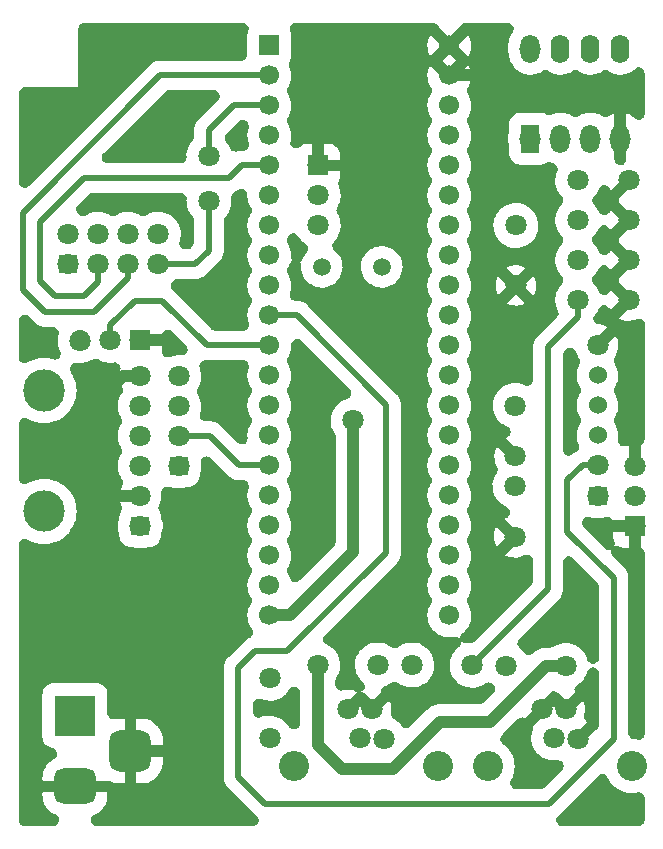
<source format=gbr>
G04 #@! TF.GenerationSoftware,KiCad,Pcbnew,(6.0.4)*
G04 #@! TF.CreationDate,2023-09-22T15:24:42+07:00*
G04 #@! TF.ProjectId,09-Prototype-Final,30392d50-726f-4746-9f74-7970652d4669,rev?*
G04 #@! TF.SameCoordinates,Original*
G04 #@! TF.FileFunction,Copper,L1,Top*
G04 #@! TF.FilePolarity,Positive*
%FSLAX46Y46*%
G04 Gerber Fmt 4.6, Leading zero omitted, Abs format (unit mm)*
G04 Created by KiCad (PCBNEW (6.0.4)) date 2023-09-22 15:24:42*
%MOMM*%
%LPD*%
G01*
G04 APERTURE LIST*
G04 Aperture macros list*
%AMRoundRect*
0 Rectangle with rounded corners*
0 $1 Rounding radius*
0 $2 $3 $4 $5 $6 $7 $8 $9 X,Y pos of 4 corners*
0 Add a 4 corners polygon primitive as box body*
4,1,4,$2,$3,$4,$5,$6,$7,$8,$9,$2,$3,0*
0 Add four circle primitives for the rounded corners*
1,1,$1+$1,$2,$3*
1,1,$1+$1,$4,$5*
1,1,$1+$1,$6,$7*
1,1,$1+$1,$8,$9*
0 Add four rect primitives between the rounded corners*
20,1,$1+$1,$2,$3,$4,$5,0*
20,1,$1+$1,$4,$5,$6,$7,0*
20,1,$1+$1,$6,$7,$8,$9,0*
20,1,$1+$1,$8,$9,$2,$3,0*%
G04 Aperture macros list end*
G04 #@! TA.AperFunction,ComponentPad*
%ADD10C,1.300000*%
G04 #@! TD*
G04 #@! TA.AperFunction,ComponentPad*
%ADD11C,1.400000*%
G04 #@! TD*
G04 #@! TA.AperFunction,ComponentPad*
%ADD12O,1.400000X1.400000*%
G04 #@! TD*
G04 #@! TA.AperFunction,ComponentPad*
%ADD13C,1.524000*%
G04 #@! TD*
G04 #@! TA.AperFunction,ComponentPad*
%ADD14R,3.500000X3.500000*%
G04 #@! TD*
G04 #@! TA.AperFunction,ComponentPad*
%ADD15RoundRect,0.750000X1.000000X-0.750000X1.000000X0.750000X-1.000000X0.750000X-1.000000X-0.750000X0*%
G04 #@! TD*
G04 #@! TA.AperFunction,ComponentPad*
%ADD16RoundRect,0.875000X0.875000X-0.875000X0.875000X0.875000X-0.875000X0.875000X-0.875000X-0.875000X0*%
G04 #@! TD*
G04 #@! TA.AperFunction,ComponentPad*
%ADD17R,1.700000X1.700000*%
G04 #@! TD*
G04 #@! TA.AperFunction,ComponentPad*
%ADD18O,1.700000X1.700000*%
G04 #@! TD*
G04 #@! TA.AperFunction,ComponentPad*
%ADD19R,1.524000X1.524000*%
G04 #@! TD*
G04 #@! TA.AperFunction,ComponentPad*
%ADD20R,1.600000X2.400000*%
G04 #@! TD*
G04 #@! TA.AperFunction,ComponentPad*
%ADD21O,1.600000X2.400000*%
G04 #@! TD*
G04 #@! TA.AperFunction,WasherPad*
%ADD22C,3.500000*%
G04 #@! TD*
G04 #@! TA.AperFunction,ComponentPad*
%ADD23C,1.700000*%
G04 #@! TD*
G04 #@! TA.AperFunction,ViaPad*
%ADD24C,2.550000*%
G04 #@! TD*
G04 #@! TA.AperFunction,ViaPad*
%ADD25C,3.500000*%
G04 #@! TD*
G04 #@! TA.AperFunction,ViaPad*
%ADD26C,1.800000*%
G04 #@! TD*
G04 #@! TA.AperFunction,ViaPad*
%ADD27C,1.500000*%
G04 #@! TD*
G04 #@! TA.AperFunction,Conductor*
%ADD28C,1.000000*%
G04 #@! TD*
G04 #@! TA.AperFunction,Conductor*
%ADD29C,0.500000*%
G04 #@! TD*
G04 APERTURE END LIST*
D10*
G04 #@! TO.P,J5,1*
G04 #@! TO.N,GND*
X195285000Y-99120000D03*
G04 #@! TO.P,J5,2*
X197320000Y-99120000D03*
G04 #@! TO.P,J5,3*
G04 #@! TO.N,Rain_Gauge*
X196300000Y-101560000D03*
G04 #@! TO.P,J5,4*
G04 #@! TO.N,GND*
X198335000Y-101660000D03*
G04 #@! TD*
D11*
G04 #@! TO.P,R4,1*
G04 #@! TO.N,GND*
X193090800Y-63246000D03*
D12*
G04 #@! TO.P,R4,2*
G04 #@! TO.N,Wind_Vane*
X193090800Y-58166000D03*
G04 #@! TD*
D13*
G04 #@! TO.P,C2,1*
G04 #@! TO.N,/Passive LPF*
X198357600Y-54330600D03*
G04 #@! TO.P,C2,2*
G04 #@! TO.N,GND*
X202657600Y-54330600D03*
G04 #@! TD*
D14*
G04 #@! TO.P,J1,1*
G04 #@! TO.N,+3V3*
X155760500Y-99664000D03*
D15*
G04 #@! TO.P,J1,2*
G04 #@! TO.N,GND*
X155760500Y-105664000D03*
D16*
G04 #@! TO.P,J1,3*
X160460500Y-102664000D03*
G04 #@! TD*
D13*
G04 #@! TO.P,C5,1*
G04 #@! TO.N,/Passive LPF*
X198332200Y-64465200D03*
G04 #@! TO.P,C5,2*
G04 #@! TO.N,GND*
X202632200Y-64465200D03*
G04 #@! TD*
D11*
G04 #@! TO.P,R1,1*
G04 #@! TO.N,+3V3*
X176301400Y-95377000D03*
D12*
G04 #@! TO.P,R1,2*
G04 #@! TO.N,WindVane_raw*
X181381400Y-95377000D03*
G04 #@! TD*
D17*
G04 #@! TO.P,J2,1,Pin_1*
G04 #@! TO.N,GND*
X203149600Y-83601800D03*
D18*
G04 #@! TO.P,J2,2,Pin_2*
G04 #@! TO.N,/32768Hz out*
X203149600Y-81061800D03*
G04 #@! TO.P,J2,3,Pin_3*
G04 #@! TO.N,GND*
X203149600Y-78521800D03*
G04 #@! TD*
D11*
G04 #@! TO.P,R3,1*
G04 #@! TO.N,WindVane_raw*
X184302400Y-95402400D03*
D12*
G04 #@! TO.P,R3,2*
G04 #@! TO.N,/Passive LPF*
X189382400Y-95402400D03*
G04 #@! TD*
D13*
G04 #@! TO.P,C4,1*
G04 #@! TO.N,/Passive LPF*
X198332200Y-61087000D03*
G04 #@! TO.P,C4,2*
G04 #@! TO.N,GND*
X202632200Y-61087000D03*
G04 #@! TD*
D11*
G04 #@! TO.P,R2,1*
G04 #@! TO.N,+3V3*
X172237400Y-96494600D03*
D12*
G04 #@! TO.P,R2,2*
G04 #@! TO.N,Anemometer*
X172237400Y-101574600D03*
G04 #@! TD*
D19*
G04 #@! TO.P,U3,1,GND*
G04 #@! TO.N,GND*
X155194000Y-61438000D03*
D13*
G04 #@! TO.P,U3,2,VCC*
G04 #@! TO.N,+3V3*
X155194000Y-58898000D03*
G04 #@! TO.P,U3,3,RST*
G04 #@! TO.N,LoRa_Reset*
X157734000Y-61438000D03*
G04 #@! TO.P,U3,4,NCSS*
G04 #@! TO.N,LoRa_NCSS*
X157734000Y-58898000D03*
G04 #@! TO.P,U3,5,SCLK*
G04 #@! TO.N,LoRa_SCLK*
X160274000Y-61438000D03*
G04 #@! TO.P,U3,6,MOSI*
G04 #@! TO.N,LoRa_MOSI*
X160274000Y-58898000D03*
G04 #@! TO.P,U3,7,MISO*
G04 #@! TO.N,LoRa_MISO*
X162814000Y-61438000D03*
G04 #@! TO.P,U3,8,DIO0*
G04 #@! TO.N,LoRa_DIO0*
X162814000Y-58898000D03*
G04 #@! TD*
D11*
G04 #@! TO.P,R5,1*
G04 #@! TO.N,+3V3*
X197307200Y-95427800D03*
D12*
G04 #@! TO.P,R5,2*
G04 #@! TO.N,Rain_Gauge*
X192227200Y-95427800D03*
G04 #@! TD*
D20*
G04 #@! TO.P,U4,1*
G04 #@! TO.N,Wind_Vane*
X194320000Y-50815000D03*
D21*
G04 #@! TO.P,U4,2,-*
X196860000Y-50815000D03*
G04 #@! TO.P,U4,3,+*
G04 #@! TO.N,/Passive LPF*
X199400000Y-50815000D03*
G04 #@! TO.P,U4,4,V-*
G04 #@! TO.N,GND*
X201940000Y-50815000D03*
G04 #@! TO.P,U4,5,+*
G04 #@! TO.N,unconnected-(U4-Pad5)*
X201940000Y-43195000D03*
G04 #@! TO.P,U4,6,-*
G04 #@! TO.N,unconnected-(U4-Pad6)*
X199400000Y-43195000D03*
G04 #@! TO.P,U4,7*
G04 #@! TO.N,unconnected-(U4-Pad7)*
X196860000Y-43195000D03*
G04 #@! TO.P,U4,8,V+*
G04 #@! TO.N,+3V3*
X194320000Y-43195000D03*
G04 #@! TD*
D13*
G04 #@! TO.P,C6,1*
G04 #@! TO.N,GND*
X193014600Y-84522200D03*
G04 #@! TO.P,C6,2*
G04 #@! TO.N,Rain_Gauge*
X193014600Y-80222200D03*
G04 #@! TD*
D10*
G04 #@! TO.P,J4,1*
G04 #@! TO.N,GND*
X178865000Y-99120000D03*
G04 #@! TO.P,J4,2*
X180900000Y-99120000D03*
G04 #@! TO.P,J4,3*
G04 #@! TO.N,Anemometer*
X179880000Y-101560000D03*
G04 #@! TO.P,J4,4*
G04 #@! TO.N,WindVane_raw*
X181915000Y-101660000D03*
G04 #@! TD*
D13*
G04 #@! TO.P,C3,1*
G04 #@! TO.N,/Passive LPF*
X198332200Y-57708800D03*
G04 #@! TO.P,C3,2*
G04 #@! TO.N,GND*
X202632200Y-57708800D03*
G04 #@! TD*
D22*
G04 #@! TO.P,U5,*
G04 #@! TO.N,*
X153140000Y-72146800D03*
X153140000Y-82386800D03*
D19*
G04 #@! TO.P,U5,1,VCC*
G04 #@! TO.N,+3V3*
X161290000Y-83616800D03*
D13*
X161290000Y-73456800D03*
G04 #@! TO.P,U5,2,GND*
G04 #@! TO.N,GND*
X161290000Y-81076800D03*
G04 #@! TO.P,U5,3,SCL*
G04 #@! TO.N,I2C_CLK*
X161290000Y-78536800D03*
G04 #@! TO.P,U5,4,SDA*
G04 #@! TO.N,I2C_SDA*
X161290000Y-75996800D03*
G04 #@! TO.P,U5,5,ADDR*
G04 #@! TO.N,GND*
X161290000Y-70916800D03*
G04 #@! TD*
G04 #@! TO.P,C1,1*
G04 #@! TO.N,GND*
X193040000Y-77715000D03*
G04 #@! TO.P,C1,2*
G04 #@! TO.N,Anemometer*
X193040000Y-73415000D03*
G04 #@! TD*
D17*
G04 #@! TO.P,U1,1,PB12*
G04 #@! TO.N,LoRa_NCSS*
X172212000Y-42926000D03*
D23*
G04 #@! TO.P,U1,2,PB13*
G04 #@! TO.N,LoRa_SCLK*
X172212000Y-45466000D03*
G04 #@! TO.P,U1,3,PB14*
G04 #@! TO.N,LoRa_MISO*
X172212000Y-48006000D03*
G04 #@! TO.P,U1,4,PB15*
G04 #@! TO.N,LoRa_MOSI*
X172212000Y-50546000D03*
G04 #@! TO.P,U1,5,PA8*
G04 #@! TO.N,LoRa_Reset*
X172212000Y-53086000D03*
G04 #@! TO.P,U1,6,PA9*
G04 #@! TO.N,UART_TX*
X172212000Y-55626000D03*
G04 #@! TO.P,U1,7,PA10*
G04 #@! TO.N,UART_RX*
X172212000Y-58166000D03*
G04 #@! TO.P,U1,8,PA11*
G04 #@! TO.N,LoRa_DIO0*
X172212000Y-60706000D03*
G04 #@! TO.P,U1,9,PA12*
G04 #@! TO.N,unconnected-(U1-Pad9)*
X172212000Y-63246000D03*
G04 #@! TO.P,U1,10,PA15*
G04 #@! TO.N,RTC_ALARM*
X172212000Y-65786000D03*
G04 #@! TO.P,U1,11,PB3*
G04 #@! TO.N,DS18B20*
X172212000Y-68326000D03*
G04 #@! TO.P,U1,12,PB4*
G04 #@! TO.N,unconnected-(U1-Pad12)*
X172212000Y-70866000D03*
G04 #@! TO.P,U1,13,PB5*
G04 #@! TO.N,unconnected-(U1-Pad13)*
X172212000Y-73406000D03*
G04 #@! TO.P,U1,14,PB6*
G04 #@! TO.N,I2C_CLK*
X172212000Y-75946000D03*
G04 #@! TO.P,U1,15,PB7*
G04 #@! TO.N,I2C_SDA*
X172212000Y-78486000D03*
G04 #@! TO.P,U1,16,PB8*
G04 #@! TO.N,unconnected-(U1-Pad16)*
X172212000Y-81026000D03*
G04 #@! TO.P,U1,17,PB9*
G04 #@! TO.N,unconnected-(U1-Pad17)*
X172212000Y-83566000D03*
G04 #@! TO.P,U1,18,5V*
G04 #@! TO.N,unconnected-(U1-Pad18)*
X172212000Y-86106000D03*
G04 #@! TO.P,U1,19,GND*
G04 #@! TO.N,GND*
X172212000Y-88646000D03*
G04 #@! TO.P,U1,20,3V3*
G04 #@! TO.N,+3V3*
X172212000Y-91186000D03*
G04 #@! TO.P,U1,21,VBat*
G04 #@! TO.N,unconnected-(U1-Pad21)*
X187452000Y-91186000D03*
G04 #@! TO.P,U1,22,PC13*
G04 #@! TO.N,unconnected-(U1-Pad22)*
X187452000Y-88646000D03*
G04 #@! TO.P,U1,23,PC14*
G04 #@! TO.N,unconnected-(U1-Pad23)*
X187452000Y-86106000D03*
G04 #@! TO.P,U1,24,PC15*
G04 #@! TO.N,unconnected-(U1-Pad24)*
X187452000Y-83566000D03*
G04 #@! TO.P,U1,25,PA0*
G04 #@! TO.N,unconnected-(U1-Pad25)*
X187452000Y-81026000D03*
G04 #@! TO.P,U1,26,PA1*
G04 #@! TO.N,Rain_Gauge*
X187452000Y-78486000D03*
G04 #@! TO.P,U1,27,PA2*
G04 #@! TO.N,unconnected-(U1-Pad27)*
X187452000Y-75946000D03*
G04 #@! TO.P,U1,28,PA3*
G04 #@! TO.N,Anemometer*
X187452000Y-73406000D03*
G04 #@! TO.P,U1,29,PA4*
G04 #@! TO.N,unconnected-(U1-Pad29)*
X187452000Y-70866000D03*
G04 #@! TO.P,U1,30,PA5*
G04 #@! TO.N,unconnected-(U1-Pad30)*
X187452000Y-68326000D03*
G04 #@! TO.P,U1,31,PA6*
G04 #@! TO.N,unconnected-(U1-Pad31)*
X187452000Y-65786000D03*
G04 #@! TO.P,U1,32,PA7*
G04 #@! TO.N,unconnected-(U1-Pad32)*
X187452000Y-63246000D03*
G04 #@! TO.P,U1,33,PB0*
G04 #@! TO.N,unconnected-(U1-Pad33)*
X187452000Y-60706000D03*
G04 #@! TO.P,U1,34,PB1*
G04 #@! TO.N,Wind_Vane*
X187452000Y-58166000D03*
G04 #@! TO.P,U1,35,PB10*
G04 #@! TO.N,unconnected-(U1-Pad35)*
X187452000Y-55626000D03*
G04 #@! TO.P,U1,36,PB11*
G04 #@! TO.N,unconnected-(U1-Pad36)*
X187452000Y-53086000D03*
G04 #@! TO.P,U1,37,RST*
G04 #@! TO.N,unconnected-(U1-Pad37)*
X187452000Y-50546000D03*
G04 #@! TO.P,U1,38,3V3*
G04 #@! TO.N,+3V3*
X187452000Y-48006000D03*
G04 #@! TO.P,U1,39,GND*
G04 #@! TO.N,GND*
X187452000Y-45466000D03*
G04 #@! TO.P,U1,40,GND*
X187452000Y-42926000D03*
G04 #@! TD*
D19*
G04 #@! TO.P,U2,1,SCL*
G04 #@! TO.N,I2C_CLK*
X164541200Y-78536800D03*
D13*
G04 #@! TO.P,U2,2,SDA*
G04 #@! TO.N,I2C_SDA*
X164541200Y-75996800D03*
G04 #@! TO.P,U2,3,VCC*
G04 #@! TO.N,+3V3*
X164541200Y-73456800D03*
G04 #@! TO.P,U2,4,GND*
G04 #@! TO.N,GND*
X164541200Y-70916800D03*
D19*
G04 #@! TO.P,U2,5,32K*
G04 #@! TO.N,/32768Hz out*
X200001200Y-81076800D03*
D13*
G04 #@! TO.P,U2,6,SQW*
G04 #@! TO.N,RTC_ALARM*
X200001200Y-78456800D03*
G04 #@! TO.P,U2,7,SCL*
G04 #@! TO.N,unconnected-(U2-Pad7)*
X200001200Y-73376800D03*
G04 #@! TO.P,U2,8,SDA*
G04 #@! TO.N,unconnected-(U2-Pad8)*
X200001200Y-75916800D03*
G04 #@! TO.P,U2,9,VCC*
G04 #@! TO.N,unconnected-(U2-Pad9)*
X200001200Y-70836800D03*
G04 #@! TO.P,U2,10,GND*
G04 #@! TO.N,GND*
X200001200Y-68296800D03*
G04 #@! TD*
D11*
G04 #@! TO.P,R6,1*
G04 #@! TO.N,+3V3*
X181737000Y-61671200D03*
D12*
G04 #@! TO.P,R6,2*
G04 #@! TO.N,DS18B20*
X176657000Y-61671200D03*
G04 #@! TD*
D17*
G04 #@! TO.P,J3,1,Pin_1*
G04 #@! TO.N,GND*
X176352200Y-53086000D03*
D18*
G04 #@! TO.P,J3,2,Pin_2*
G04 #@! TO.N,UART_TX*
X176352200Y-55626000D03*
G04 #@! TO.P,J3,3,Pin_3*
G04 #@! TO.N,UART_RX*
X176352200Y-58166000D03*
G04 #@! TD*
D17*
G04 #@! TO.P,J6,1,Pin_1*
G04 #@! TO.N,GND*
X161275000Y-67894600D03*
D18*
G04 #@! TO.P,J6,2,Pin_2*
G04 #@! TO.N,DS18B20*
X158735000Y-67894600D03*
G04 #@! TO.P,J6,3,Pin_3*
G04 #@! TO.N,+3V3*
X156195000Y-67894600D03*
G04 #@! TD*
D24*
G04 #@! TO.N,*
X202910000Y-103940000D03*
X186490000Y-103950000D03*
D25*
X153140000Y-72140000D03*
X153150000Y-82370000D03*
D24*
X174290000Y-103930000D03*
X190710000Y-103960000D03*
D26*
G04 #@! TO.N,GND*
X203149600Y-83601800D03*
X200001200Y-68296800D03*
X178860000Y-99120000D03*
X161290000Y-70916800D03*
X161290000Y-81076800D03*
X198335000Y-101660000D03*
X201940000Y-50815000D03*
X193040000Y-77715000D03*
X193090800Y-63246000D03*
X202632200Y-57708800D03*
X164541200Y-70916800D03*
X180900000Y-99120000D03*
X197320000Y-99120000D03*
X193014600Y-84522200D03*
X202632200Y-61087000D03*
X155194000Y-61438000D03*
X161290000Y-67909600D03*
X202634100Y-54354100D03*
X203149600Y-78521800D03*
X195285000Y-99120000D03*
X202632200Y-64465200D03*
X176352200Y-53086000D03*
G04 #@! TO.N,Anemometer*
X179880000Y-101560000D03*
X172237400Y-101574600D03*
X193040000Y-73415000D03*
G04 #@! TO.N,/Passive LPF*
X198332200Y-54356000D03*
X199400000Y-50815000D03*
X198332200Y-57708800D03*
X198332200Y-64465200D03*
X198332200Y-61087000D03*
X189382400Y-95402400D03*
G04 #@! TO.N,+3V3*
X179324000Y-74676000D03*
X155194000Y-58898000D03*
X161290000Y-83616800D03*
X197307200Y-95427800D03*
X194320000Y-43195000D03*
X161290000Y-73456800D03*
D27*
X181737000Y-61671200D03*
D26*
X172237400Y-96494600D03*
X176301400Y-95377000D03*
X164541200Y-73456800D03*
X156195000Y-67915000D03*
G04 #@! TO.N,/32768Hz out*
X200001200Y-81076800D03*
X203149600Y-81061800D03*
G04 #@! TO.N,UART_TX*
X176352200Y-55626000D03*
G04 #@! TO.N,UART_RX*
X176352200Y-58166000D03*
G04 #@! TO.N,WindVane_raw*
X181381400Y-95377000D03*
X181915000Y-101660000D03*
X184273000Y-95377000D03*
D27*
G04 #@! TO.N,DS18B20*
X176657000Y-61671200D03*
D26*
X158735000Y-67894600D03*
G04 #@! TO.N,Wind_Vane*
X194320000Y-50815000D03*
X196860000Y-50815000D03*
X193090800Y-58166000D03*
G04 #@! TO.N,LoRa_NCSS*
X157734000Y-58898000D03*
G04 #@! TO.N,LoRa_SCLK*
X160274000Y-61438000D03*
G04 #@! TO.N,LoRa_MISO*
X162814000Y-61438000D03*
X167106600Y-56108600D03*
X167106600Y-52298600D03*
G04 #@! TO.N,LoRa_MOSI*
X160274000Y-58898000D03*
G04 #@! TO.N,LoRa_Reset*
X157734000Y-61438000D03*
G04 #@! TO.N,LoRa_DIO0*
X162814000Y-58898000D03*
G04 #@! TO.N,RTC_ALARM*
X200001200Y-78456800D03*
G04 #@! TO.N,I2C_CLK*
X164541200Y-78536800D03*
X161290000Y-78536800D03*
G04 #@! TO.N,Rain_Gauge*
X193014600Y-80222200D03*
X192227200Y-95427800D03*
X196300000Y-101560000D03*
G04 #@! TO.N,I2C_SDA*
X161290000Y-75996800D03*
X164541200Y-75996800D03*
G04 #@! TD*
D28*
G04 #@! TO.N,GND*
X201940000Y-48524000D02*
X201940000Y-50815000D01*
X156133800Y-74574400D02*
X159791400Y-70916800D01*
X156133800Y-78460600D02*
X156133800Y-74574400D01*
X158750000Y-81076800D02*
X156133800Y-78460600D01*
X200685400Y-47269400D02*
X201940000Y-48524000D01*
X161290000Y-81076800D02*
X158750000Y-81076800D01*
X192024000Y-45466000D02*
X193827400Y-47269400D01*
X193827400Y-47269400D02*
X200685400Y-47269400D01*
X159791400Y-70916800D02*
X161290000Y-70916800D01*
X187452000Y-45466000D02*
X192024000Y-45466000D01*
D29*
G04 #@! TO.N,/Passive LPF*
X195808600Y-68453000D02*
X198332200Y-65929400D01*
X189382400Y-95402400D02*
X195808600Y-88976200D01*
X195808600Y-88976200D02*
X195808600Y-68453000D01*
X198332200Y-65929400D02*
X198332200Y-64465200D01*
D28*
G04 #@! TO.N,+3V3*
X186664600Y-100203000D02*
X182651400Y-104216200D01*
X179324000Y-85801200D02*
X179324000Y-74676000D01*
X197307200Y-95427800D02*
X195656200Y-95427800D01*
X173939200Y-91186000D02*
X175056800Y-90068400D01*
X190881000Y-100203000D02*
X186664600Y-100203000D01*
X176301400Y-102133400D02*
X176301400Y-95377000D01*
X172212000Y-91186000D02*
X173939200Y-91186000D01*
X195656200Y-95427800D02*
X190881000Y-100203000D01*
X182651400Y-104216200D02*
X178384200Y-104216200D01*
X175056800Y-90068400D02*
X179324000Y-85801200D01*
X178384200Y-104216200D02*
X176301400Y-102133400D01*
D29*
G04 #@! TO.N,DS18B20*
X166928800Y-68326000D02*
X172212000Y-68326000D01*
X160832800Y-64541400D02*
X163144200Y-64541400D01*
X158735000Y-66639200D02*
X160832800Y-64541400D01*
X158735000Y-67894600D02*
X158735000Y-66639200D01*
X163144200Y-64541400D02*
X166928800Y-68326000D01*
G04 #@! TO.N,LoRa_SCLK*
X160274000Y-61438000D02*
X160274000Y-62611000D01*
X157378400Y-65506600D02*
X153263600Y-65506600D01*
X162991800Y-45466000D02*
X172212000Y-45466000D01*
X151358600Y-57099200D02*
X162991800Y-45466000D01*
X160274000Y-62611000D02*
X157378400Y-65506600D01*
X153263600Y-65506600D02*
X151358600Y-63601600D01*
X151358600Y-63601600D02*
X151358600Y-57099200D01*
G04 #@! TO.N,LoRa_MISO*
X167081200Y-60299600D02*
X167106600Y-60274200D01*
X165942800Y-61438000D02*
X167081200Y-60299600D01*
X162814000Y-61438000D02*
X165942800Y-61438000D01*
X169189400Y-48006000D02*
X172212000Y-48006000D01*
X167106600Y-52298600D02*
X167106600Y-50088800D01*
X167106600Y-60274200D02*
X167106600Y-56108600D01*
X167106600Y-50088800D02*
X169189400Y-48006000D01*
G04 #@! TO.N,LoRa_Reset*
X152781000Y-57861200D02*
X156489400Y-54152800D01*
X157734000Y-61438000D02*
X157734000Y-62915800D01*
X154101800Y-64160400D02*
X152781000Y-62839600D01*
X169875200Y-53086000D02*
X172212000Y-53086000D01*
X156489400Y-54152800D02*
X168808400Y-54152800D01*
X168808400Y-54152800D02*
X169875200Y-53086000D01*
X156489400Y-64160400D02*
X154101800Y-64160400D01*
X157734000Y-62915800D02*
X156489400Y-64160400D01*
X152781000Y-62839600D02*
X152781000Y-57861200D01*
G04 #@! TO.N,RTC_ALARM*
X201371200Y-101676200D02*
X201371200Y-88011000D01*
X197459600Y-79730600D02*
X198733400Y-78456800D01*
X182092600Y-85877400D02*
X173742511Y-94227489D01*
X197459600Y-84099400D02*
X197459600Y-79730600D01*
X198733400Y-78456800D02*
X200001200Y-78456800D01*
X169595800Y-95656400D02*
X169595800Y-104825800D01*
X182092600Y-73329800D02*
X182092600Y-85877400D01*
X174548800Y-65786000D02*
X182092600Y-73329800D01*
X171881800Y-107111800D02*
X195935600Y-107111800D01*
X201371200Y-88011000D02*
X197459600Y-84099400D01*
X173742511Y-94227489D02*
X171024711Y-94227489D01*
X169595800Y-104825800D02*
X171881800Y-107111800D01*
X195935600Y-107111800D02*
X201371200Y-101676200D01*
X171024711Y-94227489D02*
X169595800Y-95656400D01*
X172212000Y-65786000D02*
X174548800Y-65786000D01*
G04 #@! TO.N,I2C_SDA*
X164541200Y-75996800D02*
X167182800Y-75996800D01*
X167182800Y-75996800D02*
X169672000Y-78486000D01*
X169672000Y-78486000D02*
X172212000Y-78486000D01*
G04 #@! TD*
G04 #@! TA.AperFunction,Conductor*
G04 #@! TO.N,GND*
G36*
X157613918Y-69459872D02*
G01*
X157739273Y-69513588D01*
X157869987Y-69592284D01*
X157929322Y-69617409D01*
X158101566Y-69690345D01*
X158101572Y-69690347D01*
X158117822Y-69697228D01*
X158377972Y-69766206D01*
X158395492Y-69768280D01*
X158395494Y-69768280D01*
X158550330Y-69786606D01*
X158645245Y-69797840D01*
X158874151Y-69792445D01*
X158896659Y-69791915D01*
X158914310Y-69791499D01*
X158931720Y-69788601D01*
X158931722Y-69788601D01*
X158974101Y-69781547D01*
X159041361Y-69770352D01*
X159183355Y-69767208D01*
X159320484Y-69804197D01*
X159441638Y-69878321D01*
X159537001Y-69983575D01*
X159598847Y-70111433D01*
X159622167Y-70251536D01*
X159606935Y-70385411D01*
X159554462Y-70592026D01*
X159548047Y-70628402D01*
X159525519Y-70852122D01*
X159524553Y-70889045D01*
X159535341Y-71113637D01*
X159539843Y-71150298D01*
X159583712Y-71370843D01*
X159593576Y-71406413D01*
X159669560Y-71618048D01*
X159684584Y-71651792D01*
X159776253Y-71822396D01*
X159824988Y-71955802D01*
X159834165Y-72097536D01*
X159803039Y-72236113D01*
X159734486Y-72357060D01*
X159734959Y-72357382D01*
X159731009Y-72363194D01*
X159728568Y-72367501D01*
X159725046Y-72371969D01*
X159725042Y-72371975D01*
X159714118Y-72385832D01*
X159689944Y-72427450D01*
X159587798Y-72603307D01*
X159587795Y-72603314D01*
X159578939Y-72618560D01*
X159572319Y-72634904D01*
X159572317Y-72634908D01*
X159484525Y-72851656D01*
X159477900Y-72868013D01*
X159413017Y-73129214D01*
X159385585Y-73396951D01*
X159386278Y-73414587D01*
X159394510Y-73624083D01*
X159396152Y-73665883D01*
X159444505Y-73930643D01*
X159450090Y-73947383D01*
X159450091Y-73947387D01*
X159471631Y-74011950D01*
X159529682Y-74185948D01*
X159537565Y-74201724D01*
X159537566Y-74201727D01*
X159641091Y-74408914D01*
X159649981Y-74426705D01*
X159660009Y-74441214D01*
X159660010Y-74441216D01*
X159662311Y-74444545D01*
X159664079Y-74448095D01*
X159668993Y-74456405D01*
X159668393Y-74456760D01*
X159725613Y-74571688D01*
X159750530Y-74711516D01*
X159735044Y-74852699D01*
X159683303Y-74978884D01*
X159587798Y-75143307D01*
X159587795Y-75143314D01*
X159578939Y-75158560D01*
X159572319Y-75174904D01*
X159572317Y-75174908D01*
X159484525Y-75391656D01*
X159477900Y-75408013D01*
X159413017Y-75669214D01*
X159385585Y-75936951D01*
X159396152Y-76205883D01*
X159444505Y-76470643D01*
X159450090Y-76487383D01*
X159450091Y-76487387D01*
X159510856Y-76669520D01*
X159529682Y-76725948D01*
X159537565Y-76741724D01*
X159537566Y-76741727D01*
X159641091Y-76948914D01*
X159649981Y-76966705D01*
X159660009Y-76981214D01*
X159660010Y-76981216D01*
X159662311Y-76984545D01*
X159664079Y-76988095D01*
X159668993Y-76996405D01*
X159668393Y-76996760D01*
X159725613Y-77111688D01*
X159750530Y-77251516D01*
X159735044Y-77392699D01*
X159683303Y-77518884D01*
X159587798Y-77683307D01*
X159587795Y-77683314D01*
X159578939Y-77698560D01*
X159572319Y-77714904D01*
X159572317Y-77714908D01*
X159484525Y-77931656D01*
X159477900Y-77948013D01*
X159413017Y-78209214D01*
X159385585Y-78476951D01*
X159396152Y-78745883D01*
X159399322Y-78763240D01*
X159399322Y-78763241D01*
X159425339Y-78905696D01*
X159444505Y-79010643D01*
X159450090Y-79027383D01*
X159450091Y-79027387D01*
X159496500Y-79166491D01*
X159529682Y-79265948D01*
X159537565Y-79281724D01*
X159537566Y-79281727D01*
X159635082Y-79476887D01*
X159649981Y-79506705D01*
X159660007Y-79521212D01*
X159660008Y-79521213D01*
X159749183Y-79650238D01*
X159812486Y-79777381D01*
X159837404Y-79917208D01*
X159821919Y-80058391D01*
X159765287Y-80192817D01*
X159725248Y-80258799D01*
X159708483Y-80291704D01*
X159621530Y-80499061D01*
X159609809Y-80534093D01*
X159554462Y-80752022D01*
X159548047Y-80788402D01*
X159525519Y-81012122D01*
X159524553Y-81049045D01*
X159535341Y-81273637D01*
X159539843Y-81310298D01*
X159583712Y-81530843D01*
X159593576Y-81566413D01*
X159669560Y-81778048D01*
X159684587Y-81811799D01*
X159691645Y-81824934D01*
X159740381Y-81958341D01*
X159749557Y-82100074D01*
X159718431Y-82238652D01*
X159686824Y-82300366D01*
X159688427Y-82301204D01*
X159626548Y-82419568D01*
X159594259Y-82481330D01*
X159538234Y-82676713D01*
X159527500Y-82796984D01*
X159527500Y-82808335D01*
X159527485Y-82808440D01*
X159527006Y-82819190D01*
X159525946Y-82819143D01*
X159507287Y-82948920D01*
X159491002Y-82995665D01*
X159477900Y-83028013D01*
X159413017Y-83289214D01*
X159385585Y-83556951D01*
X159396152Y-83825883D01*
X159444505Y-84090643D01*
X159450090Y-84107383D01*
X159450091Y-84107387D01*
X159501851Y-84262529D01*
X159527169Y-84402284D01*
X159527500Y-84420452D01*
X159527500Y-84436616D01*
X159538234Y-84556887D01*
X159594259Y-84752270D01*
X159688427Y-84932396D01*
X159816891Y-85089909D01*
X159974404Y-85218373D01*
X159996813Y-85230088D01*
X160111056Y-85289813D01*
X160154530Y-85312541D01*
X160349913Y-85368566D01*
X160470184Y-85379300D01*
X160481303Y-85379300D01*
X160492390Y-85379794D01*
X160492312Y-85381536D01*
X160617346Y-85399513D01*
X160639661Y-85407484D01*
X160639884Y-85406833D01*
X160656564Y-85412544D01*
X160672822Y-85419428D01*
X160932972Y-85488406D01*
X160950492Y-85490480D01*
X160950494Y-85490480D01*
X161056343Y-85503008D01*
X161200245Y-85520040D01*
X161429151Y-85514645D01*
X161451659Y-85514115D01*
X161469310Y-85513699D01*
X161734796Y-85469510D01*
X161946599Y-85402525D01*
X162087653Y-85380752D01*
X162087610Y-85379794D01*
X162096398Y-85379403D01*
X162097062Y-85379300D01*
X162109816Y-85379300D01*
X162230087Y-85368566D01*
X162425470Y-85312541D01*
X162468945Y-85289813D01*
X162583187Y-85230088D01*
X162605596Y-85218373D01*
X162763109Y-85089909D01*
X162891573Y-84932396D01*
X162985741Y-84752270D01*
X163041766Y-84556887D01*
X163052500Y-84436616D01*
X163052500Y-84425497D01*
X163052994Y-84414410D01*
X163054665Y-84414484D01*
X163072713Y-84288959D01*
X163077866Y-84273178D01*
X163082712Y-84262216D01*
X163155767Y-84003182D01*
X163158606Y-83982050D01*
X163189900Y-83749060D01*
X163189901Y-83749053D01*
X163191595Y-83736438D01*
X163193246Y-83683903D01*
X163194955Y-83629534D01*
X163194955Y-83629530D01*
X163195355Y-83616800D01*
X163176347Y-83348333D01*
X163119700Y-83085223D01*
X163083341Y-82986668D01*
X163053647Y-82847780D01*
X163052500Y-82813959D01*
X163052500Y-82796984D01*
X163041766Y-82676713D01*
X162985741Y-82481330D01*
X162953453Y-82419568D01*
X162891573Y-82301204D01*
X162894155Y-82299854D01*
X162849965Y-82206010D01*
X162828111Y-82065671D01*
X162846680Y-81924860D01*
X162872107Y-81854892D01*
X162942776Y-81698011D01*
X162955408Y-81663306D01*
X163016442Y-81446894D01*
X163023805Y-81410704D01*
X163052940Y-81181685D01*
X163054847Y-81156765D01*
X163056613Y-81089310D01*
X163056014Y-81064321D01*
X163037753Y-80818589D01*
X163047492Y-80676893D01*
X163096757Y-80543681D01*
X163181557Y-80429744D01*
X163295021Y-80344314D01*
X163427958Y-80294310D01*
X163569598Y-80283785D01*
X163596246Y-80287170D01*
X163601113Y-80288566D01*
X163621683Y-80290402D01*
X163621692Y-80290403D01*
X163656800Y-80293536D01*
X163721384Y-80299300D01*
X163732503Y-80299300D01*
X163743590Y-80299794D01*
X163743512Y-80301536D01*
X163868546Y-80319513D01*
X163890861Y-80327484D01*
X163891084Y-80326833D01*
X163907764Y-80332544D01*
X163924022Y-80339428D01*
X164184172Y-80408406D01*
X164201692Y-80410480D01*
X164201694Y-80410480D01*
X164364455Y-80429744D01*
X164451445Y-80440040D01*
X164680351Y-80434645D01*
X164702859Y-80434115D01*
X164720510Y-80433699D01*
X164985996Y-80389510D01*
X165197799Y-80322525D01*
X165338853Y-80300752D01*
X165338810Y-80299794D01*
X165347598Y-80299403D01*
X165348262Y-80299300D01*
X165361016Y-80299300D01*
X165481287Y-80288566D01*
X165676670Y-80232541D01*
X165720145Y-80209813D01*
X165777196Y-80179987D01*
X165856796Y-80138373D01*
X166014309Y-80009909D01*
X166142773Y-79852396D01*
X166236941Y-79672270D01*
X166292966Y-79476887D01*
X166303700Y-79356616D01*
X166303700Y-79345497D01*
X166304194Y-79334410D01*
X166305865Y-79334484D01*
X166323913Y-79208959D01*
X166329066Y-79193178D01*
X166333912Y-79182216D01*
X166406967Y-78923182D01*
X166412876Y-78879193D01*
X166441100Y-78669060D01*
X166441101Y-78669053D01*
X166442795Y-78656438D01*
X166444094Y-78615112D01*
X166446155Y-78549534D01*
X166446155Y-78549530D01*
X166446555Y-78536800D01*
X166427547Y-78268333D01*
X166428040Y-78268298D01*
X166428227Y-78138484D01*
X166468438Y-78002265D01*
X166545397Y-77882892D01*
X166652870Y-77790037D01*
X166782151Y-77731222D01*
X166922764Y-77711212D01*
X167063319Y-77731627D01*
X167192429Y-77790815D01*
X167274891Y-77857365D01*
X168709851Y-79292325D01*
X168724315Y-79307407D01*
X168734262Y-79318224D01*
X168747790Y-79335854D01*
X168773691Y-79359422D01*
X168801159Y-79384416D01*
X168818172Y-79400646D01*
X168827806Y-79410280D01*
X168836335Y-79417411D01*
X168836339Y-79417415D01*
X168841677Y-79421878D01*
X168857433Y-79435622D01*
X168896456Y-79471130D01*
X168896460Y-79471133D01*
X168912893Y-79486086D01*
X168931720Y-79497897D01*
X168931843Y-79497990D01*
X168934947Y-79500464D01*
X168938258Y-79502651D01*
X168938387Y-79502741D01*
X168955438Y-79516997D01*
X168974740Y-79528007D01*
X168974749Y-79528013D01*
X169020553Y-79554139D01*
X169038489Y-79564873D01*
X169083165Y-79592899D01*
X169083173Y-79592903D01*
X169101990Y-79604707D01*
X169122608Y-79612995D01*
X169122747Y-79613066D01*
X169126246Y-79614954D01*
X169129921Y-79616533D01*
X169130035Y-79616585D01*
X169149337Y-79627595D01*
X169170281Y-79635012D01*
X169170286Y-79635014D01*
X169220012Y-79652623D01*
X169239544Y-79660003D01*
X169309105Y-79687966D01*
X169330858Y-79692471D01*
X169331033Y-79692524D01*
X169334792Y-79693756D01*
X169338669Y-79694655D01*
X169338813Y-79694692D01*
X169359756Y-79702108D01*
X169433721Y-79714220D01*
X169454271Y-79718029D01*
X169502948Y-79728109D01*
X169527690Y-79733233D01*
X169561852Y-79735203D01*
X169561836Y-79735484D01*
X169563511Y-79735475D01*
X169580045Y-79738182D01*
X169602269Y-79737833D01*
X169602270Y-79737833D01*
X169683176Y-79736562D01*
X169691013Y-79736500D01*
X169997172Y-79736500D01*
X170137757Y-79756713D01*
X170266952Y-79815714D01*
X170374291Y-79908724D01*
X170451078Y-80028208D01*
X170491093Y-80164485D01*
X170491093Y-80306515D01*
X170459672Y-80422835D01*
X170447574Y-80452703D01*
X170384399Y-80707032D01*
X170357688Y-80967726D01*
X170358381Y-80985362D01*
X170367075Y-81206616D01*
X170367977Y-81229582D01*
X170371147Y-81246937D01*
X170407665Y-81446894D01*
X170415058Y-81487376D01*
X170420641Y-81504110D01*
X170485332Y-81698011D01*
X170497994Y-81735965D01*
X170505876Y-81751740D01*
X170505878Y-81751744D01*
X170584495Y-81909081D01*
X170615128Y-81970387D01*
X170625158Y-81984899D01*
X170625162Y-81984906D01*
X170643484Y-82011415D01*
X170706787Y-82138558D01*
X170731706Y-82278385D01*
X170716222Y-82419568D01*
X170664479Y-82545759D01*
X170649284Y-82571920D01*
X170545955Y-82749813D01*
X170447574Y-82992703D01*
X170443321Y-83009826D01*
X170443320Y-83009828D01*
X170388654Y-83229902D01*
X170384399Y-83247032D01*
X170357688Y-83507726D01*
X170358381Y-83525362D01*
X170367171Y-83749060D01*
X170367977Y-83769582D01*
X170415058Y-84027376D01*
X170497994Y-84275965D01*
X170505876Y-84291740D01*
X170505878Y-84291744D01*
X170584495Y-84449081D01*
X170615128Y-84510387D01*
X170625158Y-84524899D01*
X170625162Y-84524906D01*
X170643484Y-84551415D01*
X170706787Y-84678558D01*
X170731706Y-84818385D01*
X170716222Y-84959568D01*
X170664479Y-85085759D01*
X170645768Y-85117972D01*
X170545955Y-85289813D01*
X170447574Y-85532703D01*
X170443321Y-85549826D01*
X170443320Y-85549828D01*
X170429453Y-85605654D01*
X170384399Y-85787032D01*
X170357688Y-86047726D01*
X170358381Y-86065362D01*
X170365255Y-86240295D01*
X170367977Y-86309582D01*
X170415058Y-86567376D01*
X170497994Y-86815965D01*
X170505876Y-86831740D01*
X170505878Y-86831744D01*
X170607240Y-87034601D01*
X170615128Y-87050387D01*
X170625163Y-87064906D01*
X170625164Y-87064908D01*
X170643800Y-87091873D01*
X170707103Y-87219016D01*
X170732020Y-87358844D01*
X170716535Y-87500027D01*
X170664793Y-87626213D01*
X170555267Y-87814777D01*
X170539783Y-87846382D01*
X170454672Y-88056511D01*
X170443799Y-88089975D01*
X170389144Y-88310004D01*
X170383094Y-88344668D01*
X170359988Y-88570183D01*
X170358882Y-88605379D01*
X170367782Y-88831896D01*
X170371644Y-88866879D01*
X170412375Y-89089902D01*
X170421128Y-89123988D01*
X170492873Y-89339035D01*
X170506344Y-89371557D01*
X170607668Y-89574339D01*
X170625596Y-89604654D01*
X170643764Y-89630942D01*
X170707066Y-89758085D01*
X170731983Y-89897912D01*
X170716497Y-90039096D01*
X170664756Y-90165281D01*
X170554822Y-90354547D01*
X170545955Y-90369813D01*
X170447574Y-90612703D01*
X170384399Y-90867032D01*
X170357688Y-91127726D01*
X170367977Y-91389582D01*
X170415058Y-91647376D01*
X170497994Y-91895965D01*
X170505876Y-91911740D01*
X170505878Y-91911744D01*
X170607240Y-92114601D01*
X170615128Y-92130387D01*
X170725430Y-92289981D01*
X170753462Y-92330540D01*
X170816765Y-92457683D01*
X170841683Y-92597510D01*
X170826198Y-92738694D01*
X170771564Y-92869796D01*
X170682208Y-92980195D01*
X170557795Y-93064639D01*
X170519419Y-93082944D01*
X170500369Y-93091546D01*
X170431398Y-93120965D01*
X170412823Y-93133167D01*
X170412707Y-93133229D01*
X170409146Y-93135032D01*
X170405769Y-93137138D01*
X170405642Y-93137213D01*
X170385582Y-93146781D01*
X170367536Y-93159748D01*
X170367533Y-93159750D01*
X170324701Y-93190528D01*
X170307497Y-93202352D01*
X170244826Y-93243520D01*
X170231168Y-93255689D01*
X170231163Y-93255693D01*
X170219278Y-93266283D01*
X170219086Y-93266067D01*
X170217883Y-93267285D01*
X170204306Y-93277041D01*
X170137276Y-93346210D01*
X170132493Y-93351146D01*
X170126995Y-93356731D01*
X168789475Y-94694251D01*
X168774393Y-94708715D01*
X168763576Y-94718662D01*
X168745946Y-94732190D01*
X168730989Y-94748628D01*
X168697384Y-94785559D01*
X168681154Y-94802572D01*
X168671520Y-94812206D01*
X168664389Y-94820735D01*
X168664385Y-94820739D01*
X168659922Y-94826077D01*
X168646178Y-94841833D01*
X168610670Y-94880856D01*
X168610667Y-94880860D01*
X168595714Y-94897293D01*
X168583903Y-94916120D01*
X168583810Y-94916243D01*
X168581336Y-94919347D01*
X168579149Y-94922658D01*
X168579059Y-94922787D01*
X168564803Y-94939838D01*
X168553793Y-94959140D01*
X168553787Y-94959149D01*
X168527661Y-95004953D01*
X168516927Y-95022889D01*
X168488901Y-95067565D01*
X168488897Y-95067573D01*
X168477093Y-95086390D01*
X168468805Y-95107008D01*
X168468734Y-95107147D01*
X168466846Y-95110646D01*
X168465267Y-95114321D01*
X168465215Y-95114435D01*
X168454205Y-95133737D01*
X168446788Y-95154681D01*
X168446786Y-95154686D01*
X168429177Y-95204412D01*
X168421797Y-95223944D01*
X168393834Y-95293505D01*
X168389329Y-95315258D01*
X168389276Y-95315433D01*
X168388047Y-95319183D01*
X168387145Y-95323075D01*
X168387114Y-95323197D01*
X168379692Y-95344156D01*
X168376100Y-95366094D01*
X168376099Y-95366096D01*
X168367579Y-95418126D01*
X168363769Y-95438682D01*
X168358207Y-95465543D01*
X168348567Y-95512090D01*
X168346597Y-95546254D01*
X168346315Y-95546238D01*
X168346325Y-95547917D01*
X168343618Y-95564446D01*
X168343967Y-95586672D01*
X168343967Y-95586674D01*
X168345238Y-95667577D01*
X168345300Y-95675414D01*
X168345300Y-104715627D01*
X168344862Y-104736522D01*
X168344247Y-104751194D01*
X168341347Y-104773222D01*
X168343699Y-104823090D01*
X168344746Y-104845292D01*
X168345300Y-104868800D01*
X168345300Y-104882430D01*
X168346912Y-104900495D01*
X168348331Y-104921305D01*
X168351863Y-104996198D01*
X168356824Y-105017859D01*
X168356840Y-105017975D01*
X168357289Y-105021951D01*
X168358085Y-105025843D01*
X168358113Y-105026001D01*
X168360089Y-105048139D01*
X168365954Y-105069577D01*
X168365954Y-105069578D01*
X168379871Y-105120451D01*
X168384961Y-105140717D01*
X168391149Y-105167733D01*
X168401697Y-105213787D01*
X168410417Y-105234230D01*
X168410460Y-105234362D01*
X168411602Y-105238180D01*
X168413086Y-105241900D01*
X168413126Y-105242008D01*
X168418992Y-105263451D01*
X168449881Y-105328209D01*
X168451264Y-105331109D01*
X168459860Y-105350147D01*
X168489276Y-105419113D01*
X168501481Y-105437693D01*
X168501539Y-105437801D01*
X168503342Y-105441363D01*
X168505451Y-105444744D01*
X168505521Y-105444862D01*
X168515092Y-105464929D01*
X168540516Y-105500310D01*
X168558836Y-105525805D01*
X168570673Y-105543028D01*
X168601787Y-105590395D01*
X168601794Y-105590404D01*
X168611831Y-105605684D01*
X168623999Y-105619341D01*
X168634592Y-105631231D01*
X168634376Y-105631423D01*
X168635594Y-105632626D01*
X168645352Y-105646205D01*
X168695884Y-105695174D01*
X168719457Y-105718018D01*
X168725042Y-105723516D01*
X170919651Y-107918125D01*
X170934115Y-107933207D01*
X170944062Y-107944024D01*
X170957590Y-107961654D01*
X170983610Y-107985330D01*
X171010959Y-108010216D01*
X171027972Y-108026446D01*
X171037606Y-108036080D01*
X171046135Y-108043211D01*
X171046139Y-108043215D01*
X171051477Y-108047678D01*
X171067233Y-108061422D01*
X171106256Y-108096931D01*
X171106266Y-108096939D01*
X171122693Y-108111886D01*
X171123582Y-108112444D01*
X171214055Y-108204132D01*
X171281290Y-108329240D01*
X171310554Y-108468223D01*
X171299477Y-108609820D01*
X171248956Y-108742561D01*
X171163084Y-108855692D01*
X171048817Y-108940047D01*
X170915414Y-108988793D01*
X170812599Y-108999500D01*
X157605817Y-108999500D01*
X157465232Y-108979287D01*
X157336037Y-108920286D01*
X157228698Y-108827276D01*
X157151911Y-108707792D01*
X157111896Y-108571515D01*
X157111896Y-108429485D01*
X157151911Y-108293208D01*
X157228698Y-108173724D01*
X157336037Y-108080714D01*
X157438838Y-108030267D01*
X157451243Y-108025862D01*
X157485019Y-108010965D01*
X157681904Y-107906060D01*
X157713110Y-107886332D01*
X157892322Y-107753480D01*
X157920270Y-107729355D01*
X158077876Y-107571474D01*
X158101952Y-107543483D01*
X158234493Y-107364036D01*
X158254167Y-107332794D01*
X158358722Y-107135742D01*
X158373569Y-107101921D01*
X158447849Y-106891575D01*
X158457531Y-106855940D01*
X158500277Y-106634999D01*
X158504390Y-106602217D01*
X158510073Y-106505131D01*
X158510500Y-106490519D01*
X158510500Y-106199690D01*
X158505685Y-106166199D01*
X158503780Y-106164000D01*
X158498037Y-106164000D01*
X158492858Y-106164013D01*
X158492676Y-106164000D01*
X153046191Y-106164000D01*
X153014455Y-106168563D01*
X153010501Y-106182030D01*
X153010501Y-106490344D01*
X153010950Y-106505305D01*
X153016944Y-106605225D01*
X153021118Y-106638070D01*
X153064241Y-106858894D01*
X153073990Y-106894529D01*
X153148636Y-107104738D01*
X153163535Y-107138519D01*
X153268440Y-107335404D01*
X153288168Y-107366610D01*
X153421020Y-107545822D01*
X153445145Y-107573770D01*
X153603026Y-107731376D01*
X153631017Y-107755452D01*
X153810464Y-107887993D01*
X153841706Y-107907667D01*
X154038758Y-108012222D01*
X154072582Y-108027070D01*
X154080811Y-108029976D01*
X154089171Y-108034352D01*
X154089537Y-108034513D01*
X154089526Y-108034538D01*
X154206642Y-108095847D01*
X154308818Y-108194501D01*
X154379062Y-108317945D01*
X154411682Y-108456179D01*
X154404035Y-108598003D01*
X154356742Y-108731928D01*
X154273634Y-108847104D01*
X154161443Y-108934201D01*
X154029259Y-108986161D01*
X153914654Y-108999500D01*
X151499500Y-108999500D01*
X151358915Y-108979287D01*
X151229720Y-108920286D01*
X151122381Y-108827276D01*
X151045594Y-108707792D01*
X151005579Y-108571515D01*
X151000500Y-108500500D01*
X151000500Y-101471816D01*
X153010000Y-101471816D01*
X153020734Y-101592087D01*
X153076759Y-101787470D01*
X153170927Y-101967596D01*
X153299391Y-102125109D01*
X153456904Y-102253573D01*
X153637030Y-102347741D01*
X153661327Y-102354708D01*
X153809583Y-102397220D01*
X153809587Y-102397221D01*
X153832413Y-102403766D01*
X153855830Y-102405856D01*
X153990182Y-102451412D01*
X154106392Y-102533069D01*
X154194889Y-102644159D01*
X154248503Y-102775681D01*
X154262892Y-102916980D01*
X154236890Y-103056610D01*
X154172602Y-103183258D01*
X154075238Y-103286664D01*
X153998968Y-103336756D01*
X153839097Y-103421940D01*
X153807890Y-103441668D01*
X153628678Y-103574520D01*
X153600730Y-103598645D01*
X153443124Y-103756526D01*
X153419048Y-103784517D01*
X153286507Y-103963964D01*
X153266833Y-103995206D01*
X153162278Y-104192258D01*
X153147431Y-104226079D01*
X153073151Y-104436425D01*
X153063469Y-104472060D01*
X153020723Y-104693001D01*
X153016610Y-104725783D01*
X153010927Y-104822869D01*
X153010500Y-104837481D01*
X153010500Y-105128310D01*
X153015063Y-105160046D01*
X153028530Y-105164000D01*
X158510499Y-105164000D01*
X158510499Y-105167731D01*
X158590902Y-105167733D01*
X158727178Y-105207750D01*
X158756818Y-105222494D01*
X158765405Y-105227127D01*
X158863374Y-105299700D01*
X158985845Y-105317309D01*
X159016337Y-105327338D01*
X159053469Y-105340889D01*
X159088153Y-105350770D01*
X159319904Y-105398974D01*
X159354134Y-105403648D01*
X159501733Y-105413451D01*
X159518279Y-105414000D01*
X159924810Y-105414000D01*
X159956546Y-105409437D01*
X159960500Y-105395970D01*
X159960500Y-105378310D01*
X160960500Y-105378310D01*
X160965063Y-105410046D01*
X160978530Y-105414000D01*
X161402574Y-105414000D01*
X161419419Y-105413431D01*
X161570053Y-105403237D01*
X161604403Y-105398495D01*
X161836009Y-105349898D01*
X161870674Y-105339958D01*
X162092185Y-105258678D01*
X162125047Y-105243840D01*
X162332499Y-105131437D01*
X162362887Y-105112003D01*
X162551929Y-104970839D01*
X162579202Y-104947214D01*
X162745892Y-104780233D01*
X162769450Y-104752941D01*
X162910298Y-104563635D01*
X162929673Y-104533222D01*
X163041714Y-104325574D01*
X163056499Y-104292674D01*
X163137389Y-104071031D01*
X163147270Y-104036347D01*
X163195474Y-103804596D01*
X163200148Y-103770366D01*
X163209951Y-103622767D01*
X163210500Y-103606221D01*
X163210500Y-103199690D01*
X163205937Y-103167954D01*
X163192470Y-103164000D01*
X160996190Y-103164000D01*
X160964454Y-103168563D01*
X160960500Y-103182030D01*
X160960500Y-105378310D01*
X159960500Y-105378310D01*
X159960500Y-102128310D01*
X160960500Y-102128310D01*
X160965063Y-102160046D01*
X160978530Y-102164000D01*
X163174810Y-102164000D01*
X163206546Y-102159437D01*
X163210500Y-102145970D01*
X163210500Y-101721926D01*
X163209931Y-101705081D01*
X163199737Y-101554447D01*
X163194995Y-101520097D01*
X163146398Y-101288491D01*
X163136458Y-101253826D01*
X163055178Y-101032315D01*
X163040340Y-100999453D01*
X162927937Y-100792001D01*
X162908503Y-100761613D01*
X162767339Y-100572571D01*
X162743714Y-100545298D01*
X162576733Y-100378608D01*
X162549441Y-100355050D01*
X162360135Y-100214202D01*
X162329722Y-100194827D01*
X162122074Y-100082786D01*
X162089174Y-100068001D01*
X161867531Y-99987111D01*
X161832847Y-99977230D01*
X161601096Y-99929026D01*
X161566866Y-99924352D01*
X161419267Y-99914549D01*
X161402721Y-99914000D01*
X160996190Y-99914000D01*
X160964454Y-99918563D01*
X160960500Y-99932030D01*
X160960500Y-102128310D01*
X159960500Y-102128310D01*
X159960500Y-99949690D01*
X159955937Y-99917954D01*
X159942470Y-99914000D01*
X159518426Y-99914000D01*
X159501581Y-99914569D01*
X159350947Y-99924763D01*
X159316583Y-99929507D01*
X159112470Y-99972335D01*
X158970731Y-99981422D01*
X158832173Y-99950209D01*
X158708022Y-99881223D01*
X158608335Y-99780055D01*
X158541188Y-99654899D01*
X158512022Y-99515896D01*
X158511000Y-99483970D01*
X158511000Y-97856184D01*
X158500266Y-97735913D01*
X158444241Y-97540530D01*
X158350073Y-97360404D01*
X158221609Y-97202891D01*
X158064096Y-97074427D01*
X157883970Y-96980259D01*
X157688587Y-96924234D01*
X157568316Y-96913500D01*
X153952684Y-96913500D01*
X153832413Y-96924234D01*
X153637030Y-96980259D01*
X153456904Y-97074427D01*
X153299391Y-97202891D01*
X153170927Y-97360404D01*
X153076759Y-97540530D01*
X153020734Y-97735913D01*
X153010000Y-97856184D01*
X153010000Y-101471816D01*
X151000500Y-101471816D01*
X151000500Y-85193384D01*
X151020713Y-85052799D01*
X151079714Y-84923604D01*
X151172724Y-84816265D01*
X151292208Y-84739478D01*
X151428485Y-84699463D01*
X151570515Y-84699463D01*
X151706792Y-84739478D01*
X151763559Y-84769977D01*
X151812418Y-84800448D01*
X151812425Y-84800452D01*
X151825176Y-84808404D01*
X152125623Y-84948824D01*
X152440763Y-85052132D01*
X152766032Y-85116832D01*
X152781009Y-85117971D01*
X152781014Y-85117972D01*
X152954094Y-85131138D01*
X153096718Y-85141987D01*
X153111718Y-85141319D01*
X153111720Y-85141319D01*
X153175023Y-85138500D01*
X153428031Y-85127232D01*
X153442850Y-85124765D01*
X153442854Y-85124765D01*
X153740345Y-85075249D01*
X153740347Y-85075249D01*
X153755172Y-85072781D01*
X154073401Y-84979422D01*
X154133727Y-84953504D01*
X154364293Y-84854446D01*
X154364298Y-84854444D01*
X154378111Y-84848509D01*
X154639670Y-84696583D01*
X154651892Y-84689484D01*
X154651893Y-84689484D01*
X154664885Y-84681937D01*
X154929572Y-84482119D01*
X154955088Y-84457522D01*
X155157523Y-84262373D01*
X155157524Y-84262372D01*
X155168335Y-84251950D01*
X155235579Y-84169354D01*
X155368228Y-84006421D01*
X155368230Y-84006418D01*
X155377718Y-83994764D01*
X155540710Y-83736438D01*
X155550191Y-83721411D01*
X155550193Y-83721407D01*
X155554687Y-83714285D01*
X155556360Y-83710752D01*
X155556663Y-83710201D01*
X155564687Y-83697485D01*
X155706678Y-83397778D01*
X155714367Y-83374734D01*
X155806878Y-83097442D01*
X155806879Y-83097439D01*
X155811635Y-83083183D01*
X155878037Y-82758257D01*
X155904923Y-82427707D01*
X155905527Y-82370000D01*
X155887180Y-82065671D01*
X155886474Y-82053954D01*
X155886474Y-82053953D01*
X155885570Y-82038960D01*
X155825987Y-81712715D01*
X155727641Y-81395991D01*
X155642732Y-81206616D01*
X155598107Y-81107088D01*
X155598103Y-81107081D01*
X155591958Y-81093375D01*
X155584210Y-81080505D01*
X155584206Y-81080498D01*
X155428656Y-80822131D01*
X155428654Y-80822129D01*
X155420902Y-80809252D01*
X155216951Y-80547737D01*
X154983060Y-80312618D01*
X154964912Y-80298311D01*
X154734418Y-80116604D01*
X154734416Y-80116603D01*
X154722617Y-80107301D01*
X154439393Y-79934760D01*
X154425723Y-79928545D01*
X154425720Y-79928543D01*
X154151174Y-79803714D01*
X154151168Y-79803712D01*
X154137493Y-79797494D01*
X154105241Y-79787294D01*
X153835615Y-79702022D01*
X153835614Y-79702022D01*
X153821288Y-79697491D01*
X153806531Y-79694716D01*
X153806527Y-79694715D01*
X153510117Y-79638976D01*
X153510114Y-79638976D01*
X153495359Y-79636201D01*
X153420369Y-79631286D01*
X153179416Y-79615493D01*
X153179410Y-79615493D01*
X153164428Y-79614511D01*
X152833288Y-79632735D01*
X152506735Y-79690608D01*
X152492371Y-79694986D01*
X152492366Y-79694987D01*
X152203877Y-79782912D01*
X152203874Y-79782913D01*
X152189500Y-79787294D01*
X152018797Y-79862761D01*
X151955316Y-79890826D01*
X151886179Y-79921391D01*
X151873260Y-79929077D01*
X151873258Y-79929078D01*
X151754634Y-79999651D01*
X151623480Y-80054160D01*
X151482282Y-80069510D01*
X151342478Y-80044458D01*
X151215396Y-79981034D01*
X151111330Y-79884375D01*
X151038711Y-79762313D01*
X151003423Y-79624737D01*
X151000500Y-79570807D01*
X151000500Y-74953384D01*
X151020713Y-74812799D01*
X151079714Y-74683604D01*
X151172724Y-74576265D01*
X151292208Y-74499478D01*
X151428485Y-74459463D01*
X151570515Y-74459463D01*
X151706792Y-74499478D01*
X151763559Y-74529977D01*
X151812418Y-74560448D01*
X151812425Y-74560452D01*
X151825176Y-74568404D01*
X152125623Y-74708824D01*
X152440763Y-74812132D01*
X152766032Y-74876832D01*
X152781009Y-74877971D01*
X152781014Y-74877972D01*
X152937836Y-74889901D01*
X153096718Y-74901987D01*
X153111718Y-74901319D01*
X153111720Y-74901319D01*
X153175023Y-74898500D01*
X153428031Y-74887232D01*
X153442850Y-74884765D01*
X153442854Y-74884765D01*
X153740345Y-74835249D01*
X153740347Y-74835249D01*
X153755172Y-74832781D01*
X154073401Y-74739422D01*
X154104439Y-74726087D01*
X154364293Y-74614446D01*
X154364298Y-74614444D01*
X154378111Y-74608509D01*
X154664885Y-74441937D01*
X154731809Y-74391415D01*
X154917568Y-74251181D01*
X154929572Y-74242119D01*
X154952362Y-74220150D01*
X155157523Y-74022373D01*
X155157524Y-74022372D01*
X155168335Y-74011950D01*
X155179548Y-73998177D01*
X155368228Y-73766421D01*
X155368230Y-73766418D01*
X155377718Y-73754764D01*
X155444924Y-73648249D01*
X155546669Y-73486994D01*
X155546674Y-73486984D01*
X155554687Y-73474285D01*
X155568993Y-73444090D01*
X155631521Y-73312107D01*
X155696678Y-73174578D01*
X155701742Y-73159402D01*
X155796878Y-72874242D01*
X155796879Y-72874239D01*
X155801635Y-72859983D01*
X155806092Y-72838176D01*
X155850972Y-72618560D01*
X155868037Y-72535057D01*
X155876790Y-72427450D01*
X155894208Y-72213297D01*
X155894923Y-72204507D01*
X155895527Y-72146800D01*
X155895466Y-72145794D01*
X155895527Y-72140000D01*
X155894816Y-72128195D01*
X155876474Y-71823954D01*
X155876474Y-71823953D01*
X155875570Y-71808960D01*
X155815987Y-71482715D01*
X155717641Y-71165991D01*
X155593468Y-70889045D01*
X155588107Y-70877088D01*
X155588103Y-70877081D01*
X155581958Y-70863375D01*
X155574210Y-70850505D01*
X155574206Y-70850498D01*
X155446016Y-70637576D01*
X155410902Y-70579252D01*
X155402437Y-70568398D01*
X155339703Y-70441564D01*
X155315153Y-70301672D01*
X155331009Y-70160530D01*
X155385987Y-70029572D01*
X155475633Y-69919408D01*
X155592684Y-69838962D01*
X155727659Y-69794752D01*
X155872563Y-69790700D01*
X156105245Y-69818240D01*
X156334151Y-69812845D01*
X156356659Y-69812315D01*
X156374310Y-69811899D01*
X156639796Y-69767710D01*
X156656617Y-69762390D01*
X156656622Y-69762389D01*
X156879580Y-69691876D01*
X156896408Y-69686554D01*
X157139025Y-69570051D01*
X157153692Y-69560251D01*
X157153697Y-69560248D01*
X157204672Y-69526188D01*
X157332793Y-69464890D01*
X157472995Y-69442171D01*
X157613918Y-69459872D01*
G37*
G04 #@! TD.AperFunction*
G04 #@! TA.AperFunction,Conductor*
G36*
X199824119Y-95605334D02*
G01*
X199944418Y-95680838D01*
X200038572Y-95787174D01*
X200098954Y-95915730D01*
X200120700Y-96061435D01*
X200120700Y-100436074D01*
X200100487Y-100576659D01*
X200041486Y-100705854D01*
X199948476Y-100813193D01*
X199866727Y-100865730D01*
X199866757Y-100865779D01*
X199864450Y-100867193D01*
X199828992Y-100889980D01*
X199824792Y-100891496D01*
X199788168Y-100913939D01*
X199040651Y-101661456D01*
X198926950Y-101746572D01*
X198793875Y-101796206D01*
X198652207Y-101806339D01*
X198513422Y-101776148D01*
X198388765Y-101708080D01*
X198288335Y-101607650D01*
X198220267Y-101482993D01*
X198190050Y-101343832D01*
X198189862Y-101341182D01*
X198200103Y-101199524D01*
X198249839Y-101066487D01*
X198334772Y-100953121D01*
X199071207Y-100216686D01*
X199089742Y-100191927D01*
X199042639Y-100144824D01*
X199042813Y-100144650D01*
X198985344Y-100092283D01*
X198911565Y-99970919D01*
X198874967Y-99833685D01*
X198878515Y-99691699D01*
X198895930Y-99620832D01*
X198898673Y-99612389D01*
X198950150Y-99397971D01*
X198956263Y-99359378D01*
X198973564Y-99139542D01*
X198973564Y-99100458D01*
X198956263Y-98880622D01*
X198950150Y-98842029D01*
X198898672Y-98627604D01*
X198886595Y-98590437D01*
X198802208Y-98386707D01*
X198797270Y-98377017D01*
X198787453Y-98365185D01*
X198773168Y-98373939D01*
X197485170Y-99661937D01*
X197371469Y-99747053D01*
X197238394Y-99796687D01*
X197096726Y-99806820D01*
X196952278Y-99774477D01*
X196897397Y-99753245D01*
X196773576Y-99683669D01*
X196674372Y-99582027D01*
X196607823Y-99456553D01*
X196579319Y-99317412D01*
X196591170Y-99175877D01*
X196607648Y-99120994D01*
X196600144Y-99107251D01*
X196327738Y-98834845D01*
X196302069Y-98815629D01*
X196289751Y-98822356D01*
X196017345Y-99094762D01*
X195997563Y-99121187D01*
X196011088Y-99183358D01*
X196021221Y-99325026D01*
X195991031Y-99463811D01*
X195922963Y-99588468D01*
X195822533Y-99688899D01*
X195688832Y-99760242D01*
X195547941Y-99809719D01*
X195408602Y-99837228D01*
X195347003Y-99836634D01*
X195286126Y-99832279D01*
X195272251Y-99839856D01*
X194548793Y-100563314D01*
X194529011Y-100589739D01*
X194535879Y-100621311D01*
X194546012Y-100762979D01*
X194510786Y-100914711D01*
X194487900Y-100971213D01*
X194423017Y-101232414D01*
X194395585Y-101500151D01*
X194396278Y-101517787D01*
X194404323Y-101722523D01*
X194406152Y-101769083D01*
X194454505Y-102033843D01*
X194539682Y-102289148D01*
X194547565Y-102304924D01*
X194547566Y-102304927D01*
X194620760Y-102451412D01*
X194659981Y-102529905D01*
X194813003Y-102751309D01*
X194995695Y-102948944D01*
X195009371Y-102960078D01*
X195153400Y-103077336D01*
X195204411Y-103118866D01*
X195219521Y-103127963D01*
X195419868Y-103248582D01*
X195419872Y-103248584D01*
X195434987Y-103257684D01*
X195503426Y-103286664D01*
X195666566Y-103355745D01*
X195666572Y-103355747D01*
X195682822Y-103362628D01*
X195942972Y-103431606D01*
X195960492Y-103433680D01*
X195960494Y-103433680D01*
X196066326Y-103446206D01*
X196210245Y-103463240D01*
X196439151Y-103457845D01*
X196461659Y-103457315D01*
X196479310Y-103456899D01*
X196554735Y-103444345D01*
X196696725Y-103441201D01*
X196833854Y-103478189D01*
X196955008Y-103552313D01*
X197050372Y-103657567D01*
X197112219Y-103785424D01*
X197135539Y-103925527D01*
X197118443Y-104066524D01*
X197062316Y-104196994D01*
X196989507Y-104289419D01*
X195563780Y-105715146D01*
X195450079Y-105800262D01*
X195317004Y-105849896D01*
X195210934Y-105861300D01*
X193108502Y-105861300D01*
X192967917Y-105841087D01*
X192838722Y-105782086D01*
X192731383Y-105689076D01*
X192654596Y-105569592D01*
X192614581Y-105433315D01*
X192614581Y-105291285D01*
X192654596Y-105155008D01*
X192676057Y-105113380D01*
X192684869Y-105100191D01*
X192816798Y-104832664D01*
X192843861Y-104752941D01*
X192907429Y-104565675D01*
X192907429Y-104565674D01*
X192912680Y-104550206D01*
X192916059Y-104533222D01*
X192967686Y-104273672D01*
X192970873Y-104257650D01*
X192990382Y-103960000D01*
X192970873Y-103662350D01*
X192923778Y-103425588D01*
X192915867Y-103385815D01*
X192915866Y-103385812D01*
X192912680Y-103369794D01*
X192899699Y-103331554D01*
X192822051Y-103102810D01*
X192822050Y-103102807D01*
X192816798Y-103087336D01*
X192684869Y-102819809D01*
X192519149Y-102571791D01*
X192322474Y-102347526D01*
X192098209Y-102150851D01*
X191978518Y-102070876D01*
X191872857Y-101975967D01*
X191798214Y-101855133D01*
X191760638Y-101718164D01*
X191763172Y-101576156D01*
X191805612Y-101440615D01*
X191884519Y-101322520D01*
X191902901Y-101303127D01*
X191907481Y-101298547D01*
X191924494Y-101282316D01*
X191967019Y-101243622D01*
X191967023Y-101243618D01*
X191982158Y-101229846D01*
X191994845Y-101213781D01*
X192008814Y-101198801D01*
X192009037Y-101199009D01*
X192025262Y-101180766D01*
X193235541Y-99970487D01*
X193349239Y-99885373D01*
X193482314Y-99835739D01*
X193623982Y-99825606D01*
X193762766Y-99855797D01*
X193779523Y-99864411D01*
X193815772Y-99875903D01*
X193831832Y-99866061D01*
X195949654Y-97748239D01*
X196063355Y-97663123D01*
X196196430Y-97613489D01*
X196338098Y-97603356D01*
X196476883Y-97633547D01*
X196601540Y-97701615D01*
X196655346Y-97748239D01*
X197294762Y-98387655D01*
X197320431Y-98406871D01*
X197332749Y-98400144D01*
X198056207Y-97676686D01*
X198075989Y-97650261D01*
X198062711Y-97589225D01*
X198052578Y-97447557D01*
X198082768Y-97308772D01*
X198150836Y-97184115D01*
X198251266Y-97083684D01*
X198273079Y-97068249D01*
X198460327Y-96943135D01*
X198460335Y-96943129D01*
X198475006Y-96933326D01*
X198496037Y-96914489D01*
X198662347Y-96765530D01*
X198662352Y-96765525D01*
X198675486Y-96753761D01*
X198848665Y-96547740D01*
X198889683Y-96481970D01*
X198981755Y-96334336D01*
X198981757Y-96334333D01*
X198991087Y-96319372D01*
X198998216Y-96303247D01*
X198998219Y-96303241D01*
X199092781Y-96089347D01*
X199092783Y-96089341D01*
X199099912Y-96073216D01*
X199141435Y-95925987D01*
X199199049Y-95796167D01*
X199290904Y-95687838D01*
X199409558Y-95609775D01*
X199545399Y-95568303D01*
X199687421Y-95566782D01*
X199824119Y-95605334D01*
G37*
G04 #@! TD.AperFunction*
G04 #@! TA.AperFunction,Conductor*
G36*
X200982889Y-82851829D02*
G01*
X201114582Y-82905024D01*
X201225953Y-82993167D01*
X201287170Y-83079699D01*
X201302461Y-83097346D01*
X201317630Y-83101800D01*
X203150600Y-83101800D01*
X203291185Y-83122013D01*
X203420380Y-83181014D01*
X203527719Y-83274024D01*
X203604506Y-83393508D01*
X203644521Y-83529785D01*
X203649600Y-83600800D01*
X203649600Y-85416109D01*
X203654297Y-85448780D01*
X203661068Y-85453131D01*
X203770282Y-85503008D01*
X203877621Y-85596018D01*
X203954407Y-85715502D01*
X203994421Y-85851779D01*
X203999500Y-85922792D01*
X203999500Y-101228602D01*
X203979287Y-101369187D01*
X203920286Y-101498382D01*
X203827276Y-101605721D01*
X203707792Y-101682508D01*
X203571515Y-101722523D01*
X203429485Y-101722523D01*
X203403151Y-101718014D01*
X203223675Y-101682314D01*
X203223667Y-101682313D01*
X203207650Y-101679127D01*
X203088063Y-101671289D01*
X202949103Y-101641924D01*
X202824043Y-101574599D01*
X202723016Y-101474768D01*
X202654208Y-101350519D01*
X202623192Y-101211916D01*
X202621700Y-101173357D01*
X202621700Y-88121173D01*
X202622138Y-88100278D01*
X202622753Y-88085606D01*
X202625653Y-88063578D01*
X202622254Y-87991507D01*
X202621700Y-87968000D01*
X202621700Y-87954370D01*
X202620088Y-87936305D01*
X202618669Y-87915488D01*
X202616184Y-87862796D01*
X202616184Y-87862794D01*
X202615137Y-87840602D01*
X202610176Y-87818941D01*
X202610160Y-87818825D01*
X202609711Y-87814849D01*
X202608915Y-87810957D01*
X202608887Y-87810799D01*
X202606911Y-87788661D01*
X202587129Y-87716349D01*
X202582039Y-87696083D01*
X202570266Y-87644682D01*
X202570265Y-87644680D01*
X202565303Y-87623013D01*
X202556583Y-87602570D01*
X202556540Y-87602438D01*
X202555398Y-87598620D01*
X202553914Y-87594900D01*
X202553874Y-87594792D01*
X202548008Y-87573349D01*
X202515730Y-87505678D01*
X202507140Y-87486653D01*
X202477724Y-87417687D01*
X202465519Y-87399107D01*
X202465461Y-87398999D01*
X202463658Y-87395437D01*
X202461549Y-87392056D01*
X202461479Y-87391938D01*
X202451908Y-87371871D01*
X202408169Y-87311002D01*
X202396329Y-87293775D01*
X202365213Y-87246405D01*
X202365212Y-87246404D01*
X202355170Y-87231116D01*
X202332406Y-87205566D01*
X202332621Y-87205374D01*
X202331406Y-87204175D01*
X202321648Y-87190595D01*
X202305693Y-87175133D01*
X202305690Y-87175130D01*
X202247543Y-87118782D01*
X202241958Y-87113284D01*
X201272137Y-86143463D01*
X201187021Y-86029762D01*
X201137387Y-85896687D01*
X201127254Y-85755019D01*
X201157445Y-85616234D01*
X201184409Y-85566853D01*
X201126681Y-85597033D01*
X200987373Y-85624708D01*
X200845911Y-85612015D01*
X200713755Y-85559982D01*
X200607937Y-85479263D01*
X199627152Y-84498478D01*
X201299601Y-84498478D01*
X201300588Y-84520640D01*
X201308218Y-84606146D01*
X201316874Y-84652623D01*
X201359359Y-84800785D01*
X201378037Y-84847484D01*
X201402999Y-84895232D01*
X201450218Y-85029183D01*
X201457786Y-85171012D01*
X201425090Y-85309228D01*
X201402114Y-85349555D01*
X201450600Y-85323079D01*
X201589385Y-85292888D01*
X201731053Y-85303021D01*
X201856168Y-85348401D01*
X201903916Y-85373363D01*
X201950615Y-85392041D01*
X202098777Y-85434526D01*
X202145257Y-85443182D01*
X202230740Y-85450811D01*
X202252933Y-85451800D01*
X202613910Y-85451800D01*
X202645646Y-85447237D01*
X202649600Y-85433770D01*
X202649600Y-84137490D01*
X202645037Y-84105754D01*
X202631570Y-84101800D01*
X201335291Y-84101800D01*
X201303555Y-84106363D01*
X201299601Y-84119830D01*
X201299601Y-84498478D01*
X199627152Y-84498478D01*
X198856254Y-83727580D01*
X198771138Y-83613879D01*
X198721504Y-83480804D01*
X198710100Y-83374734D01*
X198710100Y-83345658D01*
X198730313Y-83205073D01*
X198789314Y-83075878D01*
X198882324Y-82968539D01*
X199001808Y-82891752D01*
X199138085Y-82851737D01*
X199280115Y-82851737D01*
X199369417Y-82873244D01*
X199384022Y-82879428D01*
X199644172Y-82948406D01*
X199661692Y-82950480D01*
X199661694Y-82950480D01*
X199773871Y-82963757D01*
X199911445Y-82980040D01*
X200140351Y-82974645D01*
X200162859Y-82974115D01*
X200180510Y-82973699D01*
X200445996Y-82929510D01*
X200657799Y-82862525D01*
X200798858Y-82840752D01*
X200798815Y-82839794D01*
X200807595Y-82839403D01*
X200808262Y-82839300D01*
X200821016Y-82839300D01*
X200832081Y-82838312D01*
X200841545Y-82837891D01*
X200982889Y-82851829D01*
G37*
G04 #@! TD.AperFunction*
G04 #@! TA.AperFunction,Conductor*
G36*
X186226593Y-41020713D02*
G01*
X186355788Y-41079714D01*
X186463127Y-41172724D01*
X186528828Y-41269475D01*
X186556596Y-41322932D01*
X186559721Y-41326614D01*
X187426762Y-42193655D01*
X187452431Y-42212871D01*
X187464749Y-42206144D01*
X188332743Y-41338150D01*
X188362858Y-41297922D01*
X188416077Y-41200459D01*
X188516508Y-41100029D01*
X188641165Y-41031961D01*
X188779950Y-41001771D01*
X188815546Y-41000500D01*
X192416280Y-41000500D01*
X192556865Y-41020713D01*
X192686060Y-41079714D01*
X192793399Y-41172724D01*
X192870186Y-41292208D01*
X192910201Y-41428485D01*
X192910201Y-41570515D01*
X192870186Y-41706792D01*
X192842880Y-41758369D01*
X192711244Y-41975298D01*
X192687100Y-42032875D01*
X192625695Y-42179310D01*
X192607755Y-42222091D01*
X192541881Y-42481470D01*
X192540268Y-42497489D01*
X192518677Y-42572662D01*
X192519975Y-42573084D01*
X192514527Y-42589852D01*
X192507900Y-42606213D01*
X192443017Y-42867414D01*
X192415585Y-43135151D01*
X192426152Y-43404083D01*
X192474505Y-43668843D01*
X192483749Y-43696550D01*
X192519296Y-43803099D01*
X192533428Y-43862071D01*
X192534283Y-43861877D01*
X192589259Y-44104836D01*
X192589261Y-44104843D01*
X192593345Y-44122891D01*
X192690338Y-44372309D01*
X192728815Y-44439630D01*
X192813946Y-44588579D01*
X192813950Y-44588585D01*
X192823132Y-44604650D01*
X192834589Y-44619183D01*
X192834591Y-44619186D01*
X192970584Y-44791691D01*
X192988810Y-44814811D01*
X193002287Y-44827489D01*
X193002288Y-44827490D01*
X193025409Y-44849240D01*
X193183731Y-44998175D01*
X193403615Y-45150714D01*
X193420217Y-45158901D01*
X193420220Y-45158903D01*
X193627020Y-45260886D01*
X193627027Y-45260889D01*
X193643629Y-45269076D01*
X193898503Y-45350662D01*
X194162636Y-45393678D01*
X194304694Y-45395538D01*
X194411714Y-45396939D01*
X194411719Y-45396939D01*
X194430226Y-45397181D01*
X194448564Y-45394685D01*
X194448569Y-45394685D01*
X194587853Y-45375729D01*
X194695395Y-45361093D01*
X194713164Y-45355914D01*
X194713168Y-45355913D01*
X194934539Y-45291390D01*
X194934542Y-45291389D01*
X194952317Y-45286208D01*
X194977235Y-45274721D01*
X195091154Y-45222203D01*
X195195348Y-45174169D01*
X195315952Y-45095097D01*
X195444600Y-45034921D01*
X195584994Y-45013426D01*
X195725757Y-45032355D01*
X195855485Y-45090175D01*
X195873955Y-45102389D01*
X195913762Y-45130004D01*
X195923730Y-45136919D01*
X195943615Y-45150714D01*
X195960217Y-45158901D01*
X195960220Y-45158903D01*
X196167020Y-45260886D01*
X196167027Y-45260889D01*
X196183629Y-45269076D01*
X196438503Y-45350662D01*
X196702636Y-45393678D01*
X196844694Y-45395538D01*
X196951714Y-45396939D01*
X196951719Y-45396939D01*
X196970226Y-45397181D01*
X196988564Y-45394685D01*
X196988569Y-45394685D01*
X197127853Y-45375729D01*
X197235395Y-45361093D01*
X197253164Y-45355914D01*
X197253168Y-45355913D01*
X197474539Y-45291390D01*
X197474542Y-45291389D01*
X197492317Y-45286208D01*
X197517235Y-45274721D01*
X197631154Y-45222203D01*
X197735348Y-45174169D01*
X197855952Y-45095097D01*
X197984600Y-45034921D01*
X198124994Y-45013426D01*
X198265757Y-45032355D01*
X198395485Y-45090175D01*
X198413955Y-45102389D01*
X198453762Y-45130004D01*
X198463730Y-45136919D01*
X198483615Y-45150714D01*
X198500217Y-45158901D01*
X198500220Y-45158903D01*
X198707020Y-45260886D01*
X198707027Y-45260889D01*
X198723629Y-45269076D01*
X198978503Y-45350662D01*
X199242636Y-45393678D01*
X199384694Y-45395538D01*
X199491714Y-45396939D01*
X199491719Y-45396939D01*
X199510226Y-45397181D01*
X199528564Y-45394685D01*
X199528569Y-45394685D01*
X199667853Y-45375729D01*
X199775395Y-45361093D01*
X199793164Y-45355914D01*
X199793168Y-45355913D01*
X200014539Y-45291390D01*
X200014542Y-45291389D01*
X200032317Y-45286208D01*
X200057235Y-45274721D01*
X200171154Y-45222203D01*
X200275348Y-45174169D01*
X200395952Y-45095097D01*
X200524600Y-45034921D01*
X200664994Y-45013426D01*
X200805757Y-45032355D01*
X200935485Y-45090175D01*
X200953955Y-45102389D01*
X200993762Y-45130004D01*
X201003730Y-45136919D01*
X201023615Y-45150714D01*
X201040217Y-45158901D01*
X201040220Y-45158903D01*
X201247020Y-45260886D01*
X201247027Y-45260889D01*
X201263629Y-45269076D01*
X201518503Y-45350662D01*
X201782636Y-45393678D01*
X201924694Y-45395538D01*
X202031714Y-45396939D01*
X202031719Y-45396939D01*
X202050226Y-45397181D01*
X202068564Y-45394685D01*
X202068569Y-45394685D01*
X202207853Y-45375729D01*
X202315395Y-45361093D01*
X202333164Y-45355914D01*
X202333168Y-45355913D01*
X202554539Y-45291390D01*
X202554542Y-45291389D01*
X202572317Y-45286208D01*
X202597235Y-45274721D01*
X202711154Y-45222203D01*
X202815348Y-45174169D01*
X203039149Y-45027438D01*
X203052960Y-45015111D01*
X203052972Y-45015102D01*
X203168225Y-44912234D01*
X203286568Y-44833701D01*
X203422243Y-44791691D01*
X203564258Y-44789606D01*
X203701108Y-44827616D01*
X203821705Y-44902641D01*
X203916281Y-45008604D01*
X203977172Y-45136919D01*
X203999500Y-45284516D01*
X203999500Y-48726498D01*
X203979287Y-48867083D01*
X203920286Y-48996278D01*
X203827276Y-49103617D01*
X203707792Y-49180404D01*
X203571515Y-49220419D01*
X203429485Y-49220419D01*
X203293208Y-49180404D01*
X203173724Y-49103617D01*
X203158594Y-49089955D01*
X203089449Y-49024910D01*
X203060734Y-49001657D01*
X202871338Y-48870269D01*
X202839535Y-48851535D01*
X202632783Y-48749576D01*
X202598551Y-48735746D01*
X202473993Y-48695874D01*
X202443495Y-48690733D01*
X202440474Y-48700171D01*
X202440000Y-48705833D01*
X202440000Y-52556000D01*
X202419787Y-52696585D01*
X202360786Y-52825780D01*
X202267776Y-52933119D01*
X202148292Y-53009906D01*
X202012015Y-53049921D01*
X201941000Y-53055000D01*
X201939000Y-53055000D01*
X201798415Y-53034787D01*
X201669220Y-52975786D01*
X201561881Y-52882776D01*
X201485094Y-52763292D01*
X201445079Y-52627015D01*
X201440000Y-52556000D01*
X201440000Y-48721438D01*
X201435599Y-48690827D01*
X201422574Y-48690827D01*
X201325641Y-48719080D01*
X201291040Y-48732017D01*
X201081705Y-48828521D01*
X201049414Y-48846420D01*
X200944493Y-48915209D01*
X200815842Y-48975386D01*
X200675447Y-48996881D01*
X200534684Y-48977952D01*
X200404956Y-48920131D01*
X200386488Y-48907919D01*
X200316385Y-48859286D01*
X200299783Y-48851099D01*
X200299780Y-48851097D01*
X200092980Y-48749114D01*
X200092973Y-48749111D01*
X200076371Y-48740924D01*
X199821497Y-48659338D01*
X199557364Y-48616322D01*
X199415306Y-48614462D01*
X199308286Y-48613061D01*
X199308281Y-48613061D01*
X199289774Y-48612819D01*
X199271436Y-48615315D01*
X199271431Y-48615315D01*
X199150459Y-48631779D01*
X199024605Y-48648907D01*
X199006836Y-48654086D01*
X199006832Y-48654087D01*
X198785461Y-48718610D01*
X198785458Y-48718611D01*
X198767683Y-48723792D01*
X198750867Y-48731544D01*
X198750865Y-48731545D01*
X198730521Y-48740924D01*
X198524652Y-48835831D01*
X198404048Y-48914903D01*
X198275400Y-48975079D01*
X198135006Y-48996574D01*
X197994243Y-48977645D01*
X197864515Y-48919825D01*
X197846045Y-48907611D01*
X197776385Y-48859286D01*
X197759783Y-48851099D01*
X197759780Y-48851097D01*
X197552980Y-48749114D01*
X197552973Y-48749111D01*
X197536371Y-48740924D01*
X197281497Y-48659338D01*
X197017364Y-48616322D01*
X196875306Y-48614462D01*
X196768286Y-48613061D01*
X196768281Y-48613061D01*
X196749774Y-48612819D01*
X196731436Y-48615315D01*
X196731431Y-48615315D01*
X196610459Y-48631779D01*
X196484605Y-48648907D01*
X196466836Y-48654086D01*
X196466832Y-48654087D01*
X196245461Y-48718610D01*
X196245458Y-48718611D01*
X196227683Y-48723792D01*
X196210867Y-48731544D01*
X196210865Y-48731545D01*
X196103494Y-48781044D01*
X195967361Y-48821545D01*
X195825332Y-48822052D01*
X195688913Y-48782525D01*
X195663423Y-48770109D01*
X195493470Y-48681259D01*
X195298087Y-48625234D01*
X195177816Y-48614500D01*
X193462184Y-48614500D01*
X193341913Y-48625234D01*
X193146530Y-48681259D01*
X192966404Y-48775427D01*
X192808891Y-48903891D01*
X192680427Y-49061404D01*
X192586259Y-49241530D01*
X192530234Y-49436913D01*
X192519500Y-49557184D01*
X192519500Y-50118464D01*
X192504783Y-50238761D01*
X192489024Y-50302203D01*
X192443017Y-50487414D01*
X192415585Y-50755151D01*
X192416278Y-50772787D01*
X192422877Y-50940721D01*
X192426152Y-51024083D01*
X192429322Y-51041440D01*
X192429322Y-51041441D01*
X192469872Y-51263475D01*
X192474505Y-51288843D01*
X192480089Y-51305580D01*
X192480091Y-51305588D01*
X192493851Y-51346830D01*
X192519169Y-51486586D01*
X192519500Y-51504753D01*
X192519500Y-52072816D01*
X192530234Y-52193087D01*
X192586259Y-52388470D01*
X192680427Y-52568596D01*
X192808891Y-52726109D01*
X192966404Y-52854573D01*
X193146530Y-52948741D01*
X193341913Y-53004766D01*
X193462184Y-53015500D01*
X195177816Y-53015500D01*
X195298087Y-53004766D01*
X195493470Y-52948741D01*
X195662621Y-52860311D01*
X195796568Y-52813092D01*
X195938397Y-52805524D01*
X196076612Y-52838219D01*
X196114499Y-52854985D01*
X196183629Y-52889076D01*
X196254138Y-52911646D01*
X196284021Y-52921212D01*
X196411751Y-52983322D01*
X196516809Y-53078902D01*
X196590682Y-53200209D01*
X196627388Y-53337414D01*
X196623951Y-53479403D01*
X196594394Y-53583789D01*
X196526727Y-53750851D01*
X196520100Y-53767213D01*
X196455217Y-54028414D01*
X196427785Y-54296151D01*
X196428478Y-54313787D01*
X196435991Y-54504983D01*
X196438352Y-54565083D01*
X196486705Y-54829843D01*
X196492290Y-54846583D01*
X196492291Y-54846587D01*
X196566299Y-55068414D01*
X196571882Y-55085148D01*
X196579765Y-55100924D01*
X196579766Y-55100927D01*
X196682751Y-55307032D01*
X196692181Y-55325905D01*
X196702209Y-55340414D01*
X196702210Y-55340416D01*
X196771694Y-55440950D01*
X196845203Y-55547309D01*
X196980052Y-55693187D01*
X197060636Y-55810140D01*
X197105008Y-55945061D01*
X197109571Y-56087018D01*
X197073956Y-56224510D01*
X197001047Y-56346399D01*
X196958060Y-56392969D01*
X196922940Y-56426472D01*
X196912021Y-56440322D01*
X196912018Y-56440326D01*
X196882716Y-56477496D01*
X196756318Y-56637832D01*
X196747455Y-56653091D01*
X196629998Y-56855307D01*
X196629995Y-56855314D01*
X196621139Y-56870560D01*
X196614519Y-56886904D01*
X196614517Y-56886908D01*
X196536912Y-57078505D01*
X196520100Y-57120013D01*
X196455217Y-57381214D01*
X196427785Y-57648951D01*
X196428478Y-57666587D01*
X196436989Y-57883183D01*
X196438352Y-57917883D01*
X196441522Y-57935240D01*
X196441522Y-57935241D01*
X196470732Y-58095182D01*
X196486705Y-58182643D01*
X196492290Y-58199383D01*
X196492291Y-58199387D01*
X196562645Y-58410262D01*
X196571882Y-58437948D01*
X196579765Y-58453724D01*
X196579766Y-58453727D01*
X196653040Y-58600372D01*
X196692181Y-58678705D01*
X196702209Y-58693214D01*
X196702210Y-58693216D01*
X196832919Y-58882335D01*
X196845203Y-58900109D01*
X196990761Y-59057572D01*
X196992528Y-59059484D01*
X197073114Y-59176439D01*
X197117486Y-59311360D01*
X197122048Y-59453317D01*
X197086432Y-59590809D01*
X197013523Y-59712698D01*
X196970535Y-59759269D01*
X196935703Y-59792496D01*
X196935698Y-59792502D01*
X196922940Y-59804672D01*
X196912021Y-59818522D01*
X196912018Y-59818526D01*
X196855821Y-59889813D01*
X196756318Y-60016032D01*
X196740297Y-60043614D01*
X196629998Y-60233507D01*
X196629995Y-60233514D01*
X196621139Y-60248760D01*
X196614519Y-60265104D01*
X196614517Y-60265108D01*
X196531833Y-60469245D01*
X196520100Y-60498213D01*
X196455217Y-60759414D01*
X196427785Y-61027151D01*
X196428478Y-61044787D01*
X196436989Y-61261383D01*
X196438352Y-61296083D01*
X196486705Y-61560843D01*
X196492290Y-61577583D01*
X196492291Y-61577587D01*
X196566299Y-61799414D01*
X196571882Y-61816148D01*
X196579765Y-61831924D01*
X196579766Y-61831927D01*
X196665150Y-62002807D01*
X196692181Y-62056905D01*
X196702209Y-62071414D01*
X196702210Y-62071416D01*
X196737275Y-62122150D01*
X196845203Y-62278309D01*
X196857179Y-62291265D01*
X196857181Y-62291267D01*
X196885245Y-62321626D01*
X196947015Y-62388448D01*
X196992528Y-62437684D01*
X197073114Y-62554639D01*
X197117486Y-62689560D01*
X197122048Y-62831517D01*
X197086432Y-62969009D01*
X197013523Y-63090898D01*
X196970535Y-63137469D01*
X196935703Y-63170696D01*
X196935698Y-63170702D01*
X196922940Y-63182872D01*
X196912021Y-63196722D01*
X196912018Y-63196726D01*
X196863124Y-63258749D01*
X196756318Y-63394232D01*
X196735499Y-63430075D01*
X196629998Y-63611707D01*
X196629995Y-63611714D01*
X196621139Y-63626960D01*
X196614519Y-63643304D01*
X196614517Y-63643308D01*
X196526725Y-63860056D01*
X196520100Y-63876413D01*
X196455217Y-64137614D01*
X196427785Y-64405351D01*
X196428478Y-64422987D01*
X196436989Y-64639583D01*
X196438352Y-64674283D01*
X196441522Y-64691640D01*
X196441522Y-64691641D01*
X196462672Y-64807450D01*
X196486705Y-64939043D01*
X196492290Y-64955783D01*
X196492291Y-64955787D01*
X196522872Y-65047448D01*
X196571882Y-65194348D01*
X196589610Y-65229828D01*
X196653360Y-65357413D01*
X196698116Y-65492207D01*
X196703083Y-65634150D01*
X196667860Y-65771743D01*
X196595298Y-65893839D01*
X196559827Y-65933299D01*
X195002275Y-67490851D01*
X194987193Y-67505315D01*
X194976376Y-67515262D01*
X194958746Y-67528790D01*
X194928030Y-67562547D01*
X194910184Y-67582159D01*
X194893954Y-67599172D01*
X194884320Y-67608806D01*
X194877189Y-67617335D01*
X194877185Y-67617339D01*
X194872722Y-67622677D01*
X194858978Y-67638433D01*
X194823470Y-67677456D01*
X194823467Y-67677460D01*
X194808514Y-67693893D01*
X194796703Y-67712720D01*
X194796610Y-67712843D01*
X194794136Y-67715947D01*
X194791949Y-67719258D01*
X194791859Y-67719387D01*
X194777603Y-67736438D01*
X194766593Y-67755740D01*
X194766587Y-67755749D01*
X194740461Y-67801553D01*
X194729727Y-67819489D01*
X194701701Y-67864165D01*
X194701697Y-67864173D01*
X194689893Y-67882990D01*
X194681605Y-67903608D01*
X194681534Y-67903747D01*
X194679646Y-67907246D01*
X194678067Y-67910921D01*
X194678015Y-67911035D01*
X194667005Y-67930337D01*
X194659588Y-67951281D01*
X194659586Y-67951286D01*
X194641977Y-68001012D01*
X194634597Y-68020544D01*
X194606634Y-68090105D01*
X194602129Y-68111858D01*
X194602076Y-68112033D01*
X194600847Y-68115783D01*
X194599945Y-68119675D01*
X194599914Y-68119797D01*
X194592492Y-68140756D01*
X194588900Y-68162694D01*
X194588899Y-68162696D01*
X194580379Y-68214726D01*
X194576569Y-68235282D01*
X194566414Y-68284321D01*
X194561367Y-68308690D01*
X194559397Y-68342854D01*
X194559115Y-68342838D01*
X194559125Y-68344517D01*
X194556418Y-68361046D01*
X194556767Y-68383272D01*
X194556767Y-68383274D01*
X194558038Y-68464177D01*
X194558100Y-68472014D01*
X194558100Y-71238675D01*
X194537887Y-71379260D01*
X194478886Y-71508455D01*
X194385876Y-71615794D01*
X194266392Y-71692581D01*
X194130115Y-71732596D01*
X193988085Y-71732596D01*
X193853522Y-71692249D01*
X193851261Y-71690983D01*
X193834812Y-71684620D01*
X193834807Y-71684617D01*
X193616712Y-71600243D01*
X193616709Y-71600242D01*
X193600251Y-71593875D01*
X193338063Y-71533103D01*
X193320486Y-71531581D01*
X193320482Y-71531580D01*
X193173276Y-71518831D01*
X193069928Y-71509880D01*
X193052320Y-71510849D01*
X193052317Y-71510849D01*
X192818819Y-71523699D01*
X192818817Y-71523699D01*
X192801196Y-71524669D01*
X192537228Y-71577176D01*
X192520594Y-71583017D01*
X192520592Y-71583018D01*
X192418199Y-71618976D01*
X192283292Y-71666352D01*
X192044455Y-71790418D01*
X191825481Y-71946899D01*
X191630740Y-72132672D01*
X191619821Y-72146522D01*
X191619818Y-72146526D01*
X191591275Y-72182733D01*
X191464118Y-72344032D01*
X191450486Y-72367501D01*
X191337798Y-72561507D01*
X191337795Y-72561514D01*
X191328939Y-72576760D01*
X191322319Y-72593104D01*
X191322317Y-72593108D01*
X191250312Y-72770880D01*
X191227900Y-72826213D01*
X191163017Y-73087414D01*
X191135585Y-73355151D01*
X191146152Y-73624083D01*
X191194505Y-73888843D01*
X191200090Y-73905583D01*
X191200091Y-73905587D01*
X191270279Y-74115965D01*
X191279682Y-74144148D01*
X191287565Y-74159924D01*
X191287566Y-74159927D01*
X191382733Y-74350387D01*
X191399981Y-74384905D01*
X191410009Y-74399414D01*
X191410010Y-74399416D01*
X191532567Y-74576740D01*
X191553003Y-74606309D01*
X191564979Y-74619265D01*
X191564981Y-74619267D01*
X191592645Y-74649193D01*
X191735695Y-74803944D01*
X191814186Y-74867846D01*
X191903251Y-74940356D01*
X191944411Y-74973866D01*
X191959521Y-74982963D01*
X192159868Y-75103582D01*
X192159872Y-75103584D01*
X192174987Y-75112684D01*
X192302284Y-75166587D01*
X192334978Y-75180431D01*
X192456553Y-75253861D01*
X192552516Y-75358569D01*
X192615092Y-75486071D01*
X192639212Y-75626039D01*
X192622921Y-75767131D01*
X192567540Y-75897919D01*
X192477555Y-76007807D01*
X192349315Y-76093097D01*
X192228331Y-76148871D01*
X192202375Y-76165683D01*
X192204213Y-76169669D01*
X192214520Y-76182413D01*
X193394261Y-77362154D01*
X193479377Y-77475855D01*
X193529011Y-77608930D01*
X193539144Y-77750598D01*
X193508953Y-77889383D01*
X193440885Y-78014040D01*
X193394261Y-78067846D01*
X193392846Y-78069261D01*
X193279145Y-78154377D01*
X193146070Y-78204011D01*
X193004402Y-78214144D01*
X192865617Y-78183953D01*
X192740960Y-78115885D01*
X192687154Y-78069261D01*
X191515458Y-76897565D01*
X191490699Y-76879030D01*
X191479135Y-76890594D01*
X191475254Y-76896989D01*
X191458480Y-76929911D01*
X191371530Y-77137261D01*
X191359809Y-77172293D01*
X191304462Y-77390222D01*
X191298047Y-77426602D01*
X191275519Y-77650322D01*
X191274553Y-77687245D01*
X191285341Y-77911837D01*
X191289843Y-77948498D01*
X191333712Y-78169043D01*
X191343576Y-78204613D01*
X191419560Y-78416248D01*
X191434587Y-78449999D01*
X191505477Y-78581932D01*
X191554213Y-78715339D01*
X191563389Y-78857072D01*
X191532263Y-78995650D01*
X191457787Y-79127042D01*
X191449645Y-79137370D01*
X191449640Y-79137378D01*
X191438718Y-79151232D01*
X191422455Y-79179231D01*
X191312398Y-79368707D01*
X191312395Y-79368714D01*
X191303539Y-79383960D01*
X191296919Y-79400304D01*
X191296917Y-79400308D01*
X191209758Y-79615493D01*
X191202500Y-79633413D01*
X191137617Y-79894614D01*
X191110185Y-80162351D01*
X191110878Y-80179987D01*
X191119935Y-80410480D01*
X191120752Y-80431283D01*
X191169105Y-80696043D01*
X191174690Y-80712783D01*
X191174691Y-80712787D01*
X191248699Y-80934614D01*
X191254282Y-80951348D01*
X191262165Y-80967124D01*
X191262166Y-80967127D01*
X191366697Y-81176327D01*
X191374581Y-81192105D01*
X191384609Y-81206614D01*
X191384610Y-81206616D01*
X191515496Y-81395991D01*
X191527603Y-81413509D01*
X191710295Y-81611144D01*
X191919011Y-81781066D01*
X191934121Y-81790163D01*
X192134468Y-81910782D01*
X192134472Y-81910784D01*
X192149587Y-81919884D01*
X192309578Y-81987631D01*
X192431153Y-82061061D01*
X192527116Y-82165769D01*
X192589692Y-82293271D01*
X192613812Y-82433239D01*
X192597521Y-82574331D01*
X192542140Y-82705119D01*
X192452155Y-82815007D01*
X192323915Y-82900297D01*
X192202931Y-82956071D01*
X192176975Y-82972883D01*
X192178813Y-82976869D01*
X192189120Y-82989613D01*
X193368861Y-84169354D01*
X193453977Y-84283055D01*
X193503611Y-84416130D01*
X193513744Y-84557798D01*
X193483553Y-84696583D01*
X193415485Y-84821240D01*
X193368861Y-84875046D01*
X192198509Y-86045398D01*
X192179974Y-86070157D01*
X192187760Y-86077943D01*
X192190752Y-86079833D01*
X192293645Y-86133968D01*
X192327519Y-86148697D01*
X192539798Y-86222828D01*
X192575472Y-86232387D01*
X192796385Y-86274329D01*
X192833083Y-86278510D01*
X193057762Y-86287338D01*
X193094670Y-86286049D01*
X193318187Y-86261569D01*
X193354514Y-86254836D01*
X193571955Y-86197590D01*
X193606866Y-86185570D01*
X193813473Y-86096804D01*
X193828679Y-86088888D01*
X193962711Y-86041900D01*
X194104553Y-86034576D01*
X194242712Y-86067511D01*
X194365995Y-86138035D01*
X194464416Y-86240436D01*
X194530001Y-86366417D01*
X194557436Y-86505772D01*
X194558100Y-86531502D01*
X194558100Y-88251533D01*
X194537887Y-88392118D01*
X194478886Y-88521313D01*
X194411946Y-88604379D01*
X189660177Y-93356149D01*
X189546476Y-93441265D01*
X189413401Y-93490899D01*
X189334751Y-93501549D01*
X189161220Y-93511099D01*
X189161219Y-93511099D01*
X189143596Y-93512069D01*
X189126291Y-93515511D01*
X189126285Y-93515512D01*
X188978176Y-93544973D01*
X188836350Y-93552575D01*
X188698126Y-93519912D01*
X188574704Y-93449630D01*
X188476082Y-93347423D01*
X188410250Y-93221571D01*
X188382541Y-93082270D01*
X188395201Y-92940805D01*
X188447202Y-92808637D01*
X188534334Y-92696473D01*
X188574669Y-92661548D01*
X188589082Y-92651917D01*
X188703389Y-92549535D01*
X188771140Y-92488852D01*
X188771144Y-92488848D01*
X188784287Y-92477076D01*
X188952910Y-92276475D01*
X189091586Y-92054116D01*
X189197547Y-91814436D01*
X189249557Y-91630026D01*
X189263893Y-91579193D01*
X189263893Y-91579192D01*
X189268681Y-91562216D01*
X189303566Y-91302491D01*
X189307227Y-91186000D01*
X189288719Y-90924596D01*
X189233563Y-90668408D01*
X189142860Y-90422547D01*
X189018420Y-90191920D01*
X189009179Y-90179408D01*
X188951342Y-90050826D01*
X188931931Y-89910129D01*
X188952946Y-89769662D01*
X189007514Y-89648921D01*
X189091586Y-89514116D01*
X189129574Y-89428188D01*
X189190410Y-89290580D01*
X189190411Y-89290578D01*
X189197547Y-89274436D01*
X189214459Y-89214474D01*
X189263893Y-89039193D01*
X189263893Y-89039192D01*
X189268681Y-89022216D01*
X189303566Y-88762491D01*
X189307227Y-88646000D01*
X189288719Y-88384596D01*
X189233563Y-88128408D01*
X189142860Y-87882547D01*
X189018420Y-87651920D01*
X189009179Y-87639408D01*
X188951342Y-87510826D01*
X188931931Y-87370129D01*
X188952946Y-87229662D01*
X189007514Y-87108921D01*
X189091586Y-86974116D01*
X189197547Y-86734436D01*
X189209528Y-86691958D01*
X189263893Y-86499193D01*
X189263893Y-86499192D01*
X189268681Y-86482216D01*
X189296042Y-86278510D01*
X189301871Y-86235112D01*
X189301871Y-86235108D01*
X189303566Y-86222491D01*
X189307227Y-86106000D01*
X189297552Y-85969354D01*
X189289966Y-85862203D01*
X189289965Y-85862198D01*
X189288719Y-85844596D01*
X189233563Y-85588408D01*
X189142860Y-85342547D01*
X189018420Y-85111920D01*
X189009179Y-85099408D01*
X188951342Y-84970826D01*
X188931931Y-84830129D01*
X188952946Y-84689662D01*
X189007514Y-84568921D01*
X189053961Y-84494445D01*
X191249153Y-84494445D01*
X191259941Y-84719037D01*
X191264443Y-84755698D01*
X191308312Y-84976243D01*
X191318176Y-85011813D01*
X191394160Y-85223448D01*
X191409186Y-85257197D01*
X191449372Y-85331986D01*
X191467739Y-85356869D01*
X191478409Y-85351136D01*
X191479469Y-85350224D01*
X192282255Y-84547438D01*
X192301471Y-84521769D01*
X192294744Y-84509451D01*
X191490058Y-83704765D01*
X191465299Y-83686230D01*
X191453735Y-83697794D01*
X191449854Y-83704189D01*
X191433080Y-83737111D01*
X191346130Y-83944461D01*
X191334409Y-83979493D01*
X191279062Y-84197422D01*
X191272647Y-84233802D01*
X191250119Y-84457522D01*
X191249153Y-84494445D01*
X189053961Y-84494445D01*
X189091586Y-84434116D01*
X189098721Y-84417977D01*
X189190410Y-84210580D01*
X189190411Y-84210578D01*
X189197547Y-84194436D01*
X189218589Y-84119830D01*
X189263893Y-83959193D01*
X189263893Y-83959192D01*
X189268681Y-83942216D01*
X189298030Y-83723710D01*
X189301871Y-83695112D01*
X189301871Y-83695108D01*
X189303566Y-83682491D01*
X189305230Y-83629534D01*
X189306827Y-83578734D01*
X189306827Y-83578730D01*
X189307227Y-83566000D01*
X189296278Y-83411362D01*
X189289966Y-83322203D01*
X189289965Y-83322198D01*
X189288719Y-83304596D01*
X189233563Y-83048408D01*
X189142860Y-82802547D01*
X189018420Y-82571920D01*
X189009179Y-82559408D01*
X188951342Y-82430826D01*
X188931931Y-82290129D01*
X188952946Y-82149662D01*
X189007514Y-82028921D01*
X189091586Y-81894116D01*
X189197547Y-81654436D01*
X189222373Y-81566413D01*
X189263893Y-81419193D01*
X189263893Y-81419192D01*
X189268681Y-81402216D01*
X189303566Y-81142491D01*
X189307227Y-81026000D01*
X189291881Y-80809252D01*
X189289966Y-80782203D01*
X189289965Y-80782198D01*
X189288719Y-80764596D01*
X189233563Y-80508408D01*
X189142860Y-80262547D01*
X189018420Y-80031920D01*
X189009179Y-80019408D01*
X188951342Y-79890826D01*
X188931931Y-79750129D01*
X188952946Y-79609662D01*
X189007514Y-79488921D01*
X189091586Y-79354116D01*
X189167582Y-79182216D01*
X189190410Y-79130580D01*
X189190411Y-79130578D01*
X189197547Y-79114436D01*
X189223674Y-79021800D01*
X189263893Y-78879193D01*
X189263893Y-78879192D01*
X189268681Y-78862216D01*
X189303566Y-78602491D01*
X189305230Y-78549534D01*
X189306827Y-78498734D01*
X189306827Y-78498730D01*
X189307227Y-78486000D01*
X189292678Y-78280514D01*
X189289966Y-78242203D01*
X189289965Y-78242198D01*
X189288719Y-78224596D01*
X189233563Y-77968408D01*
X189142860Y-77722547D01*
X189018420Y-77491920D01*
X189009179Y-77479408D01*
X188951342Y-77350826D01*
X188931931Y-77210129D01*
X188952946Y-77069662D01*
X189007514Y-76948921D01*
X189091586Y-76814116D01*
X189197547Y-76574436D01*
X189236519Y-76436255D01*
X189263893Y-76339193D01*
X189263893Y-76339192D01*
X189268681Y-76322216D01*
X189292614Y-76144031D01*
X189301871Y-76075112D01*
X189301871Y-76075108D01*
X189303566Y-76062491D01*
X189307227Y-75946000D01*
X189299515Y-75837076D01*
X189289966Y-75702203D01*
X189289965Y-75702198D01*
X189288719Y-75684596D01*
X189233563Y-75428408D01*
X189142860Y-75182547D01*
X189018420Y-74951920D01*
X189009179Y-74939408D01*
X188951342Y-74810826D01*
X188931931Y-74670129D01*
X188952946Y-74529662D01*
X189007514Y-74408921D01*
X189091586Y-74274116D01*
X189115444Y-74220150D01*
X189190410Y-74050580D01*
X189190411Y-74050578D01*
X189197547Y-74034436D01*
X189207774Y-73998177D01*
X189263893Y-73799193D01*
X189263893Y-73799192D01*
X189268681Y-73782216D01*
X189292289Y-73606449D01*
X189301871Y-73535112D01*
X189301871Y-73535108D01*
X189303566Y-73522491D01*
X189305508Y-73460705D01*
X189306827Y-73418734D01*
X189306827Y-73418730D01*
X189307227Y-73406000D01*
X189299621Y-73298573D01*
X189289966Y-73162203D01*
X189289965Y-73162198D01*
X189288719Y-73144596D01*
X189233563Y-72888408D01*
X189142860Y-72642547D01*
X189018420Y-72411920D01*
X189009179Y-72399408D01*
X188951342Y-72270826D01*
X188931931Y-72130129D01*
X188952946Y-71989662D01*
X189007514Y-71868921D01*
X189091586Y-71734116D01*
X189197547Y-71494436D01*
X189207774Y-71458177D01*
X189263893Y-71259193D01*
X189263893Y-71259192D01*
X189268681Y-71242216D01*
X189291868Y-71069582D01*
X189301871Y-70995112D01*
X189301871Y-70995108D01*
X189303566Y-70982491D01*
X189307227Y-70866000D01*
X189300579Y-70772107D01*
X189289966Y-70622203D01*
X189289965Y-70622198D01*
X189288719Y-70604596D01*
X189233563Y-70348408D01*
X189142860Y-70102547D01*
X189018420Y-69871920D01*
X189009179Y-69859408D01*
X188951342Y-69730826D01*
X188931931Y-69590129D01*
X188952946Y-69449662D01*
X189007514Y-69328921D01*
X189091586Y-69194116D01*
X189106150Y-69161173D01*
X189190410Y-68970580D01*
X189190411Y-68970578D01*
X189197547Y-68954436D01*
X189207821Y-68918010D01*
X189263893Y-68719193D01*
X189263893Y-68719192D01*
X189268681Y-68702216D01*
X189303566Y-68442491D01*
X189306451Y-68350692D01*
X189306827Y-68338734D01*
X189306827Y-68338730D01*
X189307227Y-68326000D01*
X189294160Y-68141441D01*
X189289966Y-68082203D01*
X189289965Y-68082198D01*
X189288719Y-68064596D01*
X189233563Y-67808408D01*
X189142860Y-67562547D01*
X189018420Y-67331920D01*
X189009179Y-67319408D01*
X188951342Y-67190826D01*
X188931931Y-67050129D01*
X188952946Y-66909662D01*
X189007514Y-66788921D01*
X189091586Y-66654116D01*
X189099094Y-66637134D01*
X189190410Y-66430580D01*
X189190411Y-66430578D01*
X189197547Y-66414436D01*
X189209682Y-66371411D01*
X189263893Y-66179193D01*
X189263893Y-66179192D01*
X189268681Y-66162216D01*
X189303566Y-65902491D01*
X189305544Y-65839547D01*
X189306827Y-65798734D01*
X189306827Y-65798730D01*
X189307227Y-65786000D01*
X189296476Y-65634150D01*
X189289966Y-65542203D01*
X189289965Y-65542198D01*
X189288719Y-65524596D01*
X189233563Y-65268408D01*
X189142860Y-65022547D01*
X189018420Y-64791920D01*
X189009179Y-64779408D01*
X188995074Y-64748050D01*
X192302081Y-64748050D01*
X192309865Y-64755834D01*
X192312864Y-64757729D01*
X192394637Y-64800751D01*
X192428509Y-64815479D01*
X192632090Y-64886572D01*
X192667772Y-64896133D01*
X192879620Y-64936354D01*
X192916320Y-64940536D01*
X193131793Y-64949002D01*
X193168702Y-64947713D01*
X193383070Y-64924236D01*
X193419366Y-64917509D01*
X193627919Y-64862602D01*
X193662825Y-64850582D01*
X193860956Y-64765458D01*
X193869549Y-64760985D01*
X193882376Y-64750247D01*
X193873339Y-64735646D01*
X193116038Y-63978345D01*
X193090369Y-63959129D01*
X193078051Y-63965856D01*
X192320616Y-64723291D01*
X192302081Y-64748050D01*
X188995074Y-64748050D01*
X188951342Y-64650826D01*
X188931931Y-64510129D01*
X188952946Y-64369662D01*
X189007514Y-64248921D01*
X189091586Y-64114116D01*
X189145077Y-63993122D01*
X189190410Y-63890580D01*
X189190411Y-63890578D01*
X189197547Y-63874436D01*
X189205583Y-63845945D01*
X189263893Y-63639193D01*
X189263893Y-63639192D01*
X189268681Y-63622216D01*
X189283699Y-63510403D01*
X189301871Y-63375112D01*
X189301871Y-63375108D01*
X189303566Y-63362491D01*
X189306127Y-63281015D01*
X189306827Y-63258734D01*
X189306827Y-63258730D01*
X189307227Y-63246000D01*
X189305377Y-63219872D01*
X191387506Y-63219872D01*
X191397852Y-63435262D01*
X191402352Y-63471917D01*
X191444424Y-63683423D01*
X191454291Y-63719004D01*
X191527161Y-63921964D01*
X191542183Y-63955703D01*
X191571357Y-64010000D01*
X191589724Y-64034884D01*
X191600396Y-64029150D01*
X191601451Y-64028242D01*
X192358455Y-63271238D01*
X192377026Y-63246431D01*
X193803929Y-63246431D01*
X193810656Y-63258749D01*
X194570689Y-64018782D01*
X194595448Y-64037317D01*
X194597767Y-64034998D01*
X194607180Y-64019039D01*
X194685153Y-63845945D01*
X194697782Y-63811247D01*
X194756317Y-63603698D01*
X194763680Y-63567507D01*
X194791650Y-63347651D01*
X194793559Y-63322697D01*
X194795239Y-63258511D01*
X194794640Y-63233521D01*
X194778214Y-63012482D01*
X194772756Y-62975963D01*
X194725162Y-62765628D01*
X194714368Y-62730322D01*
X194636210Y-62529338D01*
X194620307Y-62495999D01*
X194611688Y-62480918D01*
X194592676Y-62456523D01*
X194580324Y-62463583D01*
X193823145Y-63220762D01*
X193803929Y-63246431D01*
X192377026Y-63246431D01*
X192377671Y-63245569D01*
X192370944Y-63233251D01*
X191611394Y-62473701D01*
X191586635Y-62455166D01*
X191577156Y-62464645D01*
X191564678Y-62489134D01*
X191481289Y-62687994D01*
X191469572Y-62723014D01*
X191416490Y-62932024D01*
X191410077Y-62968393D01*
X191388472Y-63182948D01*
X191387506Y-63219872D01*
X189305377Y-63219872D01*
X189299273Y-63133663D01*
X189289966Y-63002203D01*
X189289965Y-63002198D01*
X189288719Y-62984596D01*
X189233563Y-62728408D01*
X189142860Y-62482547D01*
X189018420Y-62251920D01*
X189009179Y-62239408D01*
X188951342Y-62110826D01*
X188931931Y-61970129D01*
X188952946Y-61829662D01*
X188991925Y-61743415D01*
X192299906Y-61743415D01*
X192301744Y-61747401D01*
X192312048Y-61760141D01*
X193065562Y-62513655D01*
X193091231Y-62532871D01*
X193103549Y-62526144D01*
X193861504Y-61768189D01*
X193880039Y-61743430D01*
X193874592Y-61737983D01*
X193866095Y-61732769D01*
X193746023Y-61673557D01*
X193711778Y-61659722D01*
X193506405Y-61593981D01*
X193470495Y-61585360D01*
X193257654Y-61550696D01*
X193220866Y-61547478D01*
X193005239Y-61544655D01*
X192968381Y-61546910D01*
X192754703Y-61575990D01*
X192718588Y-61583666D01*
X192511557Y-61644010D01*
X192476956Y-61656947D01*
X192325865Y-61726601D01*
X192299906Y-61743415D01*
X188991925Y-61743415D01*
X189007514Y-61708921D01*
X189091586Y-61574116D01*
X189101940Y-61550696D01*
X189190410Y-61350580D01*
X189190411Y-61350578D01*
X189197547Y-61334436D01*
X189203469Y-61313441D01*
X189263893Y-61099193D01*
X189263893Y-61099192D01*
X189268681Y-61082216D01*
X189303566Y-60822491D01*
X189307227Y-60706000D01*
X189302869Y-60644442D01*
X189289966Y-60462203D01*
X189289965Y-60462198D01*
X189288719Y-60444596D01*
X189233563Y-60188408D01*
X189142860Y-59942547D01*
X189018420Y-59711920D01*
X189009179Y-59699408D01*
X188951342Y-59570826D01*
X188931931Y-59430129D01*
X188952946Y-59289662D01*
X189007514Y-59168921D01*
X189091586Y-59034116D01*
X189146047Y-58910927D01*
X189190410Y-58810580D01*
X189190411Y-58810578D01*
X189197547Y-58794436D01*
X189226095Y-58693216D01*
X189263893Y-58559193D01*
X189263893Y-58559192D01*
X189268681Y-58542216D01*
X189289537Y-58386937D01*
X189301871Y-58295112D01*
X189301871Y-58295108D01*
X189303566Y-58282491D01*
X189307227Y-58166000D01*
X189302989Y-58106151D01*
X191186385Y-58106151D01*
X191196952Y-58375083D01*
X191245305Y-58639843D01*
X191250890Y-58656583D01*
X191250891Y-58656587D01*
X191302268Y-58810580D01*
X191330482Y-58895148D01*
X191338365Y-58910924D01*
X191338366Y-58910927D01*
X191431713Y-59097744D01*
X191450781Y-59135905D01*
X191460809Y-59150414D01*
X191460810Y-59150416D01*
X191572046Y-59311360D01*
X191603803Y-59357309D01*
X191615779Y-59370265D01*
X191615781Y-59370267D01*
X191643369Y-59400111D01*
X191786495Y-59554944D01*
X191800171Y-59566078D01*
X191941736Y-59681330D01*
X191995211Y-59724866D01*
X192010321Y-59733963D01*
X192210668Y-59854582D01*
X192210672Y-59854584D01*
X192225787Y-59863684D01*
X192301613Y-59895792D01*
X192457366Y-59961745D01*
X192457372Y-59961747D01*
X192473622Y-59968628D01*
X192733772Y-60037606D01*
X192751292Y-60039680D01*
X192751294Y-60039680D01*
X192922977Y-60060000D01*
X193001045Y-60069240D01*
X193229951Y-60063845D01*
X193252459Y-60063315D01*
X193270110Y-60062899D01*
X193535596Y-60018710D01*
X193552417Y-60013390D01*
X193552422Y-60013389D01*
X193775380Y-59942876D01*
X193792208Y-59937554D01*
X194034825Y-59821051D01*
X194258606Y-59671526D01*
X194317363Y-59618899D01*
X194445947Y-59503730D01*
X194445953Y-59503724D01*
X194459086Y-59491961D01*
X194632265Y-59285940D01*
X194676927Y-59214326D01*
X194765355Y-59072536D01*
X194765357Y-59072533D01*
X194774687Y-59057572D01*
X194781816Y-59041447D01*
X194781819Y-59041441D01*
X194876381Y-58827547D01*
X194876383Y-58827541D01*
X194883512Y-58811416D01*
X194893092Y-58777450D01*
X194934808Y-58629533D01*
X194956567Y-58552382D01*
X194961107Y-58518586D01*
X194990700Y-58298260D01*
X194990701Y-58298253D01*
X194992395Y-58285638D01*
X194996155Y-58166000D01*
X194977147Y-57897533D01*
X194920500Y-57634423D01*
X194865985Y-57486652D01*
X194833454Y-57398472D01*
X194833452Y-57398468D01*
X194827347Y-57381919D01*
X194818851Y-57366172D01*
X194736510Y-57213570D01*
X194699544Y-57145060D01*
X194539643Y-56928571D01*
X194350834Y-56736772D01*
X194324239Y-56716475D01*
X194150917Y-56584200D01*
X194150913Y-56584198D01*
X194136883Y-56573490D01*
X193902061Y-56441983D01*
X193885606Y-56435617D01*
X193667512Y-56351243D01*
X193667509Y-56351242D01*
X193651051Y-56344875D01*
X193388863Y-56284103D01*
X193371286Y-56282581D01*
X193371282Y-56282580D01*
X193224076Y-56269831D01*
X193120728Y-56260880D01*
X193103120Y-56261849D01*
X193103117Y-56261849D01*
X192869619Y-56274699D01*
X192869617Y-56274699D01*
X192851996Y-56275669D01*
X192588028Y-56328176D01*
X192571394Y-56334017D01*
X192571392Y-56334018D01*
X192350736Y-56411507D01*
X192334092Y-56417352D01*
X192095255Y-56541418D01*
X191876281Y-56697899D01*
X191681540Y-56883672D01*
X191670621Y-56897522D01*
X191670618Y-56897526D01*
X191636132Y-56941272D01*
X191514918Y-57095032D01*
X191494099Y-57130875D01*
X191388598Y-57312507D01*
X191388595Y-57312514D01*
X191379739Y-57327760D01*
X191373119Y-57344104D01*
X191373117Y-57344108D01*
X191293749Y-57540059D01*
X191278700Y-57577213D01*
X191213817Y-57838414D01*
X191186385Y-58106151D01*
X189302989Y-58106151D01*
X189301746Y-58088593D01*
X189289966Y-57922203D01*
X189289965Y-57922198D01*
X189288719Y-57904596D01*
X189233563Y-57648408D01*
X189142860Y-57402547D01*
X189018420Y-57171920D01*
X189009179Y-57159408D01*
X188951342Y-57030826D01*
X188931931Y-56890129D01*
X188952946Y-56749662D01*
X189007514Y-56628921D01*
X189091586Y-56494116D01*
X189121491Y-56426472D01*
X189190410Y-56270580D01*
X189190411Y-56270578D01*
X189197547Y-56254436D01*
X189208526Y-56215510D01*
X189263893Y-56019193D01*
X189263893Y-56019192D01*
X189268681Y-56002216D01*
X189290451Y-55840133D01*
X189301871Y-55755112D01*
X189301871Y-55755108D01*
X189303566Y-55742491D01*
X189307227Y-55626000D01*
X189301807Y-55549454D01*
X189289966Y-55382203D01*
X189289965Y-55382198D01*
X189288719Y-55364596D01*
X189233563Y-55108408D01*
X189142860Y-54862547D01*
X189018420Y-54631920D01*
X189009179Y-54619408D01*
X188951342Y-54490826D01*
X188931931Y-54350129D01*
X188952946Y-54209662D01*
X189007514Y-54088921D01*
X189091586Y-53954116D01*
X189132466Y-53861647D01*
X189190410Y-53730580D01*
X189190411Y-53730578D01*
X189197547Y-53714436D01*
X189202744Y-53696011D01*
X189263893Y-53479193D01*
X189263893Y-53479192D01*
X189268681Y-53462216D01*
X189291868Y-53289582D01*
X189301871Y-53215112D01*
X189301871Y-53215108D01*
X189303566Y-53202491D01*
X189304964Y-53158015D01*
X189306827Y-53098734D01*
X189306827Y-53098730D01*
X189307227Y-53086000D01*
X189295560Y-52921212D01*
X189289966Y-52842203D01*
X189289965Y-52842198D01*
X189288719Y-52824596D01*
X189233563Y-52568408D01*
X189142860Y-52322547D01*
X189018420Y-52091920D01*
X189009179Y-52079408D01*
X188951342Y-51950826D01*
X188931931Y-51810129D01*
X188952946Y-51669662D01*
X189007514Y-51548921D01*
X189091586Y-51414116D01*
X189133931Y-51318333D01*
X189190410Y-51190580D01*
X189190411Y-51190578D01*
X189197547Y-51174436D01*
X189225490Y-51075361D01*
X189263893Y-50939193D01*
X189263893Y-50939192D01*
X189268681Y-50922216D01*
X189303566Y-50662491D01*
X189307227Y-50546000D01*
X189288719Y-50284596D01*
X189233563Y-50028408D01*
X189142860Y-49782547D01*
X189018420Y-49551920D01*
X189009179Y-49539408D01*
X188951342Y-49410826D01*
X188931931Y-49270129D01*
X188952946Y-49129662D01*
X189007514Y-49008921D01*
X189091586Y-48874116D01*
X189150469Y-48740924D01*
X189190410Y-48650580D01*
X189190411Y-48650578D01*
X189197547Y-48634436D01*
X189203576Y-48613061D01*
X189263893Y-48399193D01*
X189263893Y-48399192D01*
X189268681Y-48382216D01*
X189303566Y-48122491D01*
X189307227Y-48006000D01*
X189288719Y-47744596D01*
X189233563Y-47488408D01*
X189142860Y-47242547D01*
X189018420Y-47011920D01*
X189008957Y-46999108D01*
X188951045Y-46870356D01*
X188931635Y-46729658D01*
X188952651Y-46589192D01*
X189007220Y-46468450D01*
X189081804Y-46348858D01*
X189098277Y-46317745D01*
X189189942Y-46110402D01*
X189201865Y-46077287D01*
X189263400Y-45859098D01*
X189270539Y-45824629D01*
X189301371Y-45595081D01*
X189303466Y-45569731D01*
X189306326Y-45478734D01*
X189305826Y-45453290D01*
X189289469Y-45222263D01*
X189284510Y-45187419D01*
X189236795Y-44965793D01*
X189226978Y-44932001D01*
X189148511Y-44719310D01*
X189134024Y-44687224D01*
X189082229Y-44591230D01*
X189061932Y-44563832D01*
X189052720Y-44572387D01*
X187804846Y-45820261D01*
X187691145Y-45905377D01*
X187558070Y-45955011D01*
X187416402Y-45965144D01*
X187277617Y-45934953D01*
X187152960Y-45866885D01*
X187099154Y-45820261D01*
X185842362Y-44563469D01*
X185828819Y-44577012D01*
X185795267Y-44634776D01*
X185779783Y-44666382D01*
X185694672Y-44876511D01*
X185683799Y-44909975D01*
X185629144Y-45130004D01*
X185623094Y-45164668D01*
X185599988Y-45390183D01*
X185598882Y-45425379D01*
X185607782Y-45651896D01*
X185611644Y-45686879D01*
X185652375Y-45909902D01*
X185661128Y-45943988D01*
X185732873Y-46159035D01*
X185746344Y-46191557D01*
X185847668Y-46394339D01*
X185865596Y-46424654D01*
X185883764Y-46450942D01*
X185947066Y-46578085D01*
X185971983Y-46717912D01*
X185956497Y-46859096D01*
X185904756Y-46985281D01*
X185794822Y-47174547D01*
X185785955Y-47189813D01*
X185687574Y-47432703D01*
X185624399Y-47687032D01*
X185597688Y-47947726D01*
X185607977Y-48209582D01*
X185655058Y-48467376D01*
X185737994Y-48715965D01*
X185745876Y-48731740D01*
X185745878Y-48731744D01*
X185839857Y-48919825D01*
X185855128Y-48950387D01*
X185865158Y-48964899D01*
X185865162Y-48964906D01*
X185883484Y-48991415D01*
X185946787Y-49118558D01*
X185971706Y-49258385D01*
X185956222Y-49399568D01*
X185904479Y-49525759D01*
X185891440Y-49548208D01*
X185785955Y-49729813D01*
X185687574Y-49972703D01*
X185683321Y-49989826D01*
X185683320Y-49989828D01*
X185651367Y-50118464D01*
X185624399Y-50227032D01*
X185597688Y-50487726D01*
X185607977Y-50749582D01*
X185629024Y-50864823D01*
X185651798Y-50989523D01*
X185655058Y-51007376D01*
X185737994Y-51255965D01*
X185745876Y-51271740D01*
X185745878Y-51271744D01*
X185821811Y-51423709D01*
X185855128Y-51490387D01*
X185865158Y-51504899D01*
X185865162Y-51504906D01*
X185883484Y-51531415D01*
X185946787Y-51658558D01*
X185971706Y-51798385D01*
X185956222Y-51939568D01*
X185904479Y-52065759D01*
X185893946Y-52083893D01*
X185785955Y-52269813D01*
X185687574Y-52512703D01*
X185683321Y-52529826D01*
X185683320Y-52529828D01*
X185628654Y-52749902D01*
X185624399Y-52767032D01*
X185597688Y-53027726D01*
X185598381Y-53045362D01*
X185601258Y-53118571D01*
X185607977Y-53289582D01*
X185611147Y-53306937D01*
X185648706Y-53512593D01*
X185655058Y-53547376D01*
X185660641Y-53564110D01*
X185728402Y-53767213D01*
X185737994Y-53795965D01*
X185745876Y-53811740D01*
X185745878Y-53811744D01*
X185840653Y-54001418D01*
X185855128Y-54030387D01*
X185865158Y-54044899D01*
X185865162Y-54044906D01*
X185883484Y-54071415D01*
X185946787Y-54198558D01*
X185971706Y-54338385D01*
X185956222Y-54479568D01*
X185904479Y-54605759D01*
X185890608Y-54629640D01*
X185785955Y-54809813D01*
X185687574Y-55052703D01*
X185683321Y-55069826D01*
X185683320Y-55069828D01*
X185639296Y-55247061D01*
X185624399Y-55307032D01*
X185597688Y-55567726D01*
X185598381Y-55585356D01*
X185598381Y-55585362D01*
X185606069Y-55781014D01*
X185607977Y-55829582D01*
X185629067Y-55945061D01*
X185651225Y-56066387D01*
X185655058Y-56087376D01*
X185737994Y-56335965D01*
X185745876Y-56351740D01*
X185745878Y-56351744D01*
X185840653Y-56541418D01*
X185855128Y-56570387D01*
X185865158Y-56584899D01*
X185865162Y-56584906D01*
X185883484Y-56611415D01*
X185946787Y-56738558D01*
X185971706Y-56878385D01*
X185956222Y-57019568D01*
X185904479Y-57145759D01*
X185856396Y-57228540D01*
X185785955Y-57349813D01*
X185687574Y-57592703D01*
X185683321Y-57609826D01*
X185683320Y-57609828D01*
X185629018Y-57828438D01*
X185624399Y-57847032D01*
X185597688Y-58107726D01*
X185598381Y-58125362D01*
X185605175Y-58298260D01*
X185607977Y-58369582D01*
X185655058Y-58627376D01*
X185737994Y-58875965D01*
X185745876Y-58891740D01*
X185745878Y-58891744D01*
X185824495Y-59049081D01*
X185855128Y-59110387D01*
X185865158Y-59124899D01*
X185865162Y-59124906D01*
X185883484Y-59151415D01*
X185946787Y-59278558D01*
X185971706Y-59418385D01*
X185956222Y-59559568D01*
X185904479Y-59685759D01*
X185889284Y-59711920D01*
X185785955Y-59889813D01*
X185687574Y-60132703D01*
X185683321Y-60149826D01*
X185683320Y-60149828D01*
X185644281Y-60306992D01*
X185624399Y-60387032D01*
X185597688Y-60647726D01*
X185598381Y-60665362D01*
X185605552Y-60847855D01*
X185607977Y-60909582D01*
X185622803Y-60990762D01*
X185648655Y-61132315D01*
X185655058Y-61167376D01*
X185660641Y-61184110D01*
X185727598Y-61384803D01*
X185737994Y-61415965D01*
X185745876Y-61431740D01*
X185745878Y-61431744D01*
X185829341Y-61598779D01*
X185855128Y-61650387D01*
X185865158Y-61664899D01*
X185865162Y-61664906D01*
X185883484Y-61691415D01*
X185946787Y-61818558D01*
X185971706Y-61958385D01*
X185956222Y-62099568D01*
X185904479Y-62225759D01*
X185854659Y-62311530D01*
X185785955Y-62429813D01*
X185687574Y-62672703D01*
X185683321Y-62689826D01*
X185683320Y-62689828D01*
X185628654Y-62909902D01*
X185624399Y-62927032D01*
X185597688Y-63187726D01*
X185598381Y-63205362D01*
X185607211Y-63430075D01*
X185607977Y-63449582D01*
X185624112Y-63537929D01*
X185650263Y-63681119D01*
X185655058Y-63707376D01*
X185737994Y-63955965D01*
X185745876Y-63971740D01*
X185745878Y-63971744D01*
X185820206Y-64120497D01*
X185855128Y-64190387D01*
X185865158Y-64204899D01*
X185865162Y-64204906D01*
X185883484Y-64231415D01*
X185946787Y-64358558D01*
X185971706Y-64498385D01*
X185956222Y-64639568D01*
X185904479Y-64765759D01*
X185863460Y-64836378D01*
X185785955Y-64969813D01*
X185687574Y-65212703D01*
X185624399Y-65467032D01*
X185597688Y-65727726D01*
X185607977Y-65989582D01*
X185628501Y-66101962D01*
X185649571Y-66217329D01*
X185655058Y-66247376D01*
X185737994Y-66495965D01*
X185745876Y-66511740D01*
X185745878Y-66511744D01*
X185846895Y-66713910D01*
X185855128Y-66730387D01*
X185865158Y-66744899D01*
X185865162Y-66744906D01*
X185883484Y-66771415D01*
X185946787Y-66898558D01*
X185971706Y-67038385D01*
X185956222Y-67179568D01*
X185904479Y-67305759D01*
X185889284Y-67331920D01*
X185785955Y-67509813D01*
X185687574Y-67752703D01*
X185683321Y-67769826D01*
X185683320Y-67769828D01*
X185628654Y-67989902D01*
X185624399Y-68007032D01*
X185597688Y-68267726D01*
X185598381Y-68285362D01*
X185604076Y-68430290D01*
X185607977Y-68529582D01*
X185625844Y-68627414D01*
X185646256Y-68739178D01*
X185655058Y-68787376D01*
X185737994Y-69035965D01*
X185745876Y-69051740D01*
X185745878Y-69051744D01*
X185847240Y-69254601D01*
X185855128Y-69270387D01*
X185865158Y-69284899D01*
X185865162Y-69284906D01*
X185883484Y-69311415D01*
X185946787Y-69438558D01*
X185971706Y-69578385D01*
X185956222Y-69719568D01*
X185904479Y-69845759D01*
X185893578Y-69864527D01*
X185785955Y-70049813D01*
X185687574Y-70292703D01*
X185683321Y-70309826D01*
X185683320Y-70309828D01*
X185680781Y-70320050D01*
X185624399Y-70547032D01*
X185597688Y-70807726D01*
X185598381Y-70825362D01*
X185602954Y-70941735D01*
X185607977Y-71069582D01*
X185611147Y-71086937D01*
X185648410Y-71290972D01*
X185655058Y-71327376D01*
X185660641Y-71344110D01*
X185716270Y-71510849D01*
X185737994Y-71575965D01*
X185745876Y-71591740D01*
X185745878Y-71591744D01*
X185821474Y-71743035D01*
X185855128Y-71810387D01*
X185865158Y-71824899D01*
X185865162Y-71824906D01*
X185883484Y-71851415D01*
X185946787Y-71978558D01*
X185971706Y-72118385D01*
X185956222Y-72259568D01*
X185904479Y-72385759D01*
X185875961Y-72434856D01*
X185785955Y-72589813D01*
X185687574Y-72832703D01*
X185683321Y-72849826D01*
X185683320Y-72849828D01*
X185660471Y-72941812D01*
X185624399Y-73087032D01*
X185597688Y-73347726D01*
X185598381Y-73365362D01*
X185607171Y-73589060D01*
X185607977Y-73609582D01*
X185626462Y-73710796D01*
X185648410Y-73830972D01*
X185655058Y-73867376D01*
X185660641Y-73884110D01*
X185728402Y-74087213D01*
X185737994Y-74115965D01*
X185745876Y-74131740D01*
X185745878Y-74131744D01*
X185843165Y-74326446D01*
X185855128Y-74350387D01*
X185865158Y-74364899D01*
X185865162Y-74364906D01*
X185883484Y-74391415D01*
X185946787Y-74518558D01*
X185971706Y-74658385D01*
X185956222Y-74799568D01*
X185904479Y-74925759D01*
X185881220Y-74965803D01*
X185785955Y-75129813D01*
X185687574Y-75372703D01*
X185683321Y-75389826D01*
X185683320Y-75389828D01*
X185634206Y-75587550D01*
X185624399Y-75627032D01*
X185597688Y-75887726D01*
X185598381Y-75905362D01*
X185605758Y-76093097D01*
X185607977Y-76149582D01*
X185626463Y-76250803D01*
X185648410Y-76370972D01*
X185655058Y-76407376D01*
X185737994Y-76655965D01*
X185745876Y-76671740D01*
X185745878Y-76671744D01*
X185818770Y-76817624D01*
X185855128Y-76890387D01*
X185865158Y-76904899D01*
X185865162Y-76904906D01*
X185883484Y-76931415D01*
X185946787Y-77058558D01*
X185971706Y-77198385D01*
X185956222Y-77339568D01*
X185904479Y-77465759D01*
X185893304Y-77484999D01*
X185785955Y-77669813D01*
X185687574Y-77912703D01*
X185683321Y-77929826D01*
X185683320Y-77929828D01*
X185677848Y-77951857D01*
X185624399Y-78167032D01*
X185597688Y-78427726D01*
X185598381Y-78445362D01*
X185607171Y-78669060D01*
X185607977Y-78689582D01*
X185655058Y-78947376D01*
X185737994Y-79195965D01*
X185745876Y-79211740D01*
X185745878Y-79211744D01*
X185836110Y-79392326D01*
X185855128Y-79430387D01*
X185865158Y-79444899D01*
X185865162Y-79444906D01*
X185883484Y-79471415D01*
X185946787Y-79598558D01*
X185971706Y-79738385D01*
X185956222Y-79879568D01*
X185904479Y-80005759D01*
X185854992Y-80090957D01*
X185785955Y-80209813D01*
X185687574Y-80452703D01*
X185624399Y-80707032D01*
X185597688Y-80967726D01*
X185598381Y-80985362D01*
X185607075Y-81206616D01*
X185607977Y-81229582D01*
X185611147Y-81246937D01*
X185647665Y-81446894D01*
X185655058Y-81487376D01*
X185660641Y-81504110D01*
X185725332Y-81698011D01*
X185737994Y-81735965D01*
X185745876Y-81751740D01*
X185745878Y-81751744D01*
X185824495Y-81909081D01*
X185855128Y-81970387D01*
X185865158Y-81984899D01*
X185865162Y-81984906D01*
X185883484Y-82011415D01*
X185946787Y-82138558D01*
X185971706Y-82278385D01*
X185956222Y-82419568D01*
X185904479Y-82545759D01*
X185889284Y-82571920D01*
X185785955Y-82749813D01*
X185687574Y-82992703D01*
X185683321Y-83009826D01*
X185683320Y-83009828D01*
X185628654Y-83229902D01*
X185624399Y-83247032D01*
X185597688Y-83507726D01*
X185598381Y-83525362D01*
X185607171Y-83749060D01*
X185607977Y-83769582D01*
X185655058Y-84027376D01*
X185737994Y-84275965D01*
X185745876Y-84291740D01*
X185745878Y-84291744D01*
X185824495Y-84449081D01*
X185855128Y-84510387D01*
X185865158Y-84524899D01*
X185865162Y-84524906D01*
X185883484Y-84551415D01*
X185946787Y-84678558D01*
X185971706Y-84818385D01*
X185956222Y-84959568D01*
X185904479Y-85085759D01*
X185885768Y-85117972D01*
X185785955Y-85289813D01*
X185687574Y-85532703D01*
X185683321Y-85549826D01*
X185683320Y-85549828D01*
X185669453Y-85605654D01*
X185624399Y-85787032D01*
X185597688Y-86047726D01*
X185598381Y-86065362D01*
X185605255Y-86240295D01*
X185607977Y-86309582D01*
X185655058Y-86567376D01*
X185737994Y-86815965D01*
X185745876Y-86831740D01*
X185745878Y-86831744D01*
X185847240Y-87034601D01*
X185855128Y-87050387D01*
X185865158Y-87064899D01*
X185865162Y-87064906D01*
X185883484Y-87091415D01*
X185946787Y-87218558D01*
X185971706Y-87358385D01*
X185956222Y-87499568D01*
X185904479Y-87625759D01*
X185845855Y-87726688D01*
X185785955Y-87829813D01*
X185687574Y-88072703D01*
X185683321Y-88089826D01*
X185683320Y-88089828D01*
X185628654Y-88309902D01*
X185624399Y-88327032D01*
X185597688Y-88587726D01*
X185607977Y-88849582D01*
X185611147Y-88866937D01*
X185651867Y-89089902D01*
X185655058Y-89107376D01*
X185737994Y-89355965D01*
X185745876Y-89371740D01*
X185745878Y-89371744D01*
X185820834Y-89521754D01*
X185855128Y-89590387D01*
X185865158Y-89604899D01*
X185865162Y-89604906D01*
X185883484Y-89631415D01*
X185946787Y-89758558D01*
X185971706Y-89898385D01*
X185956222Y-90039568D01*
X185904479Y-90165759D01*
X185889284Y-90191920D01*
X185785955Y-90369813D01*
X185687574Y-90612703D01*
X185624399Y-90867032D01*
X185597688Y-91127726D01*
X185607977Y-91389582D01*
X185655058Y-91647376D01*
X185737994Y-91895965D01*
X185745876Y-91911740D01*
X185745878Y-91911744D01*
X185847240Y-92114601D01*
X185855128Y-92130387D01*
X185865159Y-92144901D01*
X185865161Y-92144903D01*
X186004124Y-92345967D01*
X186182010Y-92538402D01*
X186385235Y-92703853D01*
X186400346Y-92712950D01*
X186400348Y-92712952D01*
X186585911Y-92824670D01*
X186609745Y-92839019D01*
X186625983Y-92845895D01*
X186625987Y-92845897D01*
X186682427Y-92869796D01*
X186851060Y-92941203D01*
X186868102Y-92945722D01*
X186868109Y-92945724D01*
X186971122Y-92973037D01*
X187104365Y-93008366D01*
X187121879Y-93010439D01*
X187121885Y-93010440D01*
X187347083Y-93037093D01*
X187364607Y-93039167D01*
X187626592Y-93032993D01*
X187852849Y-92995334D01*
X187994842Y-92992192D01*
X188131971Y-93029181D01*
X188253125Y-93103305D01*
X188348487Y-93208560D01*
X188410333Y-93336418D01*
X188433652Y-93476521D01*
X188416555Y-93617519D01*
X188360426Y-93747988D01*
X188269814Y-93857359D01*
X188224901Y-93893552D01*
X188167881Y-93934299D01*
X188155115Y-93946478D01*
X188155114Y-93946478D01*
X188115623Y-93984150D01*
X187973140Y-94120072D01*
X187962221Y-94133922D01*
X187962218Y-94133926D01*
X187917721Y-94190371D01*
X187806518Y-94331432D01*
X187797655Y-94346691D01*
X187680198Y-94548907D01*
X187680195Y-94548914D01*
X187671339Y-94564160D01*
X187664719Y-94580504D01*
X187664717Y-94580508D01*
X187587213Y-94771856D01*
X187570300Y-94813613D01*
X187505417Y-95074814D01*
X187477985Y-95342551D01*
X187478678Y-95360187D01*
X187486796Y-95566782D01*
X187488552Y-95611483D01*
X187536905Y-95876243D01*
X187542490Y-95892983D01*
X187542491Y-95892987D01*
X187608025Y-96089414D01*
X187622082Y-96131548D01*
X187629965Y-96147324D01*
X187629966Y-96147327D01*
X187723409Y-96334336D01*
X187742381Y-96372305D01*
X187752409Y-96386814D01*
X187752410Y-96386816D01*
X187875486Y-96564891D01*
X187895403Y-96593709D01*
X188078095Y-96791344D01*
X188286811Y-96961266D01*
X188301921Y-96970363D01*
X188502268Y-97090982D01*
X188502272Y-97090984D01*
X188517387Y-97100084D01*
X188611690Y-97140016D01*
X188748966Y-97198145D01*
X188748972Y-97198147D01*
X188765222Y-97205028D01*
X189025372Y-97274006D01*
X189042892Y-97276080D01*
X189042894Y-97276080D01*
X189214577Y-97296400D01*
X189292645Y-97305640D01*
X189521551Y-97300245D01*
X189544059Y-97299715D01*
X189561710Y-97299299D01*
X189827196Y-97255110D01*
X189844017Y-97249790D01*
X189844022Y-97249789D01*
X190066980Y-97179276D01*
X190083808Y-97173954D01*
X190326425Y-97057451D01*
X190449038Y-96975524D01*
X190509961Y-96934817D01*
X190638083Y-96873520D01*
X190778285Y-96850801D01*
X190919207Y-96868503D01*
X191049435Y-96925189D01*
X191102235Y-96962751D01*
X191117925Y-96975524D01*
X191131611Y-96986666D01*
X191143611Y-96993890D01*
X191245696Y-97090031D01*
X191317470Y-97212591D01*
X191351808Y-97350408D01*
X191345927Y-97492317D01*
X191300304Y-97626820D01*
X191218635Y-97743022D01*
X191208216Y-97753757D01*
X190405627Y-98556346D01*
X190291926Y-98641462D01*
X190158851Y-98691096D01*
X190052781Y-98702500D01*
X186782378Y-98702500D01*
X186768523Y-98702089D01*
X186753894Y-98700007D01*
X186651289Y-98702335D01*
X186649680Y-98702372D01*
X186638359Y-98702500D01*
X186602046Y-98702500D01*
X186591840Y-98703339D01*
X186581624Y-98703758D01*
X186581618Y-98703607D01*
X186571246Y-98704152D01*
X186556294Y-98704491D01*
X186527689Y-98705140D01*
X186527685Y-98705140D01*
X186507218Y-98705605D01*
X186487094Y-98709407D01*
X186483767Y-98709757D01*
X186442406Y-98715349D01*
X186439095Y-98715897D01*
X186418689Y-98717575D01*
X186398836Y-98722562D01*
X186398829Y-98722563D01*
X186356611Y-98733168D01*
X186327684Y-98739528D01*
X186284892Y-98747613D01*
X186284886Y-98747615D01*
X186264767Y-98751416D01*
X186245532Y-98758455D01*
X186242305Y-98759344D01*
X186202425Y-98771612D01*
X186199238Y-98772697D01*
X186179383Y-98777684D01*
X186120651Y-98803222D01*
X186093200Y-98814201D01*
X186033055Y-98836211D01*
X186015227Y-98846298D01*
X186012175Y-98847708D01*
X185974867Y-98866309D01*
X185971892Y-98867904D01*
X185953107Y-98876072D01*
X185935912Y-98887196D01*
X185935908Y-98887198D01*
X185899344Y-98910852D01*
X185874047Y-98926173D01*
X185818303Y-98957712D01*
X185802367Y-98970571D01*
X185799593Y-98972456D01*
X185765768Y-98996942D01*
X185763128Y-98998975D01*
X185745939Y-99010095D01*
X185730798Y-99023873D01*
X185730797Y-99023873D01*
X185698592Y-99053177D01*
X185676120Y-99072438D01*
X185671002Y-99076567D01*
X185670983Y-99076584D01*
X185660656Y-99084917D01*
X185638130Y-99107443D01*
X185621117Y-99123674D01*
X185578581Y-99162378D01*
X185578577Y-99162382D01*
X185563442Y-99176154D01*
X185550755Y-99192219D01*
X185536786Y-99207199D01*
X185536564Y-99206992D01*
X185520334Y-99225239D01*
X184181181Y-100564392D01*
X184067480Y-100649508D01*
X183934405Y-100699142D01*
X183792737Y-100709275D01*
X183653952Y-100679084D01*
X183529295Y-100611016D01*
X183426952Y-100508013D01*
X183374331Y-100436771D01*
X183363843Y-100422571D01*
X183175034Y-100230772D01*
X183124135Y-100191927D01*
X182975117Y-100078200D01*
X182975113Y-100078198D01*
X182961083Y-100067490D01*
X182945686Y-100058867D01*
X182945678Y-100058862D01*
X182769106Y-99959977D01*
X182656323Y-99873649D01*
X182572430Y-99759043D01*
X182524224Y-99625444D01*
X182515609Y-99483675D01*
X182527715Y-99408114D01*
X182530150Y-99397971D01*
X182536263Y-99359378D01*
X182553564Y-99139542D01*
X182553564Y-99100458D01*
X182536263Y-98880622D01*
X182530150Y-98842029D01*
X182478672Y-98627604D01*
X182466595Y-98590437D01*
X182382208Y-98386707D01*
X182377270Y-98377017D01*
X182367453Y-98365185D01*
X182353168Y-98373939D01*
X181065170Y-99661937D01*
X180951469Y-99747053D01*
X180818394Y-99796687D01*
X180676726Y-99806820D01*
X180532278Y-99774477D01*
X180477397Y-99753245D01*
X180353576Y-99683669D01*
X180254372Y-99582027D01*
X180187823Y-99456553D01*
X180159319Y-99317412D01*
X180171170Y-99175877D01*
X180187648Y-99120994D01*
X180180144Y-99107251D01*
X179907738Y-98834845D01*
X179882069Y-98815629D01*
X179869751Y-98822356D01*
X179597345Y-99094762D01*
X179577563Y-99121187D01*
X179591088Y-99183358D01*
X179601221Y-99325026D01*
X179571031Y-99463811D01*
X179502963Y-99588468D01*
X179402533Y-99688899D01*
X179268827Y-99760243D01*
X179216667Y-99778560D01*
X179077327Y-99806069D01*
X178935880Y-99793207D01*
X178803787Y-99741016D01*
X178698486Y-99660593D01*
X178510739Y-99472846D01*
X178425623Y-99359145D01*
X178375989Y-99226070D01*
X178365856Y-99084402D01*
X178396047Y-98945617D01*
X178464115Y-98820960D01*
X178510739Y-98767154D01*
X179529654Y-97748239D01*
X179643355Y-97663123D01*
X179664025Y-97655414D01*
X179602578Y-97639567D01*
X179394564Y-97553405D01*
X179357396Y-97541328D01*
X179142971Y-97489850D01*
X179104378Y-97483737D01*
X178884542Y-97466436D01*
X178845458Y-97466436D01*
X178625622Y-97483737D01*
X178587032Y-97489849D01*
X178417389Y-97530577D01*
X178275970Y-97543741D01*
X178136571Y-97516530D01*
X178010485Y-97451147D01*
X177907926Y-97352891D01*
X177837204Y-97229720D01*
X177804048Y-97091614D01*
X177801900Y-97045364D01*
X177801900Y-96705476D01*
X177822113Y-96564891D01*
X177877492Y-96441417D01*
X177975955Y-96283536D01*
X177975957Y-96283533D01*
X177985287Y-96268572D01*
X177992416Y-96252447D01*
X177992419Y-96252441D01*
X178086981Y-96038547D01*
X178086983Y-96038541D01*
X178094112Y-96022416D01*
X178167167Y-95763382D01*
X178174268Y-95710519D01*
X178201300Y-95509260D01*
X178201301Y-95509253D01*
X178202995Y-95496638D01*
X178204754Y-95440660D01*
X178206355Y-95389734D01*
X178206355Y-95389730D01*
X178206755Y-95377000D01*
X178202518Y-95317151D01*
X179476985Y-95317151D01*
X179477678Y-95334787D01*
X179486034Y-95547438D01*
X179487552Y-95586083D01*
X179535905Y-95850843D01*
X179541490Y-95867583D01*
X179541491Y-95867587D01*
X179593147Y-96022416D01*
X179621082Y-96106148D01*
X179628965Y-96121924D01*
X179628966Y-96121927D01*
X179733497Y-96331127D01*
X179741381Y-96346905D01*
X179894403Y-96568309D01*
X179906379Y-96581265D01*
X179906381Y-96581267D01*
X179929861Y-96606667D01*
X180077095Y-96765944D01*
X180090770Y-96777078D01*
X180090773Y-96777080D01*
X180108580Y-96791577D01*
X180204842Y-96896010D01*
X180267782Y-97023333D01*
X180292302Y-97163231D01*
X180276415Y-97304369D01*
X180221407Y-97435315D01*
X180131737Y-97545460D01*
X180016343Y-97624728D01*
X180056883Y-97633547D01*
X180181540Y-97701615D01*
X180235346Y-97748239D01*
X180874762Y-98387655D01*
X180900431Y-98406871D01*
X180912749Y-98400144D01*
X181636207Y-97676686D01*
X181656486Y-97649597D01*
X181659111Y-97612898D01*
X181689303Y-97474114D01*
X181757372Y-97349458D01*
X181857803Y-97249028D01*
X181982460Y-97180962D01*
X182006371Y-97172728D01*
X182065980Y-97153876D01*
X182082808Y-97148554D01*
X182325425Y-97032051D01*
X182549206Y-96882526D01*
X182551067Y-96885312D01*
X182646556Y-96831046D01*
X182784807Y-96798503D01*
X182926627Y-96806228D01*
X183060526Y-96853595D01*
X183143898Y-96908582D01*
X183177411Y-96935866D01*
X183192521Y-96944963D01*
X183392868Y-97065582D01*
X183392872Y-97065584D01*
X183407987Y-97074684D01*
X183484222Y-97106965D01*
X183639566Y-97172745D01*
X183639572Y-97172747D01*
X183655822Y-97179628D01*
X183915972Y-97248606D01*
X183933492Y-97250680D01*
X183933494Y-97250680D01*
X184154934Y-97276889D01*
X184183245Y-97280240D01*
X184412151Y-97274845D01*
X184434659Y-97274315D01*
X184452310Y-97273899D01*
X184717796Y-97229710D01*
X184734617Y-97224390D01*
X184734622Y-97224389D01*
X184957580Y-97153876D01*
X184974408Y-97148554D01*
X185217025Y-97032051D01*
X185440806Y-96882526D01*
X185453954Y-96870750D01*
X185628147Y-96714730D01*
X185628152Y-96714725D01*
X185641286Y-96702961D01*
X185814465Y-96496940D01*
X185915873Y-96334336D01*
X185947555Y-96283536D01*
X185947557Y-96283533D01*
X185956887Y-96268572D01*
X185964016Y-96252447D01*
X185964019Y-96252441D01*
X186058581Y-96038547D01*
X186058583Y-96038541D01*
X186065712Y-96022416D01*
X186138767Y-95763382D01*
X186145868Y-95710519D01*
X186172900Y-95509260D01*
X186172901Y-95509253D01*
X186174595Y-95496638D01*
X186176354Y-95440660D01*
X186177955Y-95389734D01*
X186177955Y-95389730D01*
X186178355Y-95377000D01*
X186159347Y-95108533D01*
X186102700Y-94845423D01*
X186060926Y-94732190D01*
X186015654Y-94609472D01*
X186015652Y-94609468D01*
X186009547Y-94592919D01*
X185994030Y-94564160D01*
X185903321Y-94396049D01*
X185881744Y-94356060D01*
X185838298Y-94297238D01*
X185732329Y-94153768D01*
X185721843Y-94139571D01*
X185533034Y-93947772D01*
X185510278Y-93930405D01*
X185333117Y-93795200D01*
X185333113Y-93795198D01*
X185319083Y-93784490D01*
X185084261Y-93652983D01*
X185041621Y-93636487D01*
X184849712Y-93562243D01*
X184849709Y-93562242D01*
X184833251Y-93555875D01*
X184571063Y-93495103D01*
X184553486Y-93493581D01*
X184553482Y-93493580D01*
X184406276Y-93480831D01*
X184302928Y-93471880D01*
X184285320Y-93472849D01*
X184285317Y-93472849D01*
X184051819Y-93485699D01*
X184051817Y-93485699D01*
X184034196Y-93486669D01*
X183770228Y-93539176D01*
X183753594Y-93545017D01*
X183753592Y-93545018D01*
X183547140Y-93617519D01*
X183516292Y-93628352D01*
X183277455Y-93752418D01*
X183263098Y-93762677D01*
X183263099Y-93762677D01*
X183116668Y-93867318D01*
X182990535Y-93932610D01*
X182851117Y-93959722D01*
X182709707Y-93946456D01*
X182577763Y-93893889D01*
X182523820Y-93858012D01*
X182427483Y-93784490D01*
X182192661Y-93652983D01*
X182150021Y-93636487D01*
X181958112Y-93562243D01*
X181958109Y-93562242D01*
X181941651Y-93555875D01*
X181679463Y-93495103D01*
X181661886Y-93493581D01*
X181661882Y-93493580D01*
X181514676Y-93480831D01*
X181411328Y-93471880D01*
X181393720Y-93472849D01*
X181393717Y-93472849D01*
X181160219Y-93485699D01*
X181160217Y-93485699D01*
X181142596Y-93486669D01*
X180878628Y-93539176D01*
X180861994Y-93545017D01*
X180861992Y-93545018D01*
X180655540Y-93617519D01*
X180624692Y-93628352D01*
X180385855Y-93752418D01*
X180166881Y-93908899D01*
X179972140Y-94094672D01*
X179961221Y-94108522D01*
X179961218Y-94108526D01*
X179933496Y-94143692D01*
X179805518Y-94306032D01*
X179785454Y-94340574D01*
X179679198Y-94523507D01*
X179679195Y-94523514D01*
X179670339Y-94538760D01*
X179663719Y-94555104D01*
X179663717Y-94555108D01*
X179575925Y-94771856D01*
X179569300Y-94788213D01*
X179504417Y-95049414D01*
X179476985Y-95317151D01*
X178202518Y-95317151D01*
X178187747Y-95108533D01*
X178131100Y-94845423D01*
X178089326Y-94732190D01*
X178044054Y-94609472D01*
X178044052Y-94609468D01*
X178037947Y-94592919D01*
X178022430Y-94564160D01*
X177931721Y-94396049D01*
X177910144Y-94356060D01*
X177866698Y-94297238D01*
X177760729Y-94153768D01*
X177750243Y-94139571D01*
X177561434Y-93947772D01*
X177538678Y-93930405D01*
X177361517Y-93795200D01*
X177361513Y-93795198D01*
X177347483Y-93784490D01*
X177112661Y-93652983D01*
X177096206Y-93646617D01*
X177096202Y-93646615D01*
X177086604Y-93642902D01*
X176962783Y-93573326D01*
X176863579Y-93471684D01*
X176797029Y-93346210D01*
X176768526Y-93207069D01*
X176780377Y-93065534D01*
X176831624Y-92933071D01*
X176913804Y-92824670D01*
X182898925Y-86839549D01*
X182914007Y-86825085D01*
X182924824Y-86815138D01*
X182942454Y-86801610D01*
X182991016Y-86748241D01*
X183007246Y-86731228D01*
X183016880Y-86721594D01*
X183028503Y-86707693D01*
X183042230Y-86691958D01*
X183077730Y-86652945D01*
X183077737Y-86652935D01*
X183092686Y-86636507D01*
X183104497Y-86617680D01*
X183104590Y-86617557D01*
X183107064Y-86614453D01*
X183109251Y-86611142D01*
X183109341Y-86611013D01*
X183123597Y-86593962D01*
X183134607Y-86574660D01*
X183134613Y-86574651D01*
X183160739Y-86528847D01*
X183171473Y-86510911D01*
X183199499Y-86466235D01*
X183199503Y-86466227D01*
X183211307Y-86447410D01*
X183219595Y-86426792D01*
X183219666Y-86426653D01*
X183221554Y-86423154D01*
X183223133Y-86419479D01*
X183223185Y-86419365D01*
X183234195Y-86400063D01*
X183241612Y-86379119D01*
X183241614Y-86379114D01*
X183259223Y-86329388D01*
X183266608Y-86309843D01*
X183276173Y-86286049D01*
X183294566Y-86240295D01*
X183299071Y-86218542D01*
X183299124Y-86218367D01*
X183300353Y-86214617D01*
X183301255Y-86210725D01*
X183301286Y-86210603D01*
X183308708Y-86189644D01*
X183316271Y-86143463D01*
X183320821Y-86115674D01*
X183324631Y-86095118D01*
X183336122Y-86039631D01*
X183336123Y-86039627D01*
X183339833Y-86021710D01*
X183341803Y-85987546D01*
X183342085Y-85987562D01*
X183342075Y-85985883D01*
X183344782Y-85969354D01*
X183343162Y-85866223D01*
X183343100Y-85858386D01*
X183343100Y-73439946D01*
X183343538Y-73419050D01*
X183344152Y-73404407D01*
X183347052Y-73382377D01*
X183343654Y-73310321D01*
X183343100Y-73286815D01*
X183343100Y-73273170D01*
X183341487Y-73255095D01*
X183340067Y-73234260D01*
X183337584Y-73181597D01*
X183337584Y-73181594D01*
X183336537Y-73159402D01*
X183331576Y-73137740D01*
X183331560Y-73137626D01*
X183331109Y-73133640D01*
X183330316Y-73129758D01*
X183330286Y-73129590D01*
X183328311Y-73107461D01*
X183312980Y-73051418D01*
X183308532Y-73035161D01*
X183303440Y-73014890D01*
X183291664Y-72963471D01*
X183291662Y-72963466D01*
X183286703Y-72941812D01*
X183277984Y-72921370D01*
X183277936Y-72921222D01*
X183276798Y-72917419D01*
X183275326Y-72913728D01*
X183275272Y-72913583D01*
X183269408Y-72892149D01*
X183237141Y-72824499D01*
X183228541Y-72805454D01*
X183225749Y-72798907D01*
X183199124Y-72736487D01*
X183186922Y-72717912D01*
X183186860Y-72717796D01*
X183185057Y-72714235D01*
X183182951Y-72710858D01*
X183182876Y-72710731D01*
X183173308Y-72690671D01*
X183155854Y-72666380D01*
X183129561Y-72629790D01*
X183117727Y-72612572D01*
X183092652Y-72574398D01*
X183076569Y-72549915D01*
X183064400Y-72536257D01*
X183064396Y-72536252D01*
X183053806Y-72524367D01*
X183054022Y-72524175D01*
X183052804Y-72522972D01*
X183043048Y-72509395D01*
X182968943Y-72437582D01*
X182963358Y-72432084D01*
X175510949Y-64979675D01*
X175496485Y-64964593D01*
X175486538Y-64953776D01*
X175473010Y-64936146D01*
X175419641Y-64887584D01*
X175402628Y-64871354D01*
X175392994Y-64861720D01*
X175379123Y-64850122D01*
X175363367Y-64836378D01*
X175324344Y-64800870D01*
X175324340Y-64800867D01*
X175307907Y-64785914D01*
X175289080Y-64774103D01*
X175288957Y-64774010D01*
X175285853Y-64771536D01*
X175282542Y-64769349D01*
X175282413Y-64769259D01*
X175265362Y-64755003D01*
X175246060Y-64743993D01*
X175246051Y-64743987D01*
X175200247Y-64717861D01*
X175182311Y-64707127D01*
X175137635Y-64679101D01*
X175137627Y-64679097D01*
X175118810Y-64667293D01*
X175098192Y-64659005D01*
X175098053Y-64658934D01*
X175094554Y-64657046D01*
X175090879Y-64655467D01*
X175090765Y-64655415D01*
X175071463Y-64644405D01*
X175050519Y-64636988D01*
X175050514Y-64636986D01*
X175000788Y-64619377D01*
X174981256Y-64611997D01*
X174911695Y-64584034D01*
X174889942Y-64579529D01*
X174889767Y-64579476D01*
X174886017Y-64578247D01*
X174882125Y-64577345D01*
X174882003Y-64577314D01*
X174861044Y-64569892D01*
X174839106Y-64566300D01*
X174839104Y-64566299D01*
X174787074Y-64557779D01*
X174766518Y-64553969D01*
X174711031Y-64542478D01*
X174711027Y-64542477D01*
X174693110Y-64538767D01*
X174658946Y-64536797D01*
X174658962Y-64536515D01*
X174657283Y-64536525D01*
X174640754Y-64533818D01*
X174618528Y-64534167D01*
X174618526Y-64534167D01*
X174537623Y-64535438D01*
X174529786Y-64535500D01*
X174428230Y-64535500D01*
X174287645Y-64515287D01*
X174158450Y-64456286D01*
X174051111Y-64363276D01*
X173974324Y-64243792D01*
X173934309Y-64107515D01*
X173934309Y-63965485D01*
X173956284Y-63877293D01*
X173957547Y-63874436D01*
X173965583Y-63845945D01*
X174023893Y-63639193D01*
X174023893Y-63639192D01*
X174028681Y-63622216D01*
X174043699Y-63510403D01*
X174061871Y-63375112D01*
X174061871Y-63375108D01*
X174063566Y-63362491D01*
X174066127Y-63281015D01*
X174066827Y-63258734D01*
X174066827Y-63258730D01*
X174067227Y-63246000D01*
X174059273Y-63133663D01*
X174049966Y-63002203D01*
X174049965Y-63002198D01*
X174048719Y-62984596D01*
X173993563Y-62728408D01*
X173902860Y-62482547D01*
X173778420Y-62251920D01*
X173769179Y-62239408D01*
X173711342Y-62110826D01*
X173691931Y-61970129D01*
X173712946Y-61829662D01*
X173767514Y-61708921D01*
X173851586Y-61574116D01*
X173951983Y-61347022D01*
X174027310Y-61226621D01*
X174133512Y-61132315D01*
X174149395Y-61124827D01*
X174113992Y-61073359D01*
X174069728Y-60938403D01*
X174064411Y-60822518D01*
X174063566Y-60822491D01*
X174063909Y-60811571D01*
X174067227Y-60706000D01*
X174062869Y-60644442D01*
X174049966Y-60462203D01*
X174049965Y-60462198D01*
X174048719Y-60444596D01*
X173993563Y-60188408D01*
X173902860Y-59942547D01*
X173778420Y-59711920D01*
X173769179Y-59699408D01*
X173711342Y-59570826D01*
X173691931Y-59430129D01*
X173712946Y-59289662D01*
X173767516Y-59168918D01*
X173829627Y-59069325D01*
X173921172Y-58960736D01*
X174039602Y-58882335D01*
X174175324Y-58840476D01*
X174317341Y-58838549D01*
X174454148Y-58876712D01*
X174574662Y-58951871D01*
X174669120Y-59057939D01*
X174699407Y-59110340D01*
X174712181Y-59135905D01*
X174722209Y-59150414D01*
X174722210Y-59150416D01*
X174833446Y-59311360D01*
X174865203Y-59357309D01*
X174877179Y-59370265D01*
X174877181Y-59370267D01*
X174904769Y-59400111D01*
X175047895Y-59554944D01*
X175061571Y-59566078D01*
X175203136Y-59681330D01*
X175256611Y-59724866D01*
X175271721Y-59733963D01*
X175283023Y-59741906D01*
X175386421Y-59839279D01*
X175458196Y-59961839D01*
X175492535Y-60099655D01*
X175486656Y-60241564D01*
X175441035Y-60376068D01*
X175379750Y-60469243D01*
X175341415Y-60515336D01*
X175239737Y-60637590D01*
X175239734Y-60637594D01*
X175227895Y-60651829D01*
X175092920Y-60874261D01*
X175066023Y-60938403D01*
X175021359Y-61044915D01*
X174948353Y-61166746D01*
X174843981Y-61263074D01*
X174819570Y-61275160D01*
X174859725Y-61336006D01*
X174901391Y-61471787D01*
X174904859Y-61598779D01*
X174902194Y-61625249D01*
X174905002Y-61683710D01*
X174913757Y-61865967D01*
X174914677Y-61885130D01*
X174918289Y-61903291D01*
X174918290Y-61903296D01*
X174957331Y-62099568D01*
X174965435Y-62140312D01*
X174971690Y-62157734D01*
X174971691Y-62157737D01*
X175047102Y-62367773D01*
X175053355Y-62385189D01*
X175062113Y-62401488D01*
X175062115Y-62401493D01*
X175164761Y-62592526D01*
X175176504Y-62614380D01*
X175187582Y-62629216D01*
X175187587Y-62629223D01*
X175249294Y-62711857D01*
X175332177Y-62822851D01*
X175345325Y-62835884D01*
X175345326Y-62835886D01*
X175382453Y-62872690D01*
X175516954Y-63006023D01*
X175726775Y-63159870D01*
X175957033Y-63281015D01*
X175974506Y-63287117D01*
X175974511Y-63287119D01*
X176185196Y-63360693D01*
X176202667Y-63366794D01*
X176220848Y-63370246D01*
X176220849Y-63370246D01*
X176427559Y-63409491D01*
X176458282Y-63415324D01*
X176645830Y-63422693D01*
X176699759Y-63424812D01*
X176699760Y-63424812D01*
X176718263Y-63425539D01*
X176976898Y-63397214D01*
X177060847Y-63375112D01*
X177210606Y-63335684D01*
X177210613Y-63335682D01*
X177228505Y-63330971D01*
X177467557Y-63228266D01*
X177688803Y-63091355D01*
X177733941Y-63053143D01*
X177873250Y-62935210D01*
X177873253Y-62935207D01*
X177887382Y-62923246D01*
X177899586Y-62909330D01*
X177899590Y-62909326D01*
X178046728Y-62741546D01*
X178046728Y-62741545D01*
X178058931Y-62727631D01*
X178199683Y-62508808D01*
X178207288Y-62491926D01*
X178298935Y-62288477D01*
X178298936Y-62288474D01*
X178306544Y-62271585D01*
X178377168Y-62021172D01*
X178410002Y-61763071D01*
X178410413Y-61747401D01*
X178411420Y-61708914D01*
X178412408Y-61671200D01*
X178410862Y-61650387D01*
X178408994Y-61625249D01*
X179982194Y-61625249D01*
X179985002Y-61683710D01*
X179993757Y-61865967D01*
X179994677Y-61885130D01*
X179998289Y-61903291D01*
X179998290Y-61903296D01*
X180037331Y-62099568D01*
X180045435Y-62140312D01*
X180051690Y-62157734D01*
X180051691Y-62157737D01*
X180127102Y-62367773D01*
X180133355Y-62385189D01*
X180142113Y-62401488D01*
X180142115Y-62401493D01*
X180244761Y-62592526D01*
X180256504Y-62614380D01*
X180267582Y-62629216D01*
X180267587Y-62629223D01*
X180329294Y-62711857D01*
X180412177Y-62822851D01*
X180425325Y-62835884D01*
X180425326Y-62835886D01*
X180462453Y-62872690D01*
X180596954Y-63006023D01*
X180806775Y-63159870D01*
X181037033Y-63281015D01*
X181054506Y-63287117D01*
X181054511Y-63287119D01*
X181265196Y-63360693D01*
X181282667Y-63366794D01*
X181300848Y-63370246D01*
X181300849Y-63370246D01*
X181507559Y-63409491D01*
X181538282Y-63415324D01*
X181725830Y-63422693D01*
X181779759Y-63424812D01*
X181779760Y-63424812D01*
X181798263Y-63425539D01*
X182056898Y-63397214D01*
X182140847Y-63375112D01*
X182290606Y-63335684D01*
X182290613Y-63335682D01*
X182308505Y-63330971D01*
X182547557Y-63228266D01*
X182768803Y-63091355D01*
X182813941Y-63053143D01*
X182953250Y-62935210D01*
X182953253Y-62935207D01*
X182967382Y-62923246D01*
X182979586Y-62909330D01*
X182979590Y-62909326D01*
X183126728Y-62741546D01*
X183126728Y-62741545D01*
X183138931Y-62727631D01*
X183279683Y-62508808D01*
X183287288Y-62491926D01*
X183378935Y-62288477D01*
X183378936Y-62288474D01*
X183386544Y-62271585D01*
X183457168Y-62021172D01*
X183490002Y-61763071D01*
X183490413Y-61747401D01*
X183491420Y-61708914D01*
X183492408Y-61671200D01*
X183490862Y-61650387D01*
X183474498Y-61430201D01*
X183473126Y-61411734D01*
X183462863Y-61366377D01*
X183419792Y-61176029D01*
X183419791Y-61176026D01*
X183415705Y-61157968D01*
X183364833Y-61027151D01*
X183328117Y-60932736D01*
X183328115Y-60932732D01*
X183321405Y-60915477D01*
X183192299Y-60689588D01*
X183176506Y-60669554D01*
X183054930Y-60515336D01*
X183031223Y-60485264D01*
X182841714Y-60306992D01*
X182787764Y-60269565D01*
X182643152Y-60169244D01*
X182643151Y-60169244D01*
X182627937Y-60158689D01*
X182471575Y-60081580D01*
X182411189Y-60051801D01*
X182411187Y-60051800D01*
X182394587Y-60043614D01*
X182376959Y-60037971D01*
X182376956Y-60037970D01*
X182164434Y-59969941D01*
X182164431Y-59969940D01*
X182146792Y-59964294D01*
X182128515Y-59961317D01*
X182128509Y-59961316D01*
X181908270Y-59925448D01*
X181908264Y-59925448D01*
X181889994Y-59922472D01*
X181752328Y-59920670D01*
X181648347Y-59919308D01*
X181648342Y-59919308D01*
X181629835Y-59919066D01*
X181611497Y-59921562D01*
X181611492Y-59921562D01*
X181390381Y-59951654D01*
X181390374Y-59951655D01*
X181372030Y-59954152D01*
X181306844Y-59973152D01*
X181140017Y-60021777D01*
X181140013Y-60021779D01*
X181122243Y-60026958D01*
X181105429Y-60034709D01*
X181105430Y-60034709D01*
X180902782Y-60128131D01*
X180902778Y-60128133D01*
X180885961Y-60135886D01*
X180807236Y-60187500D01*
X180683865Y-60268385D01*
X180683862Y-60268387D01*
X180668375Y-60278541D01*
X180474265Y-60451791D01*
X180307895Y-60651829D01*
X180172920Y-60874261D01*
X180072305Y-61114201D01*
X180008261Y-61366377D01*
X180001679Y-61431744D01*
X179984050Y-61606820D01*
X179982194Y-61625249D01*
X178408994Y-61625249D01*
X178394498Y-61430201D01*
X178393126Y-61411734D01*
X178382863Y-61366377D01*
X178339792Y-61176029D01*
X178339791Y-61176026D01*
X178335705Y-61157968D01*
X178284833Y-61027151D01*
X178248117Y-60932736D01*
X178248115Y-60932732D01*
X178241405Y-60915477D01*
X178112299Y-60689588D01*
X178096506Y-60669554D01*
X177974930Y-60515336D01*
X177951223Y-60485264D01*
X177761714Y-60306992D01*
X177744836Y-60295283D01*
X177743239Y-60293797D01*
X177732112Y-60284787D01*
X177732731Y-60284022D01*
X177640850Y-60198545D01*
X177568328Y-60076425D01*
X177533149Y-59938821D01*
X177538163Y-59796879D01*
X177582963Y-59662099D01*
X177663920Y-59545401D01*
X177696338Y-59513590D01*
X177720486Y-59491961D01*
X177893665Y-59285940D01*
X177938327Y-59214326D01*
X178026755Y-59072536D01*
X178026757Y-59072533D01*
X178036087Y-59057572D01*
X178043216Y-59041447D01*
X178043219Y-59041441D01*
X178137781Y-58827547D01*
X178137783Y-58827541D01*
X178144912Y-58811416D01*
X178154492Y-58777450D01*
X178196208Y-58629533D01*
X178217967Y-58552382D01*
X178222507Y-58518586D01*
X178252100Y-58298260D01*
X178252101Y-58298253D01*
X178253795Y-58285638D01*
X178257555Y-58166000D01*
X178238547Y-57897533D01*
X178181900Y-57634423D01*
X178127385Y-57486652D01*
X178094854Y-57398472D01*
X178094852Y-57398468D01*
X178088747Y-57381919D01*
X178080251Y-57366172D01*
X178010402Y-57236722D01*
X177967650Y-57157487D01*
X177960944Y-57145060D01*
X177961980Y-57144501D01*
X177910692Y-57030482D01*
X177891280Y-56889785D01*
X177912293Y-56749318D01*
X177966865Y-56628568D01*
X178026749Y-56532546D01*
X178026752Y-56532540D01*
X178036087Y-56517572D01*
X178043216Y-56501447D01*
X178043219Y-56501441D01*
X178137781Y-56287547D01*
X178137783Y-56287541D01*
X178144912Y-56271416D01*
X178154492Y-56237450D01*
X178180614Y-56144827D01*
X178217967Y-56012382D01*
X178225922Y-55953160D01*
X178252100Y-55758260D01*
X178252101Y-55758253D01*
X178253795Y-55745638D01*
X178255444Y-55693185D01*
X178257155Y-55638734D01*
X178257155Y-55638730D01*
X178257555Y-55626000D01*
X178238547Y-55357533D01*
X178181900Y-55094423D01*
X178104125Y-54883604D01*
X178094856Y-54858478D01*
X178094855Y-54858477D01*
X178088747Y-54841919D01*
X178080513Y-54826660D01*
X178041126Y-54690359D01*
X178041735Y-54548330D01*
X178082333Y-54412226D01*
X178093132Y-54390276D01*
X178123762Y-54331687D01*
X178142441Y-54284985D01*
X178184926Y-54136823D01*
X178193582Y-54090343D01*
X178201211Y-54004860D01*
X178202200Y-53982667D01*
X178202200Y-53621690D01*
X178197637Y-53589954D01*
X178184170Y-53586000D01*
X176351200Y-53586000D01*
X176210615Y-53565787D01*
X176081420Y-53506786D01*
X175974081Y-53413776D01*
X175897294Y-53294292D01*
X175857279Y-53158015D01*
X175852200Y-53087000D01*
X175852200Y-52550310D01*
X176852200Y-52550310D01*
X176856763Y-52582046D01*
X176870230Y-52586000D01*
X178166509Y-52586000D01*
X178198245Y-52581437D01*
X178202199Y-52567970D01*
X178202199Y-52189322D01*
X178201212Y-52167160D01*
X178193582Y-52081654D01*
X178184926Y-52035177D01*
X178142441Y-51887015D01*
X178123763Y-51840316D01*
X178053063Y-51705079D01*
X178025376Y-51663091D01*
X177928927Y-51544833D01*
X177893367Y-51509273D01*
X177775109Y-51412824D01*
X177733121Y-51385137D01*
X177597884Y-51314437D01*
X177551185Y-51295759D01*
X177403023Y-51253274D01*
X177356543Y-51244618D01*
X177271060Y-51236989D01*
X177248867Y-51236000D01*
X176887890Y-51236000D01*
X176856154Y-51240563D01*
X176852200Y-51254030D01*
X176852200Y-52550310D01*
X175852200Y-52550310D01*
X175852200Y-51271691D01*
X175847637Y-51239955D01*
X175834170Y-51236001D01*
X175455522Y-51236001D01*
X175433360Y-51236988D01*
X175347854Y-51244618D01*
X175301377Y-51253274D01*
X175153215Y-51295759D01*
X175106516Y-51314437D01*
X174971279Y-51385137D01*
X174929291Y-51412824D01*
X174804526Y-51514580D01*
X174682806Y-51587770D01*
X174545396Y-51623703D01*
X174403429Y-51619467D01*
X174268406Y-51575407D01*
X174151265Y-51495090D01*
X174061498Y-51385025D01*
X174006375Y-51254128D01*
X173990364Y-51113003D01*
X174008878Y-50992432D01*
X174023892Y-50939198D01*
X174023893Y-50939192D01*
X174028681Y-50922216D01*
X174063566Y-50662491D01*
X174067227Y-50546000D01*
X174048719Y-50284596D01*
X173993563Y-50028408D01*
X173902860Y-49782547D01*
X173778420Y-49551920D01*
X173769179Y-49539408D01*
X173711342Y-49410826D01*
X173691931Y-49270129D01*
X173712946Y-49129662D01*
X173767514Y-49008921D01*
X173851586Y-48874116D01*
X173910469Y-48740924D01*
X173950410Y-48650580D01*
X173950411Y-48650578D01*
X173957547Y-48634436D01*
X173963576Y-48613061D01*
X174023893Y-48399193D01*
X174023893Y-48399192D01*
X174028681Y-48382216D01*
X174063566Y-48122491D01*
X174067227Y-48006000D01*
X174048719Y-47744596D01*
X173993563Y-47488408D01*
X173902860Y-47242547D01*
X173778420Y-47011920D01*
X173769179Y-46999408D01*
X173711342Y-46870826D01*
X173691931Y-46730129D01*
X173712946Y-46589662D01*
X173767514Y-46468921D01*
X173851586Y-46334116D01*
X173903571Y-46216527D01*
X173950410Y-46110580D01*
X173950411Y-46110578D01*
X173957547Y-46094436D01*
X173994012Y-45965144D01*
X174023893Y-45859193D01*
X174023893Y-45859192D01*
X174028681Y-45842216D01*
X174063566Y-45582491D01*
X174067227Y-45466000D01*
X174054864Y-45291390D01*
X174049966Y-45222203D01*
X174049965Y-45222198D01*
X174048719Y-45204596D01*
X173993563Y-44948408D01*
X173902860Y-44702547D01*
X173904751Y-44701849D01*
X173871675Y-44587387D01*
X173872284Y-44445358D01*
X173912884Y-44309254D01*
X173923669Y-44287331D01*
X173971190Y-44196431D01*
X186895129Y-44196431D01*
X186901856Y-44208749D01*
X187426762Y-44733655D01*
X187452431Y-44752871D01*
X187464749Y-44746144D01*
X187989655Y-44221238D01*
X188008871Y-44195569D01*
X188002144Y-44183251D01*
X187477238Y-43658345D01*
X187451569Y-43639129D01*
X187439251Y-43645856D01*
X186914345Y-44170762D01*
X186895129Y-44196431D01*
X173971190Y-44196431D01*
X173995741Y-44149470D01*
X174051766Y-43954087D01*
X174062500Y-43833816D01*
X174062500Y-42885379D01*
X185598882Y-42885379D01*
X185607782Y-43111896D01*
X185611644Y-43146879D01*
X185652375Y-43369902D01*
X185661128Y-43403988D01*
X185732873Y-43619035D01*
X185746344Y-43651557D01*
X185821347Y-43801663D01*
X185840671Y-43829537D01*
X185848647Y-43822246D01*
X186719655Y-42951238D01*
X186738226Y-42926431D01*
X188165129Y-42926431D01*
X188171856Y-42938749D01*
X189062910Y-43829803D01*
X189078403Y-43814310D01*
X189081805Y-43808854D01*
X189098278Y-43777743D01*
X189189942Y-43570402D01*
X189201865Y-43537287D01*
X189263400Y-43319098D01*
X189270539Y-43284629D01*
X189301371Y-43055081D01*
X189303466Y-43029731D01*
X189306326Y-42938734D01*
X189305826Y-42913290D01*
X189289469Y-42682263D01*
X189284510Y-42647419D01*
X189236795Y-42425793D01*
X189226978Y-42392001D01*
X189148511Y-42179310D01*
X189134024Y-42147224D01*
X189082229Y-42051230D01*
X189063822Y-42026384D01*
X189052966Y-42032242D01*
X189052232Y-42032875D01*
X188184345Y-42900762D01*
X188165129Y-42926431D01*
X186738226Y-42926431D01*
X186738871Y-42925569D01*
X186732144Y-42913251D01*
X185864009Y-42045116D01*
X185839250Y-42026581D01*
X185828819Y-42037012D01*
X185795267Y-42094776D01*
X185779783Y-42126382D01*
X185694672Y-42336511D01*
X185683799Y-42369975D01*
X185629144Y-42590004D01*
X185623094Y-42624668D01*
X185599988Y-42850183D01*
X185598882Y-42885379D01*
X174062500Y-42885379D01*
X174062500Y-42018184D01*
X174051766Y-41897913D01*
X173995741Y-41702530D01*
X173985407Y-41682763D01*
X173952462Y-41546782D01*
X173959263Y-41404915D01*
X174005757Y-41270710D01*
X174088178Y-41155041D01*
X174199848Y-41067278D01*
X174331720Y-41014530D01*
X174449217Y-41000500D01*
X186086008Y-41000500D01*
X186226593Y-41020713D01*
G37*
G04 #@! TD.AperFunction*
G04 #@! TA.AperFunction,Conductor*
G36*
X202831983Y-53861647D02*
G01*
X202956640Y-53929715D01*
X203010446Y-53976339D01*
X203011861Y-53977754D01*
X203096977Y-54091455D01*
X203146611Y-54224530D01*
X203156744Y-54366198D01*
X203126553Y-54504983D01*
X203058485Y-54629640D01*
X203011861Y-54683446D01*
X201841509Y-55853798D01*
X201821230Y-55880887D01*
X201820345Y-55893264D01*
X201828410Y-56006043D01*
X201798219Y-56144827D01*
X201793402Y-56156516D01*
X201793357Y-56156840D01*
X201796413Y-56163469D01*
X201806720Y-56176213D01*
X202986461Y-57355954D01*
X203071577Y-57469655D01*
X203121211Y-57602730D01*
X203131344Y-57744398D01*
X203101153Y-57883183D01*
X203033085Y-58007840D01*
X202986461Y-58061646D01*
X201816109Y-59231998D01*
X201796326Y-59258424D01*
X201801126Y-59280488D01*
X201811259Y-59422156D01*
X201801719Y-59466009D01*
X201803005Y-59466189D01*
X201793357Y-59535040D01*
X201796413Y-59541669D01*
X201806720Y-59554413D01*
X202986461Y-60734154D01*
X203071577Y-60847855D01*
X203121211Y-60980930D01*
X203131344Y-61122598D01*
X203101153Y-61261383D01*
X203033085Y-61386040D01*
X202986461Y-61439846D01*
X201816109Y-62610198D01*
X201796326Y-62636624D01*
X201801126Y-62658688D01*
X201811259Y-62800356D01*
X201801719Y-62844209D01*
X201803005Y-62844389D01*
X201793357Y-62913240D01*
X201796413Y-62919869D01*
X201806720Y-62932613D01*
X202986461Y-64112354D01*
X203071577Y-64226055D01*
X203121211Y-64359130D01*
X203131344Y-64500798D01*
X203101153Y-64639583D01*
X203033085Y-64764240D01*
X202986461Y-64818046D01*
X201816109Y-65988398D01*
X201797574Y-66013157D01*
X201805360Y-66020943D01*
X201808352Y-66022833D01*
X201911245Y-66076968D01*
X201945119Y-66091697D01*
X202157398Y-66165828D01*
X202193072Y-66175387D01*
X202413985Y-66217329D01*
X202450683Y-66221510D01*
X202675362Y-66230338D01*
X202712270Y-66229049D01*
X202935787Y-66204569D01*
X202972114Y-66197836D01*
X203189555Y-66140590D01*
X203224471Y-66128568D01*
X203303521Y-66094605D01*
X203440667Y-66057681D01*
X203582661Y-66060891D01*
X203717999Y-66103976D01*
X203835716Y-66183445D01*
X203926276Y-66292859D01*
X203982342Y-66423355D01*
X203999500Y-66553081D01*
X203999500Y-76264842D01*
X203979287Y-76405427D01*
X203920286Y-76534622D01*
X203827276Y-76641961D01*
X203707792Y-76718748D01*
X203682162Y-76727086D01*
X203654023Y-76741959D01*
X203649600Y-76761042D01*
X203649600Y-78522800D01*
X203629387Y-78663385D01*
X203570386Y-78792580D01*
X203477376Y-78899919D01*
X203357892Y-78976706D01*
X203221615Y-79016721D01*
X203150600Y-79021800D01*
X203148600Y-79021800D01*
X203008015Y-79001587D01*
X202878820Y-78942586D01*
X202771481Y-78849576D01*
X202694694Y-78730092D01*
X202654679Y-78593815D01*
X202649600Y-78522800D01*
X202649600Y-76772218D01*
X202645199Y-76741607D01*
X202638819Y-76741607D01*
X202626642Y-76744590D01*
X202429637Y-76813774D01*
X202420740Y-76817624D01*
X202283690Y-76854904D01*
X202141688Y-76852062D01*
X202006239Y-76809329D01*
X201888316Y-76730166D01*
X201797473Y-76620987D01*
X201741068Y-76490637D01*
X201723672Y-76349677D01*
X201732226Y-76272484D01*
X201733160Y-76269171D01*
X201741212Y-76205883D01*
X201759453Y-76062491D01*
X201766220Y-76009301D01*
X201768642Y-75916800D01*
X201767245Y-75897991D01*
X201753996Y-75719720D01*
X201749228Y-75655555D01*
X201742535Y-75625974D01*
X201727491Y-75559491D01*
X201691413Y-75400050D01*
X201596467Y-75155897D01*
X201498683Y-74984810D01*
X201475662Y-74944531D01*
X201475661Y-74944530D01*
X201466476Y-74928459D01*
X201459624Y-74919768D01*
X201399456Y-74795405D01*
X201376125Y-74655304D01*
X201393210Y-74514306D01*
X201455322Y-74374275D01*
X201510120Y-74289081D01*
X201554458Y-74220150D01*
X201607426Y-74102567D01*
X201654450Y-73998177D01*
X201654450Y-73998176D01*
X201662052Y-73981301D01*
X201697924Y-73854108D01*
X201728133Y-73746997D01*
X201728134Y-73746991D01*
X201733160Y-73729171D01*
X201741212Y-73665883D01*
X201759453Y-73522491D01*
X201766220Y-73469301D01*
X201768642Y-73376800D01*
X201766482Y-73347726D01*
X201753354Y-73171079D01*
X201749228Y-73115555D01*
X201691413Y-72860050D01*
X201596467Y-72615897D01*
X201466476Y-72388459D01*
X201459624Y-72379768D01*
X201399456Y-72255405D01*
X201376125Y-72115304D01*
X201393210Y-71974306D01*
X201455322Y-71834275D01*
X201486086Y-71786446D01*
X201554458Y-71680150D01*
X201567233Y-71651792D01*
X201654450Y-71458177D01*
X201654450Y-71458176D01*
X201662052Y-71441301D01*
X201694414Y-71326553D01*
X201728133Y-71206997D01*
X201728134Y-71206991D01*
X201733160Y-71189171D01*
X201738106Y-71150298D01*
X201759453Y-70982491D01*
X201766220Y-70929301D01*
X201768642Y-70836800D01*
X201766482Y-70807726D01*
X201753155Y-70628402D01*
X201749228Y-70575555D01*
X201691413Y-70320050D01*
X201596467Y-70075897D01*
X201466476Y-69848459D01*
X201459402Y-69839486D01*
X201399151Y-69714953D01*
X201375821Y-69574852D01*
X201392907Y-69433853D01*
X201455018Y-69293825D01*
X201544004Y-69155479D01*
X201561620Y-69123035D01*
X201653977Y-68918010D01*
X201666608Y-68883306D01*
X201727642Y-68666894D01*
X201735005Y-68630704D01*
X201764140Y-68401685D01*
X201766047Y-68376765D01*
X201767813Y-68309310D01*
X201767214Y-68284321D01*
X201750105Y-68054090D01*
X201744648Y-68017576D01*
X201695019Y-67798251D01*
X201684223Y-67762940D01*
X201602724Y-67553364D01*
X201586831Y-67520043D01*
X201567530Y-67486274D01*
X201548519Y-67461881D01*
X201536167Y-67468940D01*
X200354046Y-68651061D01*
X200240345Y-68736177D01*
X200107270Y-68785811D01*
X199965602Y-68795944D01*
X199826817Y-68765753D01*
X199702160Y-68697685D01*
X199648354Y-68651061D01*
X199646939Y-68649646D01*
X199561823Y-68535945D01*
X199512189Y-68402870D01*
X199502056Y-68261202D01*
X199532247Y-68122417D01*
X199600315Y-67997760D01*
X199646939Y-67943954D01*
X200818203Y-66772690D01*
X200836738Y-66747931D01*
X200831293Y-66742486D01*
X200822788Y-66737267D01*
X200679720Y-66666713D01*
X200645470Y-66652875D01*
X200431310Y-66584322D01*
X200395415Y-66575705D01*
X200173473Y-66539559D01*
X200118241Y-66534727D01*
X200118379Y-66533153D01*
X199998534Y-66514320D01*
X199870121Y-66453634D01*
X199764007Y-66359228D01*
X199688789Y-66238751D01*
X199650560Y-66101962D01*
X199652417Y-65959944D01*
X199694210Y-65824202D01*
X199763391Y-65716328D01*
X199862306Y-65598654D01*
X199862311Y-65598648D01*
X199873665Y-65585140D01*
X199947323Y-65467032D01*
X200006755Y-65371736D01*
X200006757Y-65371733D01*
X200016087Y-65356772D01*
X200041244Y-65299869D01*
X200099608Y-65167854D01*
X200174939Y-65047448D01*
X200281142Y-64953142D01*
X200409612Y-64892577D01*
X200549941Y-64870660D01*
X200690760Y-64889165D01*
X200820662Y-64946595D01*
X200929122Y-65038295D01*
X201011856Y-65166662D01*
X201026788Y-65200199D01*
X201066972Y-65274986D01*
X201085339Y-65299869D01*
X201096009Y-65294136D01*
X201097069Y-65293224D01*
X201899855Y-64490438D01*
X201919071Y-64464769D01*
X201912344Y-64452451D01*
X201107658Y-63647765D01*
X201082899Y-63629230D01*
X201071335Y-63640794D01*
X201067454Y-63647189D01*
X201050683Y-63680104D01*
X201017995Y-63758057D01*
X200944989Y-63879888D01*
X200840617Y-63976215D01*
X200713334Y-64039236D01*
X200573451Y-64063844D01*
X200432303Y-64048046D01*
X200301322Y-63993122D01*
X200191121Y-63903521D01*
X200110628Y-63786502D01*
X200089659Y-63737803D01*
X200074854Y-63697672D01*
X200074852Y-63697668D01*
X200068747Y-63681119D01*
X200050440Y-63647189D01*
X199949318Y-63459780D01*
X199940944Y-63444260D01*
X199927117Y-63425539D01*
X199791529Y-63241968D01*
X199781043Y-63227771D01*
X199768667Y-63215199D01*
X199768661Y-63215192D01*
X199683580Y-63128764D01*
X199599360Y-63014397D01*
X199550773Y-62880936D01*
X199541755Y-62739192D01*
X199573035Y-62600650D01*
X199642080Y-62476531D01*
X199680844Y-62431439D01*
X199687341Y-62424734D01*
X199700486Y-62412961D01*
X199721092Y-62388448D01*
X199862312Y-62220446D01*
X199873665Y-62206940D01*
X199967235Y-62056905D01*
X200006755Y-61993536D01*
X200006757Y-61993533D01*
X200016087Y-61978572D01*
X200041244Y-61921669D01*
X200099608Y-61789654D01*
X200174939Y-61669248D01*
X200281142Y-61574942D01*
X200409612Y-61514377D01*
X200549941Y-61492460D01*
X200690760Y-61510965D01*
X200820662Y-61568395D01*
X200929122Y-61660095D01*
X201011856Y-61788462D01*
X201026788Y-61821999D01*
X201066972Y-61896786D01*
X201085339Y-61921669D01*
X201096009Y-61915936D01*
X201097069Y-61915024D01*
X201899855Y-61112238D01*
X201919071Y-61086569D01*
X201912344Y-61074251D01*
X201107658Y-60269565D01*
X201082899Y-60251030D01*
X201071335Y-60262594D01*
X201067454Y-60268989D01*
X201050683Y-60301904D01*
X201017995Y-60379857D01*
X200944989Y-60501688D01*
X200840617Y-60598015D01*
X200713334Y-60661036D01*
X200573451Y-60685644D01*
X200432303Y-60669846D01*
X200301322Y-60614922D01*
X200191121Y-60525321D01*
X200110628Y-60408302D01*
X200089659Y-60359603D01*
X200074854Y-60319472D01*
X200074852Y-60319468D01*
X200068747Y-60302919D01*
X200058964Y-60284787D01*
X199949318Y-60081580D01*
X199940944Y-60066060D01*
X199921596Y-60039864D01*
X199791529Y-59863768D01*
X199781043Y-59849571D01*
X199768667Y-59836999D01*
X199768661Y-59836992D01*
X199683580Y-59750564D01*
X199599360Y-59636197D01*
X199550773Y-59502736D01*
X199541755Y-59360992D01*
X199573035Y-59222450D01*
X199642080Y-59098331D01*
X199680844Y-59053239D01*
X199687341Y-59046534D01*
X199700486Y-59034761D01*
X199714595Y-59017977D01*
X199862312Y-58842246D01*
X199873665Y-58828740D01*
X199967235Y-58678705D01*
X200006755Y-58615336D01*
X200006757Y-58615333D01*
X200016087Y-58600372D01*
X200023222Y-58584234D01*
X200099608Y-58411454D01*
X200174939Y-58291048D01*
X200281142Y-58196742D01*
X200409612Y-58136177D01*
X200549941Y-58114260D01*
X200690760Y-58132765D01*
X200820662Y-58190195D01*
X200929122Y-58281895D01*
X201011856Y-58410262D01*
X201026788Y-58443799D01*
X201066972Y-58518586D01*
X201085339Y-58543469D01*
X201096009Y-58537736D01*
X201097069Y-58536824D01*
X201899855Y-57734038D01*
X201919071Y-57708369D01*
X201912344Y-57696051D01*
X201107658Y-56891365D01*
X201082899Y-56872830D01*
X201071335Y-56884394D01*
X201067454Y-56890789D01*
X201050683Y-56923704D01*
X201017995Y-57001657D01*
X200944989Y-57123488D01*
X200840617Y-57219815D01*
X200713334Y-57282836D01*
X200573451Y-57307444D01*
X200432303Y-57291646D01*
X200301322Y-57236722D01*
X200191121Y-57147121D01*
X200110628Y-57030102D01*
X200089659Y-56981403D01*
X200074854Y-56941272D01*
X200074852Y-56941268D01*
X200068747Y-56924719D01*
X200054075Y-56897526D01*
X199971166Y-56743871D01*
X199940944Y-56687860D01*
X199880052Y-56605418D01*
X199791529Y-56485568D01*
X199781043Y-56471371D01*
X199695984Y-56384965D01*
X199611764Y-56270598D01*
X199563177Y-56137137D01*
X199554157Y-55995394D01*
X199585437Y-55856851D01*
X199654482Y-55732733D01*
X199690243Y-55691135D01*
X199700486Y-55681961D01*
X199873665Y-55475940D01*
X199919354Y-55402680D01*
X200006755Y-55262536D01*
X200006757Y-55262533D01*
X200016087Y-55247572D01*
X200023216Y-55231447D01*
X200023219Y-55231441D01*
X200095292Y-55068414D01*
X200117897Y-55017283D01*
X200193228Y-54896879D01*
X200299430Y-54802573D01*
X200427900Y-54742008D01*
X200568229Y-54720090D01*
X200709048Y-54738595D01*
X200838950Y-54796024D01*
X200947410Y-54887724D01*
X201030143Y-55016088D01*
X201052185Y-55065595D01*
X201092372Y-55140386D01*
X201110739Y-55165269D01*
X201121409Y-55159536D01*
X201122469Y-55158624D01*
X202304754Y-53976339D01*
X202418455Y-53891223D01*
X202551530Y-53841589D01*
X202693198Y-53831456D01*
X202831983Y-53861647D01*
G37*
G04 #@! TD.AperFunction*
G04 #@! TA.AperFunction,Conductor*
G36*
X163820613Y-67030780D02*
G01*
X163940096Y-67107568D01*
X163966166Y-67131840D01*
X165148917Y-68314591D01*
X165234033Y-68428292D01*
X165283667Y-68561367D01*
X165293800Y-68703035D01*
X165263609Y-68841820D01*
X165195541Y-68966477D01*
X165095111Y-69066907D01*
X164970454Y-69134975D01*
X164831669Y-69165166D01*
X164731964Y-69160674D01*
X164731920Y-69161173D01*
X164720106Y-69160139D01*
X164715857Y-69159948D01*
X164713465Y-69159558D01*
X164676685Y-69156341D01*
X164451844Y-69153397D01*
X164414987Y-69155652D01*
X164192176Y-69185975D01*
X164156061Y-69193651D01*
X163940183Y-69256574D01*
X163905588Y-69269509D01*
X163830560Y-69304097D01*
X163694427Y-69344597D01*
X163552398Y-69345104D01*
X163415979Y-69305576D01*
X163296222Y-69229216D01*
X163202830Y-69122209D01*
X163143368Y-68993225D01*
X163122653Y-68852714D01*
X163123857Y-68824551D01*
X163123518Y-68824536D01*
X163125000Y-68791267D01*
X163125000Y-68430290D01*
X163120437Y-68398554D01*
X163106970Y-68394600D01*
X161274000Y-68394600D01*
X161133415Y-68374387D01*
X161004220Y-68315386D01*
X160896881Y-68222376D01*
X160820094Y-68102892D01*
X160780079Y-67966615D01*
X160775000Y-67895600D01*
X160775000Y-67893600D01*
X160795213Y-67753015D01*
X160854214Y-67623820D01*
X160947224Y-67516481D01*
X161066708Y-67439694D01*
X161202985Y-67399679D01*
X161274000Y-67394600D01*
X163089309Y-67394600D01*
X163121045Y-67390037D01*
X163134533Y-67344101D01*
X163193535Y-67214906D01*
X163286545Y-67107566D01*
X163406029Y-67030779D01*
X163542306Y-66990765D01*
X163684336Y-66990765D01*
X163820613Y-67030780D01*
G37*
G04 #@! TD.AperFunction*
G04 #@! TD*
G04 #@! TA.AperFunction,NonConductor*
G36*
X192556865Y-41020713D02*
G01*
X192686060Y-41079714D01*
X192793399Y-41172724D01*
X192870186Y-41292208D01*
X192910201Y-41428485D01*
X192910201Y-41570515D01*
X192870186Y-41706792D01*
X192842880Y-41758369D01*
X192767126Y-41883208D01*
X192711244Y-41975298D01*
X192607755Y-42222091D01*
X192541881Y-42481470D01*
X192540268Y-42497489D01*
X192518677Y-42572662D01*
X192519975Y-42573084D01*
X192514527Y-42589852D01*
X192507900Y-42606213D01*
X192443017Y-42867414D01*
X192415585Y-43135151D01*
X192416278Y-43152787D01*
X192424814Y-43370026D01*
X192426152Y-43404083D01*
X192427965Y-43414010D01*
X192423425Y-43552218D01*
X192378957Y-43687107D01*
X192298288Y-43804005D01*
X192187953Y-43893440D01*
X192056890Y-43948168D01*
X191971368Y-43960554D01*
X191971453Y-43961274D01*
X191964490Y-43962092D01*
X191958216Y-43962459D01*
X191949518Y-43963719D01*
X191930648Y-43964378D01*
X191930637Y-43964074D01*
X191906269Y-43965500D01*
X189740814Y-43965500D01*
X189600229Y-43945287D01*
X189471034Y-43886286D01*
X189363695Y-43793276D01*
X189286908Y-43673792D01*
X189246893Y-43537515D01*
X189246893Y-43395485D01*
X189260549Y-43331052D01*
X189263891Y-43319201D01*
X189263892Y-43319197D01*
X189268681Y-43302216D01*
X189303566Y-43042491D01*
X189307227Y-42926000D01*
X189301858Y-42850169D01*
X189289966Y-42682203D01*
X189289965Y-42682198D01*
X189288719Y-42664596D01*
X189233563Y-42408408D01*
X189142860Y-42162547D01*
X189018420Y-41931920D01*
X188918000Y-41795962D01*
X188850737Y-41670873D01*
X188821440Y-41531897D01*
X188832483Y-41390297D01*
X188882972Y-41257543D01*
X188968817Y-41144392D01*
X189083063Y-41060009D01*
X189216455Y-41011232D01*
X189319387Y-41000500D01*
X192416280Y-41000500D01*
X192556865Y-41020713D01*
G37*
G04 #@! TD.AperFunction*
G04 #@! TA.AperFunction,NonConductor*
G36*
X203701108Y-44827616D02*
G01*
X203821705Y-44902641D01*
X203916281Y-45008604D01*
X203977172Y-45136919D01*
X203999500Y-45284516D01*
X203999500Y-47267877D01*
X203979287Y-47408462D01*
X203920286Y-47537657D01*
X203827276Y-47644996D01*
X203707792Y-47721783D01*
X203571515Y-47761798D01*
X203429485Y-47761798D01*
X203293208Y-47721783D01*
X203173724Y-47644996D01*
X203131423Y-47603709D01*
X203089823Y-47557991D01*
X203070561Y-47535518D01*
X203066428Y-47530397D01*
X203066426Y-47530395D01*
X203058083Y-47520055D01*
X203035537Y-47497509D01*
X203019307Y-47480496D01*
X202980625Y-47437985D01*
X202966846Y-47422842D01*
X202950778Y-47410152D01*
X202935799Y-47396184D01*
X202936007Y-47395961D01*
X202917767Y-47379739D01*
X201829699Y-46291672D01*
X201820188Y-46281580D01*
X201811317Y-46269764D01*
X201790591Y-46249958D01*
X201783768Y-46241262D01*
X201782915Y-46240301D01*
X201782973Y-46240249D01*
X201702919Y-46138219D01*
X201650277Y-46006304D01*
X201636933Y-45864903D01*
X201663966Y-45725469D01*
X201729188Y-45599299D01*
X201827314Y-45496616D01*
X201950394Y-45425737D01*
X202068050Y-45394755D01*
X202104693Y-45389768D01*
X202297052Y-45363590D01*
X202297060Y-45363588D01*
X202315395Y-45361093D01*
X202333164Y-45355914D01*
X202333168Y-45355913D01*
X202554539Y-45291390D01*
X202554542Y-45291389D01*
X202572317Y-45286208D01*
X202815348Y-45174169D01*
X203039149Y-45027438D01*
X203052960Y-45015111D01*
X203052972Y-45015102D01*
X203168225Y-44912234D01*
X203286568Y-44833701D01*
X203422243Y-44791691D01*
X203564258Y-44789606D01*
X203701108Y-44827616D01*
G37*
G04 #@! TD.AperFunction*
G04 #@! TA.AperFunction,NonConductor*
G36*
X170137757Y-49276713D02*
G01*
X170266952Y-49335714D01*
X170374291Y-49428724D01*
X170451078Y-49548208D01*
X170491093Y-49684485D01*
X170491093Y-49826515D01*
X170459672Y-49942835D01*
X170447574Y-49972703D01*
X170443321Y-49989826D01*
X170443320Y-49989828D01*
X170411367Y-50118464D01*
X170384399Y-50227032D01*
X170357688Y-50487726D01*
X170367977Y-50749582D01*
X170389024Y-50864823D01*
X170411798Y-50989523D01*
X170415058Y-51007376D01*
X170420640Y-51024107D01*
X170420642Y-51024115D01*
X170472175Y-51178578D01*
X170497493Y-51318333D01*
X170482412Y-51459561D01*
X170428153Y-51590818D01*
X170339112Y-51701472D01*
X170222504Y-51782559D01*
X170087774Y-51827508D01*
X169998824Y-51835500D01*
X169985373Y-51835500D01*
X169964478Y-51835062D01*
X169949806Y-51834447D01*
X169927778Y-51831547D01*
X169855708Y-51834946D01*
X169832200Y-51835500D01*
X169818570Y-51835500D01*
X169800505Y-51837112D01*
X169779695Y-51838531D01*
X169756125Y-51839642D01*
X169726996Y-51841016D01*
X169726994Y-51841016D01*
X169704802Y-51842063D01*
X169683141Y-51847024D01*
X169683025Y-51847040D01*
X169679049Y-51847489D01*
X169675157Y-51848285D01*
X169674999Y-51848313D01*
X169652861Y-51850289D01*
X169631423Y-51856154D01*
X169631422Y-51856154D01*
X169580549Y-51870071D01*
X169560283Y-51875161D01*
X169508879Y-51886934D01*
X169508870Y-51886937D01*
X169487213Y-51891897D01*
X169482721Y-51893813D01*
X169353444Y-51916187D01*
X169212340Y-51899999D01*
X169081512Y-51844712D01*
X168971559Y-51754807D01*
X168891390Y-51637565D01*
X168871031Y-51590103D01*
X168854199Y-51544476D01*
X168843147Y-51514519D01*
X168826179Y-51483071D01*
X168723718Y-51293180D01*
X168715344Y-51277660D01*
X168697341Y-51253285D01*
X168565924Y-51075361D01*
X168565923Y-51075360D01*
X168555443Y-51061171D01*
X168550597Y-51056249D01*
X168477513Y-50940721D01*
X168438473Y-50804162D01*
X168439488Y-50662135D01*
X168480475Y-50526148D01*
X168558114Y-50407216D01*
X168580043Y-50383831D01*
X169561220Y-49402654D01*
X169674921Y-49317538D01*
X169807996Y-49267904D01*
X169914066Y-49256500D01*
X169997172Y-49256500D01*
X170137757Y-49276713D01*
G37*
G04 #@! TD.AperFunction*
G04 #@! TA.AperFunction,NonConductor*
G36*
X167646319Y-46736713D02*
G01*
X167775514Y-46795714D01*
X167882853Y-46888724D01*
X167959640Y-47008208D01*
X167999655Y-47144485D01*
X167999655Y-47286515D01*
X167959640Y-47422792D01*
X167882853Y-47542276D01*
X167858580Y-47568346D01*
X166300275Y-49126651D01*
X166285193Y-49141115D01*
X166274376Y-49151062D01*
X166256746Y-49164590D01*
X166241789Y-49181028D01*
X166208184Y-49217959D01*
X166191954Y-49234972D01*
X166182320Y-49244606D01*
X166175189Y-49253135D01*
X166175185Y-49253139D01*
X166170722Y-49258477D01*
X166156978Y-49274233D01*
X166121470Y-49313256D01*
X166121467Y-49313260D01*
X166106514Y-49329693D01*
X166094703Y-49348520D01*
X166094610Y-49348643D01*
X166092136Y-49351747D01*
X166089949Y-49355058D01*
X166089859Y-49355187D01*
X166075603Y-49372238D01*
X166064593Y-49391540D01*
X166064587Y-49391549D01*
X166038461Y-49437353D01*
X166027727Y-49455289D01*
X165999701Y-49499965D01*
X165999697Y-49499973D01*
X165987893Y-49518790D01*
X165979605Y-49539408D01*
X165979534Y-49539547D01*
X165977646Y-49543046D01*
X165976067Y-49546721D01*
X165976015Y-49546835D01*
X165965005Y-49566137D01*
X165957588Y-49587081D01*
X165957586Y-49587086D01*
X165939977Y-49636812D01*
X165932597Y-49656344D01*
X165904634Y-49725905D01*
X165900129Y-49747658D01*
X165900076Y-49747833D01*
X165898847Y-49751583D01*
X165897945Y-49755475D01*
X165897914Y-49755597D01*
X165890492Y-49776556D01*
X165886900Y-49798494D01*
X165886899Y-49798496D01*
X165878379Y-49850526D01*
X165874569Y-49871082D01*
X165859367Y-49944490D01*
X165857397Y-49978654D01*
X165857115Y-49978638D01*
X165857125Y-49980317D01*
X165854418Y-49996846D01*
X165854767Y-50019072D01*
X165854767Y-50019074D01*
X165856038Y-50099977D01*
X165856100Y-50107814D01*
X165856100Y-50651208D01*
X165835887Y-50791793D01*
X165776886Y-50920988D01*
X165720313Y-50989523D01*
X165721982Y-50991042D01*
X165710103Y-51004097D01*
X165697340Y-51016272D01*
X165686421Y-51030122D01*
X165686418Y-51030126D01*
X165650758Y-51075361D01*
X165530718Y-51227632D01*
X165515818Y-51253285D01*
X165404398Y-51445107D01*
X165404395Y-51445114D01*
X165395539Y-51460360D01*
X165388919Y-51476704D01*
X165388917Y-51476708D01*
X165342698Y-51590818D01*
X165294500Y-51709813D01*
X165229617Y-51971014D01*
X165202185Y-52238751D01*
X165204868Y-52307018D01*
X165207881Y-52383707D01*
X165193204Y-52524977D01*
X165139320Y-52656389D01*
X165050597Y-52767298D01*
X164934220Y-52848717D01*
X164799620Y-52894052D01*
X164709266Y-52902300D01*
X158528666Y-52902300D01*
X158388081Y-52882087D01*
X158258886Y-52823086D01*
X158151547Y-52730076D01*
X158074760Y-52610592D01*
X158034745Y-52474315D01*
X158034745Y-52332285D01*
X158074760Y-52196008D01*
X158151547Y-52076524D01*
X158175820Y-52050454D01*
X163363620Y-46862654D01*
X163477321Y-46777538D01*
X163610396Y-46727904D01*
X163716466Y-46716500D01*
X167505734Y-46716500D01*
X167646319Y-46736713D01*
G37*
G04 #@! TD.AperFunction*
G04 #@! TA.AperFunction,NonConductor*
G36*
X170115368Y-41020713D02*
G01*
X170244563Y-41079714D01*
X170351902Y-41172724D01*
X170428689Y-41292208D01*
X170468704Y-41428485D01*
X170468704Y-41570515D01*
X170438701Y-41682557D01*
X170428259Y-41702530D01*
X170372234Y-41897913D01*
X170361500Y-42018184D01*
X170361500Y-43716500D01*
X170341287Y-43857085D01*
X170282286Y-43986280D01*
X170189276Y-44093619D01*
X170069792Y-44170406D01*
X169933515Y-44210421D01*
X169862500Y-44215500D01*
X163101972Y-44215500D01*
X163081077Y-44215062D01*
X163066405Y-44214447D01*
X163044377Y-44211547D01*
X162972307Y-44214946D01*
X162948799Y-44215500D01*
X162935170Y-44215500D01*
X162917124Y-44217110D01*
X162896286Y-44218531D01*
X162843596Y-44221016D01*
X162843594Y-44221016D01*
X162821402Y-44222063D01*
X162799741Y-44227024D01*
X162799625Y-44227040D01*
X162795641Y-44227490D01*
X162791758Y-44228284D01*
X162791590Y-44228314D01*
X162769461Y-44230289D01*
X162748032Y-44236151D01*
X162748028Y-44236152D01*
X162697161Y-44250068D01*
X162676890Y-44255160D01*
X162625471Y-44266936D01*
X162625466Y-44266938D01*
X162603812Y-44271897D01*
X162583370Y-44280616D01*
X162583222Y-44280664D01*
X162579419Y-44281802D01*
X162575728Y-44283274D01*
X162575583Y-44283328D01*
X162554149Y-44289192D01*
X162534097Y-44298756D01*
X162534095Y-44298757D01*
X162486502Y-44321458D01*
X162467458Y-44330057D01*
X162398487Y-44359476D01*
X162379912Y-44371678D01*
X162379796Y-44371740D01*
X162376240Y-44373540D01*
X162372856Y-44375651D01*
X162372738Y-44375721D01*
X162352671Y-44385292D01*
X162291795Y-44429036D01*
X162274572Y-44440873D01*
X162227205Y-44471987D01*
X162227196Y-44471994D01*
X162211916Y-44482031D01*
X162186369Y-44504792D01*
X162186177Y-44504576D01*
X162184974Y-44505794D01*
X162171395Y-44515552D01*
X162101782Y-44587387D01*
X162099582Y-44589657D01*
X162094084Y-44595242D01*
X151852346Y-54836980D01*
X151738645Y-54922096D01*
X151605570Y-54971730D01*
X151463902Y-54981863D01*
X151325117Y-54951672D01*
X151200460Y-54883604D01*
X151100030Y-54783174D01*
X151031962Y-54658517D01*
X151001771Y-54519732D01*
X151000500Y-54484134D01*
X151000500Y-46955600D01*
X151020713Y-46815015D01*
X151079714Y-46685820D01*
X151172724Y-46578481D01*
X151292208Y-46501694D01*
X151428485Y-46461679D01*
X151499500Y-46456600D01*
X156057600Y-46456600D01*
X156057600Y-41499500D01*
X156077813Y-41358915D01*
X156136814Y-41229720D01*
X156229824Y-41122381D01*
X156349308Y-41045594D01*
X156485585Y-41005579D01*
X156556600Y-41000500D01*
X169974783Y-41000500D01*
X170115368Y-41020713D01*
G37*
G04 #@! TD.AperFunction*
G04 #@! TA.AperFunction,NonConductor*
G36*
X200619636Y-54940843D02*
G01*
X200749538Y-54998273D01*
X200857998Y-55089973D01*
X200931249Y-55198258D01*
X200994081Y-55324005D01*
X201004109Y-55338514D01*
X201004110Y-55338516D01*
X201108425Y-55489446D01*
X201147103Y-55545409D01*
X201159079Y-55558365D01*
X201159081Y-55558367D01*
X201184035Y-55585362D01*
X201279677Y-55688826D01*
X201281994Y-55691333D01*
X201362580Y-55808288D01*
X201406952Y-55943209D01*
X201411514Y-56085166D01*
X201375898Y-56222658D01*
X201302989Y-56344547D01*
X201260000Y-56391118D01*
X201258060Y-56392969D01*
X201222940Y-56426472D01*
X201212021Y-56440322D01*
X201212018Y-56440326D01*
X201182716Y-56477496D01*
X201056318Y-56637832D01*
X200921139Y-56870560D01*
X200920309Y-56870078D01*
X200849036Y-56974635D01*
X200739215Y-57064700D01*
X200608467Y-57120177D01*
X200467386Y-57136572D01*
X200327401Y-57112555D01*
X200199853Y-57050072D01*
X200095075Y-56954186D01*
X200041765Y-56874711D01*
X199949321Y-56703385D01*
X199949320Y-56703384D01*
X199940944Y-56687860D01*
X199880052Y-56605418D01*
X199791529Y-56485568D01*
X199781043Y-56471371D01*
X199695984Y-56384965D01*
X199611764Y-56270598D01*
X199563177Y-56137137D01*
X199554157Y-55995394D01*
X199585437Y-55856851D01*
X199654482Y-55732733D01*
X199690243Y-55691135D01*
X199700486Y-55681961D01*
X199873665Y-55475940D01*
X199919354Y-55402680D01*
X200006755Y-55262536D01*
X200006757Y-55262533D01*
X200016087Y-55247572D01*
X200023222Y-55231434D01*
X200028484Y-55219532D01*
X200103815Y-55099126D01*
X200210018Y-55004820D01*
X200338488Y-54944255D01*
X200478817Y-54922338D01*
X200619636Y-54940843D01*
G37*
G04 #@! TD.AperFunction*
G04 #@! TA.AperFunction,NonConductor*
G36*
X164856163Y-55423513D02*
G01*
X164985358Y-55482514D01*
X165092697Y-55575524D01*
X165169484Y-55695008D01*
X165209499Y-55831285D01*
X165211979Y-55953160D01*
X165202185Y-56048751D01*
X165202878Y-56066387D01*
X165211433Y-56284103D01*
X165212752Y-56317683D01*
X165215922Y-56335040D01*
X165215922Y-56335041D01*
X165232440Y-56425487D01*
X165261105Y-56582443D01*
X165266690Y-56599183D01*
X165266691Y-56599187D01*
X165313189Y-56738558D01*
X165346282Y-56837748D01*
X165354165Y-56853524D01*
X165354166Y-56853527D01*
X165458697Y-57062727D01*
X165466581Y-57078505D01*
X165476609Y-57093014D01*
X165476610Y-57093016D01*
X165564495Y-57220174D01*
X165619603Y-57299909D01*
X165631584Y-57312870D01*
X165631588Y-57312875D01*
X165723526Y-57412333D01*
X165804113Y-57529288D01*
X165848485Y-57664209D01*
X165856100Y-57751055D01*
X165856100Y-59549534D01*
X165835887Y-59690119D01*
X165776886Y-59819314D01*
X165709946Y-59902380D01*
X165570980Y-60041346D01*
X165457279Y-60126462D01*
X165324204Y-60176096D01*
X165218134Y-60187500D01*
X165083508Y-60187500D01*
X164942923Y-60167287D01*
X164813728Y-60108286D01*
X164706389Y-60015276D01*
X164629602Y-59895792D01*
X164589587Y-59759515D01*
X164589587Y-59617485D01*
X164607955Y-59543767D01*
X164606712Y-59543416D01*
X164618639Y-59501126D01*
X164679767Y-59284382D01*
X164683516Y-59256475D01*
X164713900Y-59030260D01*
X164713901Y-59030253D01*
X164715595Y-59017638D01*
X164717662Y-58951871D01*
X164718955Y-58910734D01*
X164718955Y-58910730D01*
X164719355Y-58898000D01*
X164700347Y-58629533D01*
X164643700Y-58366423D01*
X164582078Y-58199387D01*
X164556654Y-58130472D01*
X164556652Y-58130468D01*
X164550547Y-58113919D01*
X164537733Y-58090169D01*
X164431118Y-57892580D01*
X164422744Y-57877060D01*
X164262843Y-57660571D01*
X164074034Y-57468772D01*
X164060010Y-57458069D01*
X163874117Y-57316200D01*
X163874113Y-57316198D01*
X163860083Y-57305490D01*
X163625261Y-57173983D01*
X163582621Y-57157487D01*
X163390712Y-57083243D01*
X163390709Y-57083242D01*
X163374251Y-57076875D01*
X163112063Y-57016103D01*
X163094486Y-57014581D01*
X163094482Y-57014580D01*
X162928122Y-57000172D01*
X162843928Y-56992880D01*
X162826320Y-56993849D01*
X162826317Y-56993849D01*
X162592819Y-57006699D01*
X162592817Y-57006699D01*
X162575196Y-57007669D01*
X162311228Y-57060176D01*
X162294594Y-57066017D01*
X162294592Y-57066018D01*
X162187415Y-57103656D01*
X162057292Y-57149352D01*
X161818455Y-57273418D01*
X161804099Y-57283677D01*
X161803753Y-57283889D01*
X161673324Y-57340110D01*
X161532338Y-57357308D01*
X161392219Y-57334088D01*
X161299206Y-57293798D01*
X161200553Y-57238550D01*
X161100654Y-57182603D01*
X161100648Y-57182600D01*
X161085261Y-57173983D01*
X161042621Y-57157487D01*
X160850712Y-57083243D01*
X160850709Y-57083242D01*
X160834251Y-57076875D01*
X160572063Y-57016103D01*
X160554486Y-57014581D01*
X160554482Y-57014580D01*
X160388122Y-57000172D01*
X160303928Y-56992880D01*
X160286320Y-56993849D01*
X160286317Y-56993849D01*
X160052819Y-57006699D01*
X160052817Y-57006699D01*
X160035196Y-57007669D01*
X159771228Y-57060176D01*
X159754594Y-57066017D01*
X159754592Y-57066018D01*
X159647415Y-57103656D01*
X159517292Y-57149352D01*
X159278455Y-57273418D01*
X159264099Y-57283677D01*
X159263753Y-57283889D01*
X159133324Y-57340110D01*
X158992338Y-57357308D01*
X158852219Y-57334088D01*
X158759206Y-57293798D01*
X158660553Y-57238550D01*
X158560654Y-57182603D01*
X158560648Y-57182600D01*
X158545261Y-57173983D01*
X158502621Y-57157487D01*
X158310712Y-57083243D01*
X158310709Y-57083242D01*
X158294251Y-57076875D01*
X158032063Y-57016103D01*
X158014486Y-57014581D01*
X158014482Y-57014580D01*
X157848122Y-57000172D01*
X157763928Y-56992880D01*
X157746320Y-56993849D01*
X157746317Y-56993849D01*
X157512819Y-57006699D01*
X157512817Y-57006699D01*
X157495196Y-57007669D01*
X157231228Y-57060176D01*
X157214594Y-57066017D01*
X157214592Y-57066018D01*
X157107415Y-57103656D01*
X156977292Y-57149352D01*
X156738455Y-57273418D01*
X156724099Y-57283677D01*
X156723753Y-57283889D01*
X156593324Y-57340110D01*
X156452338Y-57357308D01*
X156312219Y-57334088D01*
X156219202Y-57293796D01*
X156087742Y-57220174D01*
X155974959Y-57133845D01*
X155891067Y-57019239D01*
X155842861Y-56885640D01*
X155834247Y-56743871D01*
X155865923Y-56605418D01*
X155935323Y-56481497D01*
X155978720Y-56431954D01*
X156861220Y-55549454D01*
X156974921Y-55464338D01*
X157107996Y-55414704D01*
X157214066Y-55403300D01*
X164715578Y-55403300D01*
X164856163Y-55423513D01*
G37*
G04 #@! TD.AperFunction*
G04 #@! TA.AperFunction,NonConductor*
G36*
X200618295Y-58296668D02*
G01*
X200748197Y-58354097D01*
X200856658Y-58445797D01*
X200929912Y-58554085D01*
X200940544Y-58575362D01*
X200992181Y-58678705D01*
X201002209Y-58693214D01*
X201002210Y-58693216D01*
X201132919Y-58882335D01*
X201145203Y-58900109D01*
X201290761Y-59057572D01*
X201292528Y-59059484D01*
X201373114Y-59176439D01*
X201417486Y-59311360D01*
X201422048Y-59453317D01*
X201386432Y-59590809D01*
X201313523Y-59712698D01*
X201270535Y-59759269D01*
X201235703Y-59792496D01*
X201235698Y-59792502D01*
X201222940Y-59804672D01*
X201212021Y-59818522D01*
X201212018Y-59818526D01*
X201155821Y-59889813D01*
X201056318Y-60016032D01*
X200921139Y-60248760D01*
X200920309Y-60248278D01*
X200849036Y-60352835D01*
X200739215Y-60442900D01*
X200608467Y-60498377D01*
X200467386Y-60514772D01*
X200327401Y-60490755D01*
X200199853Y-60428272D01*
X200095075Y-60332386D01*
X200041765Y-60252911D01*
X199949321Y-60081585D01*
X199949320Y-60081584D01*
X199940944Y-60066060D01*
X199921596Y-60039864D01*
X199791529Y-59863768D01*
X199781043Y-59849571D01*
X199768667Y-59836999D01*
X199768661Y-59836992D01*
X199683580Y-59750564D01*
X199599360Y-59636197D01*
X199550773Y-59502736D01*
X199541755Y-59360992D01*
X199573035Y-59222450D01*
X199642080Y-59098331D01*
X199680844Y-59053239D01*
X199687341Y-59046534D01*
X199700486Y-59034761D01*
X199714595Y-59017977D01*
X199862312Y-58842246D01*
X199873665Y-58828740D01*
X199967235Y-58678705D01*
X200006755Y-58615336D01*
X200006757Y-58615333D01*
X200016087Y-58600372D01*
X200027144Y-58575362D01*
X200102475Y-58454955D01*
X200208677Y-58360648D01*
X200337146Y-58300082D01*
X200477475Y-58278164D01*
X200618295Y-58296668D01*
G37*
G04 #@! TD.AperFunction*
G04 #@! TA.AperFunction,NonConductor*
G36*
X200618295Y-61674868D02*
G01*
X200748197Y-61732297D01*
X200856658Y-61823997D01*
X200929912Y-61932285D01*
X200962453Y-61997409D01*
X200992181Y-62056905D01*
X201002209Y-62071414D01*
X201002210Y-62071416D01*
X201037275Y-62122150D01*
X201145203Y-62278309D01*
X201157179Y-62291265D01*
X201157181Y-62291267D01*
X201227903Y-62367773D01*
X201247015Y-62388448D01*
X201292528Y-62437684D01*
X201373114Y-62554639D01*
X201417486Y-62689560D01*
X201422048Y-62831517D01*
X201386432Y-62969009D01*
X201313523Y-63090898D01*
X201270535Y-63137469D01*
X201235703Y-63170696D01*
X201235698Y-63170702D01*
X201222940Y-63182872D01*
X201212021Y-63196722D01*
X201212018Y-63196726D01*
X201157166Y-63266306D01*
X201056318Y-63394232D01*
X200921139Y-63626960D01*
X200920309Y-63626478D01*
X200849036Y-63731035D01*
X200739215Y-63821100D01*
X200608467Y-63876577D01*
X200467386Y-63892972D01*
X200327401Y-63868955D01*
X200199853Y-63806472D01*
X200095075Y-63710586D01*
X200041765Y-63631111D01*
X199949321Y-63459785D01*
X199949320Y-63459784D01*
X199940944Y-63444260D01*
X199927117Y-63425539D01*
X199791529Y-63241968D01*
X199781043Y-63227771D01*
X199768667Y-63215199D01*
X199768661Y-63215192D01*
X199683580Y-63128764D01*
X199599360Y-63014397D01*
X199550773Y-62880936D01*
X199541755Y-62739192D01*
X199573035Y-62600650D01*
X199642080Y-62476531D01*
X199680844Y-62431439D01*
X199687341Y-62424734D01*
X199700486Y-62412961D01*
X199717680Y-62392507D01*
X199862312Y-62220446D01*
X199873665Y-62206940D01*
X199967235Y-62056905D01*
X200006755Y-61993536D01*
X200006757Y-61993533D01*
X200016087Y-61978572D01*
X200027144Y-61953562D01*
X200102475Y-61833155D01*
X200208677Y-61738848D01*
X200337146Y-61678282D01*
X200477475Y-61656364D01*
X200618295Y-61674868D01*
G37*
G04 #@! TD.AperFunction*
G04 #@! TA.AperFunction,NonConductor*
G36*
X169995867Y-55075090D02*
G01*
X170125646Y-55132796D01*
X170233911Y-55224728D01*
X170311890Y-55343437D01*
X170353266Y-55479307D01*
X170358285Y-55561897D01*
X170357688Y-55567726D01*
X170362446Y-55688826D01*
X170365175Y-55758260D01*
X170367977Y-55829582D01*
X170388729Y-55943209D01*
X170411225Y-56066387D01*
X170415058Y-56087376D01*
X170497994Y-56335965D01*
X170505876Y-56351740D01*
X170505878Y-56351744D01*
X170600653Y-56541418D01*
X170615128Y-56570387D01*
X170625158Y-56584899D01*
X170625162Y-56584906D01*
X170643484Y-56611415D01*
X170706787Y-56738558D01*
X170731706Y-56878385D01*
X170716222Y-57019568D01*
X170664479Y-57145759D01*
X170616396Y-57228540D01*
X170545955Y-57349813D01*
X170447574Y-57592703D01*
X170443321Y-57609826D01*
X170443320Y-57609828D01*
X170389018Y-57828438D01*
X170384399Y-57847032D01*
X170357688Y-58107726D01*
X170358381Y-58125362D01*
X170365175Y-58298260D01*
X170367977Y-58369582D01*
X170383569Y-58454955D01*
X170407180Y-58584238D01*
X170415058Y-58627376D01*
X170497994Y-58875965D01*
X170505876Y-58891740D01*
X170505878Y-58891744D01*
X170584495Y-59049081D01*
X170615128Y-59110387D01*
X170625158Y-59124899D01*
X170625162Y-59124906D01*
X170643484Y-59151415D01*
X170706787Y-59278558D01*
X170731706Y-59418385D01*
X170716222Y-59559568D01*
X170664479Y-59685759D01*
X170649284Y-59711920D01*
X170545955Y-59889813D01*
X170447574Y-60132703D01*
X170443321Y-60149826D01*
X170443320Y-60149828D01*
X170404281Y-60306992D01*
X170384399Y-60387032D01*
X170357688Y-60647726D01*
X170358381Y-60665362D01*
X170364055Y-60809756D01*
X170367977Y-60909582D01*
X170371147Y-60926937D01*
X170408655Y-61132315D01*
X170415058Y-61167376D01*
X170420641Y-61184110D01*
X170487598Y-61384803D01*
X170497994Y-61415965D01*
X170505876Y-61431740D01*
X170505878Y-61431744D01*
X170600653Y-61621418D01*
X170615128Y-61650387D01*
X170625158Y-61664899D01*
X170625162Y-61664906D01*
X170643484Y-61691415D01*
X170706787Y-61818558D01*
X170731706Y-61958385D01*
X170716222Y-62099568D01*
X170664479Y-62225759D01*
X170614659Y-62311530D01*
X170545955Y-62429813D01*
X170447574Y-62672703D01*
X170443321Y-62689826D01*
X170443320Y-62689828D01*
X170389445Y-62906716D01*
X170384399Y-62927032D01*
X170357688Y-63187726D01*
X170358381Y-63205362D01*
X170367211Y-63430075D01*
X170367977Y-63449582D01*
X170384112Y-63537929D01*
X170410263Y-63681119D01*
X170415058Y-63707376D01*
X170497994Y-63955965D01*
X170505876Y-63971740D01*
X170505878Y-63971744D01*
X170584495Y-64129081D01*
X170615128Y-64190387D01*
X170625158Y-64204899D01*
X170625162Y-64204906D01*
X170643484Y-64231415D01*
X170706787Y-64358558D01*
X170731706Y-64498385D01*
X170716222Y-64639568D01*
X170664479Y-64765759D01*
X170652772Y-64785914D01*
X170545955Y-64969813D01*
X170447574Y-65212703D01*
X170384399Y-65467032D01*
X170357688Y-65727726D01*
X170367977Y-65989582D01*
X170415058Y-66247376D01*
X170420640Y-66264107D01*
X170420642Y-66264115D01*
X170472175Y-66418578D01*
X170497493Y-66558333D01*
X170482412Y-66699561D01*
X170428153Y-66830818D01*
X170339112Y-66941472D01*
X170222504Y-67022559D01*
X170087774Y-67067508D01*
X169998824Y-67075500D01*
X167653466Y-67075500D01*
X167512881Y-67055287D01*
X167383686Y-66996286D01*
X167300620Y-66929346D01*
X164106349Y-63735075D01*
X164091885Y-63719993D01*
X164081938Y-63709175D01*
X164068410Y-63691546D01*
X164019996Y-63647492D01*
X163929620Y-63537929D01*
X163873771Y-63407340D01*
X163856976Y-63266306D01*
X163880595Y-63126254D01*
X163942715Y-62998529D01*
X164022903Y-62906716D01*
X164124413Y-62815796D01*
X164242616Y-62737060D01*
X164378217Y-62694812D01*
X164457335Y-62688500D01*
X165832627Y-62688500D01*
X165853522Y-62688938D01*
X165868194Y-62689553D01*
X165890222Y-62692453D01*
X165962293Y-62689054D01*
X165985800Y-62688500D01*
X165999430Y-62688500D01*
X166017495Y-62686888D01*
X166038305Y-62685469D01*
X166061875Y-62684358D01*
X166091004Y-62682984D01*
X166091006Y-62682984D01*
X166113198Y-62681937D01*
X166134859Y-62676976D01*
X166134975Y-62676960D01*
X166138951Y-62676511D01*
X166142843Y-62675715D01*
X166143001Y-62675687D01*
X166165139Y-62673711D01*
X166186578Y-62667846D01*
X166237451Y-62653929D01*
X166257717Y-62648839D01*
X166309118Y-62637066D01*
X166309120Y-62637065D01*
X166330787Y-62632103D01*
X166351230Y-62623383D01*
X166351362Y-62623340D01*
X166355180Y-62622198D01*
X166358900Y-62620714D01*
X166359008Y-62620674D01*
X166380451Y-62614808D01*
X166448122Y-62582530D01*
X166467147Y-62573940D01*
X166536113Y-62544524D01*
X166554693Y-62532319D01*
X166554801Y-62532261D01*
X166558363Y-62530458D01*
X166561744Y-62528349D01*
X166561862Y-62528279D01*
X166581929Y-62518708D01*
X166642805Y-62474964D01*
X166660028Y-62463127D01*
X166707395Y-62432013D01*
X166707404Y-62432006D01*
X166722684Y-62421969D01*
X166748231Y-62399208D01*
X166748423Y-62399424D01*
X166749626Y-62398206D01*
X166763205Y-62388448D01*
X166835018Y-62314343D01*
X166840516Y-62308758D01*
X167912925Y-61236349D01*
X167928007Y-61221885D01*
X167938824Y-61211938D01*
X167956454Y-61198410D01*
X168005016Y-61145041D01*
X168021246Y-61128028D01*
X168030880Y-61118394D01*
X168042478Y-61104523D01*
X168056222Y-61088767D01*
X168091730Y-61049744D01*
X168091733Y-61049740D01*
X168106686Y-61033307D01*
X168118497Y-61014480D01*
X168118590Y-61014357D01*
X168121064Y-61011253D01*
X168123251Y-61007942D01*
X168123341Y-61007813D01*
X168137597Y-60990762D01*
X168148607Y-60971460D01*
X168148613Y-60971451D01*
X168174739Y-60925647D01*
X168185473Y-60907711D01*
X168213499Y-60863035D01*
X168213503Y-60863027D01*
X168225307Y-60844210D01*
X168233595Y-60823592D01*
X168233666Y-60823453D01*
X168235554Y-60819954D01*
X168237133Y-60816279D01*
X168237185Y-60816165D01*
X168248195Y-60796863D01*
X168255612Y-60775919D01*
X168255614Y-60775914D01*
X168273223Y-60726188D01*
X168280608Y-60706643D01*
X168308566Y-60637095D01*
X168313071Y-60615342D01*
X168313124Y-60615167D01*
X168314353Y-60611417D01*
X168315255Y-60607525D01*
X168315286Y-60607403D01*
X168322708Y-60586444D01*
X168334821Y-60512472D01*
X168338631Y-60491918D01*
X168350122Y-60436431D01*
X168350123Y-60436427D01*
X168353833Y-60418510D01*
X168355803Y-60384346D01*
X168356085Y-60384362D01*
X168356075Y-60382683D01*
X168358782Y-60366154D01*
X168357600Y-60290874D01*
X168357162Y-60263023D01*
X168357100Y-60255186D01*
X168357100Y-57756432D01*
X168377313Y-57615847D01*
X168436314Y-57486652D01*
X168476532Y-57435945D01*
X168474886Y-57434561D01*
X168636712Y-57242046D01*
X168648065Y-57228540D01*
X168698242Y-57148083D01*
X168781155Y-57015136D01*
X168781157Y-57015133D01*
X168790487Y-57000172D01*
X168797616Y-56984047D01*
X168797619Y-56984041D01*
X168892181Y-56770147D01*
X168892183Y-56770141D01*
X168899312Y-56754016D01*
X168972367Y-56494982D01*
X168975539Y-56471371D01*
X169006500Y-56240860D01*
X169006501Y-56240853D01*
X169008195Y-56228238D01*
X169011955Y-56108600D01*
X168992947Y-55840133D01*
X168991473Y-55833289D01*
X168991667Y-55696545D01*
X169031874Y-55560325D01*
X169108831Y-55440950D01*
X169216301Y-55348092D01*
X169270660Y-55317870D01*
X169313712Y-55297335D01*
X169332747Y-55288740D01*
X169401713Y-55259324D01*
X169420293Y-55247119D01*
X169420401Y-55247061D01*
X169423963Y-55245258D01*
X169427344Y-55243149D01*
X169427462Y-55243079D01*
X169447529Y-55233508D01*
X169508405Y-55189764D01*
X169525626Y-55177929D01*
X169586114Y-55138195D01*
X169714712Y-55077904D01*
X169855087Y-55056285D01*
X169995867Y-55075090D01*
G37*
G04 #@! TD.AperFunction*
G04 #@! TA.AperFunction,NonConductor*
G36*
X163770956Y-67047973D02*
G01*
X163903942Y-67097846D01*
X164016858Y-67182532D01*
X164998770Y-68164444D01*
X165083886Y-68278145D01*
X165133520Y-68411220D01*
X165143653Y-68552888D01*
X165113462Y-68691673D01*
X165045394Y-68816330D01*
X164944964Y-68916760D01*
X164820307Y-68984828D01*
X164681522Y-69015019D01*
X164602869Y-69014429D01*
X164571128Y-69011680D01*
X164553520Y-69012649D01*
X164553517Y-69012649D01*
X164320019Y-69025499D01*
X164320017Y-69025499D01*
X164302396Y-69026469D01*
X164038428Y-69078976D01*
X164021788Y-69084819D01*
X164021779Y-69084822D01*
X163789838Y-69166274D01*
X163650498Y-69193784D01*
X163509051Y-69180923D01*
X163376957Y-69128733D01*
X163264918Y-69041442D01*
X163182010Y-68926121D01*
X163134950Y-68792114D01*
X163125500Y-68695462D01*
X163125500Y-68472320D01*
X163144233Y-68336877D01*
X163155767Y-68295982D01*
X163159563Y-68267726D01*
X163189900Y-68041860D01*
X163189901Y-68041853D01*
X163191595Y-68029238D01*
X163192831Y-67989902D01*
X163194955Y-67922334D01*
X163194955Y-67922330D01*
X163195355Y-67909600D01*
X163176347Y-67641133D01*
X163172632Y-67623877D01*
X163170147Y-67606417D01*
X163173808Y-67605896D01*
X163166348Y-67498887D01*
X163196788Y-67360157D01*
X163265079Y-67235623D01*
X163365689Y-67135372D01*
X163490468Y-67067528D01*
X163629306Y-67037586D01*
X163770956Y-67047973D01*
G37*
G04 #@! TD.AperFunction*
G04 #@! TA.AperFunction,NonConductor*
G36*
X151706792Y-65762760D02*
G01*
X151826276Y-65839547D01*
X151852346Y-65863820D01*
X152301451Y-66312925D01*
X152315915Y-66328007D01*
X152325862Y-66338824D01*
X152339390Y-66356454D01*
X152378103Y-66391680D01*
X152392759Y-66405016D01*
X152409772Y-66421246D01*
X152419407Y-66430881D01*
X152427914Y-66437994D01*
X152427925Y-66438004D01*
X152433316Y-66442511D01*
X152449053Y-66456240D01*
X152488053Y-66491727D01*
X152504493Y-66506686D01*
X152523324Y-66518499D01*
X152523445Y-66518591D01*
X152526551Y-66521066D01*
X152529858Y-66523251D01*
X152529987Y-66523341D01*
X152547038Y-66537597D01*
X152566340Y-66548607D01*
X152566349Y-66548613D01*
X152612153Y-66574739D01*
X152630089Y-66585473D01*
X152674765Y-66613499D01*
X152674773Y-66613503D01*
X152693590Y-66625307D01*
X152714208Y-66633595D01*
X152714347Y-66633666D01*
X152717841Y-66635551D01*
X152721525Y-66637134D01*
X152721628Y-66637181D01*
X152740937Y-66648195D01*
X152811634Y-66673230D01*
X152831113Y-66680590D01*
X152900705Y-66708566D01*
X152922466Y-66713073D01*
X152922593Y-66713111D01*
X152926387Y-66714355D01*
X152930241Y-66715248D01*
X152930410Y-66715291D01*
X152951357Y-66722709D01*
X152973287Y-66726300D01*
X152973291Y-66726301D01*
X153025355Y-66734826D01*
X153045872Y-66738628D01*
X153119290Y-66753833D01*
X153153453Y-66755803D01*
X153153437Y-66756084D01*
X153155112Y-66756075D01*
X153171646Y-66758782D01*
X153193870Y-66758433D01*
X153193871Y-66758433D01*
X153274777Y-66757162D01*
X153282614Y-66757100D01*
X153886151Y-66757100D01*
X154026736Y-66777313D01*
X154155931Y-66836314D01*
X154263270Y-66929324D01*
X154340057Y-67048808D01*
X154380072Y-67185085D01*
X154380072Y-67327115D01*
X154370434Y-67376397D01*
X154342003Y-67490851D01*
X154318017Y-67587414D01*
X154290585Y-67855151D01*
X154293539Y-67930337D01*
X154298137Y-68047338D01*
X154301152Y-68124083D01*
X154349505Y-68388843D01*
X154355090Y-68405583D01*
X154355091Y-68405587D01*
X154398128Y-68534584D01*
X154434682Y-68644148D01*
X154442565Y-68659924D01*
X154442566Y-68659927D01*
X154513566Y-68802020D01*
X154558323Y-68936814D01*
X154563291Y-69078757D01*
X154528067Y-69216351D01*
X154455506Y-69338447D01*
X154351486Y-69435154D01*
X154224434Y-69498639D01*
X154084642Y-69523757D01*
X153943436Y-69508473D01*
X153916720Y-69500835D01*
X153909777Y-69498639D01*
X153865551Y-69484652D01*
X153825615Y-69472022D01*
X153825614Y-69472022D01*
X153811288Y-69467491D01*
X153796531Y-69464716D01*
X153796527Y-69464715D01*
X153500117Y-69408976D01*
X153500114Y-69408976D01*
X153485359Y-69406201D01*
X153410436Y-69401290D01*
X153169416Y-69385493D01*
X153169410Y-69385493D01*
X153154428Y-69384511D01*
X152823288Y-69402735D01*
X152496735Y-69460608D01*
X152482371Y-69464986D01*
X152482366Y-69464987D01*
X152193877Y-69552912D01*
X152193874Y-69552913D01*
X152179500Y-69557294D01*
X152031417Y-69622761D01*
X151903368Y-69679371D01*
X151876179Y-69691391D01*
X151863271Y-69699070D01*
X151863266Y-69699073D01*
X151754635Y-69763702D01*
X151623481Y-69818211D01*
X151482283Y-69833561D01*
X151342479Y-69808509D01*
X151215397Y-69745085D01*
X151111331Y-69648427D01*
X151038712Y-69526365D01*
X151003423Y-69388789D01*
X151000500Y-69334858D01*
X151000500Y-66216666D01*
X151020713Y-66076081D01*
X151079714Y-65946886D01*
X151172724Y-65839547D01*
X151292208Y-65762760D01*
X151428485Y-65722745D01*
X151570515Y-65722745D01*
X151706792Y-65762760D01*
G37*
G04 #@! TD.AperFunction*
G04 #@! TA.AperFunction,NonConductor*
G36*
X157613918Y-69459872D02*
G01*
X157739273Y-69513588D01*
X157869987Y-69592284D01*
X157969618Y-69634472D01*
X157977671Y-69637882D01*
X158099246Y-69711313D01*
X158195209Y-69816021D01*
X158257784Y-69943524D01*
X158281904Y-70083491D01*
X158265612Y-70224584D01*
X158210231Y-70355372D01*
X158135943Y-70450230D01*
X156687596Y-71898577D01*
X156573895Y-71983693D01*
X156440820Y-72033327D01*
X156299152Y-72043460D01*
X156160367Y-72013269D01*
X156035710Y-71945201D01*
X155935280Y-71844771D01*
X155867212Y-71720114D01*
X155843869Y-71635382D01*
X155818687Y-71497499D01*
X155815987Y-71482715D01*
X155717641Y-71165991D01*
X155605901Y-70916775D01*
X155588107Y-70877088D01*
X155588103Y-70877081D01*
X155581958Y-70863375D01*
X155574210Y-70850505D01*
X155574206Y-70850498D01*
X155442104Y-70631079D01*
X155410902Y-70579252D01*
X155402437Y-70568398D01*
X155339703Y-70441564D01*
X155315153Y-70301672D01*
X155331009Y-70160530D01*
X155385987Y-70029572D01*
X155475633Y-69919408D01*
X155592684Y-69838962D01*
X155727659Y-69794752D01*
X155872563Y-69790700D01*
X156105245Y-69818240D01*
X156334151Y-69812845D01*
X156356659Y-69812315D01*
X156374310Y-69811899D01*
X156639796Y-69767710D01*
X156656617Y-69762390D01*
X156656622Y-69762389D01*
X156879580Y-69691876D01*
X156896408Y-69686554D01*
X157139025Y-69570051D01*
X157153692Y-69560251D01*
X157153697Y-69560248D01*
X157204672Y-69526188D01*
X157332793Y-69464890D01*
X157472995Y-69442171D01*
X157613918Y-69459872D01*
G37*
G04 #@! TD.AperFunction*
G04 #@! TA.AperFunction,NonConductor*
G36*
X166818653Y-69575203D02*
G01*
X166818759Y-69575220D01*
X166818744Y-69575484D01*
X166820316Y-69575475D01*
X166836846Y-69578182D01*
X166940006Y-69576562D01*
X166947841Y-69576500D01*
X169997172Y-69576500D01*
X170137757Y-69596713D01*
X170266952Y-69655714D01*
X170374291Y-69748724D01*
X170451078Y-69868208D01*
X170491093Y-70004485D01*
X170491093Y-70146515D01*
X170459672Y-70262835D01*
X170447574Y-70292703D01*
X170443321Y-70309826D01*
X170443320Y-70309828D01*
X170424592Y-70385223D01*
X170384399Y-70547032D01*
X170357688Y-70807726D01*
X170358381Y-70825362D01*
X170367171Y-71049060D01*
X170367977Y-71069582D01*
X170371147Y-71086937D01*
X170408410Y-71290972D01*
X170415058Y-71327376D01*
X170420641Y-71344110D01*
X170476270Y-71510849D01*
X170497994Y-71575965D01*
X170505876Y-71591740D01*
X170505878Y-71591744D01*
X170584495Y-71749081D01*
X170615128Y-71810387D01*
X170625158Y-71824899D01*
X170625162Y-71824906D01*
X170643484Y-71851415D01*
X170706787Y-71978558D01*
X170731706Y-72118385D01*
X170716222Y-72259568D01*
X170664479Y-72385759D01*
X170635961Y-72434856D01*
X170545955Y-72589813D01*
X170447574Y-72832703D01*
X170443321Y-72849826D01*
X170443320Y-72849828D01*
X170420471Y-72941812D01*
X170384399Y-73087032D01*
X170357688Y-73347726D01*
X170358381Y-73365362D01*
X170367171Y-73589060D01*
X170367977Y-73609582D01*
X170386462Y-73710796D01*
X170408410Y-73830972D01*
X170415058Y-73867376D01*
X170420641Y-73884110D01*
X170488402Y-74087213D01*
X170497994Y-74115965D01*
X170505876Y-74131740D01*
X170505878Y-74131744D01*
X170603165Y-74326446D01*
X170615128Y-74350387D01*
X170625158Y-74364899D01*
X170625162Y-74364906D01*
X170643484Y-74391415D01*
X170706787Y-74518558D01*
X170731706Y-74658385D01*
X170716222Y-74799568D01*
X170664479Y-74925759D01*
X170641220Y-74965803D01*
X170545955Y-75129813D01*
X170447574Y-75372703D01*
X170443321Y-75389826D01*
X170443320Y-75389828D01*
X170439515Y-75405148D01*
X170384399Y-75627032D01*
X170357688Y-75887726D01*
X170367977Y-76149582D01*
X170370232Y-76161931D01*
X170365649Y-76301366D01*
X170321179Y-76436255D01*
X170240508Y-76553151D01*
X170130171Y-76642584D01*
X169999107Y-76697309D01*
X169857934Y-76712893D01*
X169718089Y-76688072D01*
X169590902Y-76624858D01*
X169521482Y-76567008D01*
X168144949Y-75190475D01*
X168130485Y-75175393D01*
X168120538Y-75164576D01*
X168107010Y-75146946D01*
X168053641Y-75098384D01*
X168036628Y-75082154D01*
X168026994Y-75072520D01*
X168013123Y-75060922D01*
X167997367Y-75047178D01*
X167958344Y-75011670D01*
X167958340Y-75011667D01*
X167941907Y-74996714D01*
X167923080Y-74984903D01*
X167922957Y-74984810D01*
X167919853Y-74982336D01*
X167916542Y-74980149D01*
X167916413Y-74980059D01*
X167899362Y-74965803D01*
X167880060Y-74954793D01*
X167880051Y-74954787D01*
X167834247Y-74928661D01*
X167816311Y-74917927D01*
X167771635Y-74889901D01*
X167771627Y-74889897D01*
X167752810Y-74878093D01*
X167732192Y-74869805D01*
X167732053Y-74869734D01*
X167728554Y-74867846D01*
X167724879Y-74866267D01*
X167724765Y-74866215D01*
X167705463Y-74855205D01*
X167684519Y-74847788D01*
X167684514Y-74847786D01*
X167634788Y-74830177D01*
X167615256Y-74822797D01*
X167545695Y-74794834D01*
X167523942Y-74790329D01*
X167523767Y-74790276D01*
X167520017Y-74789047D01*
X167516125Y-74788145D01*
X167516003Y-74788114D01*
X167495044Y-74780692D01*
X167473106Y-74777100D01*
X167473104Y-74777099D01*
X167421074Y-74768579D01*
X167400518Y-74764769D01*
X167345031Y-74753278D01*
X167345027Y-74753277D01*
X167327110Y-74749567D01*
X167292946Y-74747597D01*
X167292962Y-74747315D01*
X167291283Y-74747325D01*
X167274754Y-74744618D01*
X167252528Y-74744967D01*
X167252526Y-74744967D01*
X167171623Y-74746238D01*
X167163786Y-74746300D01*
X166810708Y-74746300D01*
X166670123Y-74726087D01*
X166540928Y-74667086D01*
X166433589Y-74574076D01*
X166356802Y-74454592D01*
X166316787Y-74318315D01*
X166316787Y-74176285D01*
X166335155Y-74102567D01*
X166333912Y-74102216D01*
X166357818Y-74017450D01*
X166406967Y-73843182D01*
X166412876Y-73799193D01*
X166441100Y-73589060D01*
X166441101Y-73589053D01*
X166442795Y-73576438D01*
X166444094Y-73535112D01*
X166446155Y-73469534D01*
X166446155Y-73469530D01*
X166446555Y-73456800D01*
X166427547Y-73188333D01*
X166370900Y-72925223D01*
X166277747Y-72672719D01*
X166250006Y-72621305D01*
X166194617Y-72518653D01*
X166149944Y-72435860D01*
X166150980Y-72435301D01*
X166099692Y-72321282D01*
X166080280Y-72180585D01*
X166101293Y-72040118D01*
X166155865Y-71919368D01*
X166215749Y-71823346D01*
X166215752Y-71823340D01*
X166225087Y-71808372D01*
X166232216Y-71792247D01*
X166232219Y-71792241D01*
X166326781Y-71578347D01*
X166326783Y-71578341D01*
X166333912Y-71562216D01*
X166406967Y-71303182D01*
X166412876Y-71259193D01*
X166441100Y-71049060D01*
X166441101Y-71049053D01*
X166442795Y-71036438D01*
X166444094Y-70995112D01*
X166446155Y-70929534D01*
X166446155Y-70929530D01*
X166446555Y-70916800D01*
X166427547Y-70648333D01*
X166370900Y-70385223D01*
X166319522Y-70245956D01*
X166289827Y-70107065D01*
X166294531Y-70044447D01*
X166291775Y-70044286D01*
X166291791Y-70044012D01*
X166296181Y-70022482D01*
X166300466Y-69965434D01*
X166316461Y-69923013D01*
X166320165Y-69904845D01*
X166331109Y-69884165D01*
X166350575Y-69832537D01*
X166376903Y-69797627D01*
X166386597Y-69779309D01*
X166404847Y-69760576D01*
X166436096Y-69719141D01*
X166469107Y-69694613D01*
X166485706Y-69677574D01*
X166511862Y-69662844D01*
X166550101Y-69634432D01*
X166585520Y-69621365D01*
X166609463Y-69607882D01*
X166643244Y-69600070D01*
X166683352Y-69585273D01*
X166719038Y-69582541D01*
X166747841Y-69575880D01*
X166810629Y-69575529D01*
X166816509Y-69575079D01*
X166818653Y-69575203D01*
G37*
G04 #@! TD.AperFunction*
G04 #@! TA.AperFunction,NonConductor*
G36*
X203596794Y-66216403D02*
G01*
X203730836Y-66263366D01*
X203846217Y-66346190D01*
X203933590Y-66458165D01*
X203985877Y-66590221D01*
X203999500Y-66706024D01*
X203999500Y-76144313D01*
X203979287Y-76284898D01*
X203920286Y-76414093D01*
X203827276Y-76521432D01*
X203707792Y-76598219D01*
X203571515Y-76638234D01*
X203447884Y-76637351D01*
X203447663Y-76639903D01*
X203179528Y-76616680D01*
X203161920Y-76617649D01*
X203161917Y-76617649D01*
X202928419Y-76630499D01*
X202928417Y-76630499D01*
X202910796Y-76631469D01*
X202646828Y-76683976D01*
X202630188Y-76689819D01*
X202630179Y-76689822D01*
X202397506Y-76771531D01*
X202258166Y-76799041D01*
X202116719Y-76786180D01*
X201984625Y-76733990D01*
X201872586Y-76646698D01*
X201789678Y-76531378D01*
X201742618Y-76397371D01*
X201735218Y-76255533D01*
X201737158Y-76237745D01*
X201754595Y-76100677D01*
X201766220Y-76009301D01*
X201768642Y-75916800D01*
X201766939Y-75893875D01*
X201753996Y-75719720D01*
X201749228Y-75655555D01*
X201691413Y-75400050D01*
X201596467Y-75155897D01*
X201498683Y-74984810D01*
X201475662Y-74944531D01*
X201475661Y-74944530D01*
X201466476Y-74928459D01*
X201459624Y-74919768D01*
X201399456Y-74795405D01*
X201376125Y-74655304D01*
X201393210Y-74514306D01*
X201455322Y-74374275D01*
X201510120Y-74289081D01*
X201554458Y-74220150D01*
X201607426Y-74102567D01*
X201654450Y-73998177D01*
X201654450Y-73998176D01*
X201662052Y-73981301D01*
X201697924Y-73854108D01*
X201728133Y-73746997D01*
X201728134Y-73746991D01*
X201733160Y-73729171D01*
X201741212Y-73665883D01*
X201759453Y-73522491D01*
X201766220Y-73469301D01*
X201768642Y-73376800D01*
X201766482Y-73347726D01*
X201753354Y-73171079D01*
X201749228Y-73115555D01*
X201691413Y-72860050D01*
X201596467Y-72615897D01*
X201466476Y-72388459D01*
X201459624Y-72379768D01*
X201399456Y-72255405D01*
X201376125Y-72115304D01*
X201393210Y-71974306D01*
X201455322Y-71834275D01*
X201486086Y-71786446D01*
X201554458Y-71680150D01*
X201583449Y-71615794D01*
X201654450Y-71458177D01*
X201654450Y-71458176D01*
X201662052Y-71441301D01*
X201696216Y-71320165D01*
X201728133Y-71206997D01*
X201728134Y-71206991D01*
X201733160Y-71189171D01*
X201750586Y-71052197D01*
X201759453Y-70982491D01*
X201766220Y-70929301D01*
X201768642Y-70836800D01*
X201766482Y-70807726D01*
X201753354Y-70631079D01*
X201749228Y-70575555D01*
X201691413Y-70320050D01*
X201596467Y-70075897D01*
X201572749Y-70034398D01*
X201521273Y-69944334D01*
X201469061Y-69812249D01*
X201456178Y-69670804D01*
X201483665Y-69531459D01*
X201543535Y-69417283D01*
X201542665Y-69416740D01*
X201549919Y-69405109D01*
X201549921Y-69405106D01*
X201560097Y-69388789D01*
X201675755Y-69203336D01*
X201675757Y-69203333D01*
X201685087Y-69188372D01*
X201692216Y-69172247D01*
X201692219Y-69172241D01*
X201786781Y-68958347D01*
X201786783Y-68958341D01*
X201793912Y-68942216D01*
X201866967Y-68683182D01*
X201875090Y-68622710D01*
X201901100Y-68429060D01*
X201901101Y-68429053D01*
X201902795Y-68416438D01*
X201906555Y-68296800D01*
X201887547Y-68028333D01*
X201830900Y-67765223D01*
X201762237Y-67579102D01*
X201743854Y-67529272D01*
X201743852Y-67529268D01*
X201737747Y-67512719D01*
X201727946Y-67494553D01*
X201648572Y-67347450D01*
X201609944Y-67275860D01*
X201450043Y-67059371D01*
X201440697Y-67049877D01*
X201365911Y-66931657D01*
X201326873Y-66795097D01*
X201327889Y-66653071D01*
X201368877Y-66517083D01*
X201446517Y-66398152D01*
X201554519Y-66305912D01*
X201684133Y-66247837D01*
X201824858Y-66228630D01*
X201965295Y-66249848D01*
X201982927Y-66255522D01*
X201998774Y-66260948D01*
X202015022Y-66267828D01*
X202032069Y-66272348D01*
X202032075Y-66272350D01*
X202258117Y-66332284D01*
X202275172Y-66336806D01*
X202292692Y-66338880D01*
X202292694Y-66338880D01*
X202434096Y-66355616D01*
X202542445Y-66368440D01*
X202771351Y-66363045D01*
X202793859Y-66362515D01*
X202811510Y-66362099D01*
X203076996Y-66317910D01*
X203093817Y-66312590D01*
X203093822Y-66312589D01*
X203316774Y-66242078D01*
X203316775Y-66242078D01*
X203316822Y-66242063D01*
X203316825Y-66242062D01*
X203333608Y-66236754D01*
X203333991Y-66237966D01*
X203454952Y-66209107D01*
X203596794Y-66216403D01*
G37*
G04 #@! TD.AperFunction*
G04 #@! TA.AperFunction,NonConductor*
G36*
X197887969Y-68554642D02*
G01*
X198012626Y-68622710D01*
X198113056Y-68723140D01*
X198181124Y-68847797D01*
X198186936Y-68864254D01*
X198240882Y-69025948D01*
X198248765Y-69041724D01*
X198248766Y-69041727D01*
X198344003Y-69232326D01*
X198361181Y-69266705D01*
X198371207Y-69281212D01*
X198371208Y-69281213D01*
X198460072Y-69409788D01*
X198523375Y-69536931D01*
X198548293Y-69676758D01*
X198532808Y-69817941D01*
X198476176Y-69952365D01*
X198436005Y-70018565D01*
X198436001Y-70018572D01*
X198426398Y-70034398D01*
X198419239Y-70051469D01*
X198419238Y-70051472D01*
X198385168Y-70132719D01*
X198325093Y-70275982D01*
X198302319Y-70365654D01*
X198265168Y-70511934D01*
X198265167Y-70511941D01*
X198260609Y-70529887D01*
X198258753Y-70548318D01*
X198258753Y-70548319D01*
X198251314Y-70622203D01*
X198234364Y-70790534D01*
X198246932Y-71052197D01*
X198298039Y-71309128D01*
X198304294Y-71326551D01*
X198304295Y-71326553D01*
X198375078Y-71523699D01*
X198386561Y-71555683D01*
X198395326Y-71571995D01*
X198395328Y-71572000D01*
X198460119Y-71692581D01*
X198510555Y-71786446D01*
X198521636Y-71801285D01*
X198526528Y-71807836D01*
X198530752Y-71815594D01*
X198531581Y-71816895D01*
X198531492Y-71816952D01*
X198594447Y-71932574D01*
X198624472Y-72071395D01*
X198614170Y-72213051D01*
X198564377Y-72346067D01*
X198553303Y-72365264D01*
X198540822Y-72385832D01*
X198426398Y-72574398D01*
X198419239Y-72591469D01*
X198419238Y-72591472D01*
X198332253Y-72798907D01*
X198325093Y-72815982D01*
X198294742Y-72935487D01*
X198265168Y-73051934D01*
X198265167Y-73051941D01*
X198260609Y-73069887D01*
X198258753Y-73088318D01*
X198258753Y-73088319D01*
X198251314Y-73162203D01*
X198234364Y-73330534D01*
X198246932Y-73592197D01*
X198298039Y-73849128D01*
X198304294Y-73866551D01*
X198304295Y-73866553D01*
X198366070Y-74038610D01*
X198386561Y-74095683D01*
X198395326Y-74111995D01*
X198395328Y-74112000D01*
X198450693Y-74215038D01*
X198510555Y-74326446D01*
X198521636Y-74341285D01*
X198526528Y-74347836D01*
X198530752Y-74355594D01*
X198531581Y-74356895D01*
X198531492Y-74356952D01*
X198594447Y-74472574D01*
X198624472Y-74611395D01*
X198614170Y-74753051D01*
X198564377Y-74886067D01*
X198553303Y-74905264D01*
X198532009Y-74940356D01*
X198426398Y-75114398D01*
X198419239Y-75131469D01*
X198419238Y-75131472D01*
X198332253Y-75338907D01*
X198325093Y-75355982D01*
X198309316Y-75418104D01*
X198265168Y-75591934D01*
X198265167Y-75591941D01*
X198260609Y-75609887D01*
X198258753Y-75628318D01*
X198258753Y-75628319D01*
X198236968Y-75844674D01*
X198234364Y-75870534D01*
X198246932Y-76132197D01*
X198298039Y-76389128D01*
X198304294Y-76406551D01*
X198304295Y-76406553D01*
X198380285Y-76618202D01*
X198386561Y-76635683D01*
X198395328Y-76651999D01*
X198402856Y-76668907D01*
X198401479Y-76669520D01*
X198443284Y-76783958D01*
X198452460Y-76925691D01*
X198421333Y-77064269D01*
X198352425Y-77188463D01*
X198251318Y-77288213D01*
X198179245Y-77329430D01*
X198180116Y-77331054D01*
X198160529Y-77341557D01*
X198140087Y-77350276D01*
X198121512Y-77362478D01*
X198121396Y-77362540D01*
X198117840Y-77364340D01*
X198114456Y-77366451D01*
X198114338Y-77366521D01*
X198094271Y-77376092D01*
X198033395Y-77419836D01*
X198016172Y-77431673D01*
X197968805Y-77462787D01*
X197968796Y-77462794D01*
X197953516Y-77472831D01*
X197927969Y-77495592D01*
X197927777Y-77495377D01*
X197926578Y-77496592D01*
X197912995Y-77506352D01*
X197897528Y-77522313D01*
X197884161Y-77533851D01*
X197764533Y-77610412D01*
X197628180Y-77650168D01*
X197486150Y-77649900D01*
X197349949Y-77609627D01*
X197230611Y-77532614D01*
X197137805Y-77425099D01*
X197079048Y-77295792D01*
X197059100Y-77156114D01*
X197059100Y-69177666D01*
X197079313Y-69037081D01*
X197138314Y-68907886D01*
X197205254Y-68824820D01*
X197360740Y-68669334D01*
X197474441Y-68584218D01*
X197607516Y-68534584D01*
X197749184Y-68524451D01*
X197887969Y-68554642D01*
G37*
G04 #@! TD.AperFunction*
G04 #@! TA.AperFunction,NonConductor*
G36*
X159272221Y-73970542D02*
G01*
X159396878Y-74038610D01*
X159497309Y-74139040D01*
X159544217Y-74215038D01*
X159641091Y-74408914D01*
X159649981Y-74426705D01*
X159660009Y-74441214D01*
X159660010Y-74441216D01*
X159662311Y-74444545D01*
X159664079Y-74448095D01*
X159668993Y-74456405D01*
X159668393Y-74456760D01*
X159725613Y-74571688D01*
X159750530Y-74711516D01*
X159735044Y-74852699D01*
X159683303Y-74978884D01*
X159587798Y-75143307D01*
X159587795Y-75143314D01*
X159578939Y-75158560D01*
X159572319Y-75174904D01*
X159572317Y-75174908D01*
X159484525Y-75391656D01*
X159477900Y-75408013D01*
X159413017Y-75669214D01*
X159385585Y-75936951D01*
X159386441Y-75958734D01*
X159391296Y-76082285D01*
X159396152Y-76205883D01*
X159399322Y-76223240D01*
X159399322Y-76223241D01*
X159405867Y-76259078D01*
X159444505Y-76470643D01*
X159450090Y-76487383D01*
X159450091Y-76487387D01*
X159510856Y-76669520D01*
X159529682Y-76725948D01*
X159537565Y-76741724D01*
X159537566Y-76741727D01*
X159641091Y-76948914D01*
X159649981Y-76966705D01*
X159660009Y-76981214D01*
X159660010Y-76981216D01*
X159662311Y-76984545D01*
X159664079Y-76988095D01*
X159668993Y-76996405D01*
X159668393Y-76996760D01*
X159725613Y-77111688D01*
X159750530Y-77251516D01*
X159735044Y-77392699D01*
X159683303Y-77518884D01*
X159587798Y-77683307D01*
X159587795Y-77683314D01*
X159578939Y-77698560D01*
X159572319Y-77714904D01*
X159572317Y-77714908D01*
X159484525Y-77931656D01*
X159477900Y-77948013D01*
X159413017Y-78209214D01*
X159411219Y-78226764D01*
X159389100Y-78442641D01*
X159354663Y-78580434D01*
X159282800Y-78702942D01*
X159179334Y-78800242D01*
X159052646Y-78864451D01*
X158913001Y-78890367D01*
X158771710Y-78875890D01*
X158640221Y-78822194D01*
X158539853Y-78744626D01*
X157780454Y-77985227D01*
X157695338Y-77871526D01*
X157645704Y-77738451D01*
X157634300Y-77632381D01*
X157634300Y-75402620D01*
X157654513Y-75262035D01*
X157713514Y-75132840D01*
X157780454Y-75049774D01*
X158261824Y-74568404D01*
X158744994Y-74085233D01*
X158858694Y-74000118D01*
X158991769Y-73950484D01*
X159133437Y-73940351D01*
X159272221Y-73970542D01*
G37*
G04 #@! TD.AperFunction*
G04 #@! TA.AperFunction,NonCond
... [121766 chars truncated]
</source>
